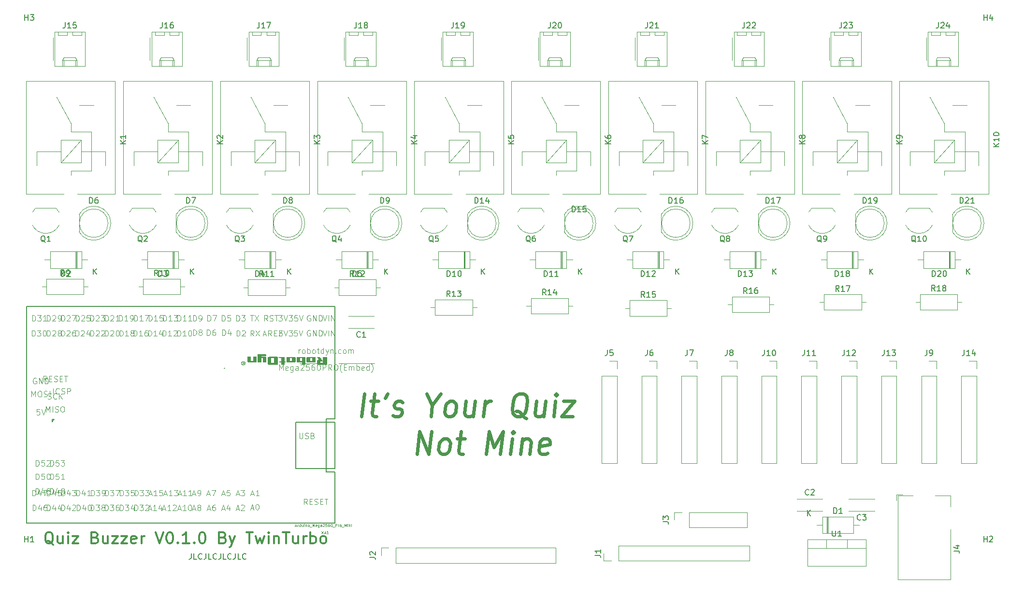
<source format=gbr>
%TF.GenerationSoftware,KiCad,Pcbnew,(5.1.7)-1*%
%TF.CreationDate,2023-02-24T20:45:29+00:00*%
%TF.ProjectId,quizbuzzer,7175697a-6275-47a7-9a65-722e6b696361,V0.1.0*%
%TF.SameCoordinates,Original*%
%TF.FileFunction,Legend,Top*%
%TF.FilePolarity,Positive*%
%FSLAX46Y46*%
G04 Gerber Fmt 4.6, Leading zero omitted, Abs format (unit mm)*
G04 Created by KiCad (PCBNEW (5.1.7)-1) date 2023-02-24 20:45:29*
%MOMM*%
%LPD*%
G01*
G04 APERTURE LIST*
%ADD10C,0.150000*%
%ADD11C,0.300000*%
%ADD12C,0.600000*%
%ADD13C,0.120000*%
%ADD14C,0.127000*%
%ADD15C,0.100000*%
%ADD16C,0.050000*%
G04 APERTURE END LIST*
D10*
X64350952Y-106632380D02*
X64350952Y-107346666D01*
X64303333Y-107489523D01*
X64208095Y-107584761D01*
X64065238Y-107632380D01*
X63970000Y-107632380D01*
X65303333Y-107632380D02*
X64827142Y-107632380D01*
X64827142Y-106632380D01*
X66208095Y-107537142D02*
X66160476Y-107584761D01*
X66017619Y-107632380D01*
X65922380Y-107632380D01*
X65779523Y-107584761D01*
X65684285Y-107489523D01*
X65636666Y-107394285D01*
X65589047Y-107203809D01*
X65589047Y-107060952D01*
X65636666Y-106870476D01*
X65684285Y-106775238D01*
X65779523Y-106680000D01*
X65922380Y-106632380D01*
X66017619Y-106632380D01*
X66160476Y-106680000D01*
X66208095Y-106727619D01*
X66922380Y-106632380D02*
X66922380Y-107346666D01*
X66874761Y-107489523D01*
X66779523Y-107584761D01*
X66636666Y-107632380D01*
X66541428Y-107632380D01*
X67874761Y-107632380D02*
X67398571Y-107632380D01*
X67398571Y-106632380D01*
X68779523Y-107537142D02*
X68731904Y-107584761D01*
X68589047Y-107632380D01*
X68493809Y-107632380D01*
X68350952Y-107584761D01*
X68255714Y-107489523D01*
X68208095Y-107394285D01*
X68160476Y-107203809D01*
X68160476Y-107060952D01*
X68208095Y-106870476D01*
X68255714Y-106775238D01*
X68350952Y-106680000D01*
X68493809Y-106632380D01*
X68589047Y-106632380D01*
X68731904Y-106680000D01*
X68779523Y-106727619D01*
X69493809Y-106632380D02*
X69493809Y-107346666D01*
X69446190Y-107489523D01*
X69350952Y-107584761D01*
X69208095Y-107632380D01*
X69112857Y-107632380D01*
X70446190Y-107632380D02*
X69970000Y-107632380D01*
X69970000Y-106632380D01*
X71350952Y-107537142D02*
X71303333Y-107584761D01*
X71160476Y-107632380D01*
X71065238Y-107632380D01*
X70922380Y-107584761D01*
X70827142Y-107489523D01*
X70779523Y-107394285D01*
X70731904Y-107203809D01*
X70731904Y-107060952D01*
X70779523Y-106870476D01*
X70827142Y-106775238D01*
X70922380Y-106680000D01*
X71065238Y-106632380D01*
X71160476Y-106632380D01*
X71303333Y-106680000D01*
X71350952Y-106727619D01*
X72065238Y-106632380D02*
X72065238Y-107346666D01*
X72017619Y-107489523D01*
X71922380Y-107584761D01*
X71779523Y-107632380D01*
X71684285Y-107632380D01*
X73017619Y-107632380D02*
X72541428Y-107632380D01*
X72541428Y-106632380D01*
X73922380Y-107537142D02*
X73874761Y-107584761D01*
X73731904Y-107632380D01*
X73636666Y-107632380D01*
X73493809Y-107584761D01*
X73398571Y-107489523D01*
X73350952Y-107394285D01*
X73303333Y-107203809D01*
X73303333Y-107060952D01*
X73350952Y-106870476D01*
X73398571Y-106775238D01*
X73493809Y-106680000D01*
X73636666Y-106632380D01*
X73731904Y-106632380D01*
X73874761Y-106680000D01*
X73922380Y-106727619D01*
D11*
X40189523Y-105055238D02*
X39999047Y-104960000D01*
X39808571Y-104769523D01*
X39522857Y-104483809D01*
X39332380Y-104388571D01*
X39141904Y-104388571D01*
X39237142Y-104864761D02*
X39046666Y-104769523D01*
X38856190Y-104579047D01*
X38760952Y-104198095D01*
X38760952Y-103531428D01*
X38856190Y-103150476D01*
X39046666Y-102960000D01*
X39237142Y-102864761D01*
X39618095Y-102864761D01*
X39808571Y-102960000D01*
X39999047Y-103150476D01*
X40094285Y-103531428D01*
X40094285Y-104198095D01*
X39999047Y-104579047D01*
X39808571Y-104769523D01*
X39618095Y-104864761D01*
X39237142Y-104864761D01*
X41808571Y-103531428D02*
X41808571Y-104864761D01*
X40951428Y-103531428D02*
X40951428Y-104579047D01*
X41046666Y-104769523D01*
X41237142Y-104864761D01*
X41522857Y-104864761D01*
X41713333Y-104769523D01*
X41808571Y-104674285D01*
X42760952Y-104864761D02*
X42760952Y-103531428D01*
X42760952Y-102864761D02*
X42665714Y-102960000D01*
X42760952Y-103055238D01*
X42856190Y-102960000D01*
X42760952Y-102864761D01*
X42760952Y-103055238D01*
X43522857Y-103531428D02*
X44570476Y-103531428D01*
X43522857Y-104864761D01*
X44570476Y-104864761D01*
X47522857Y-103817142D02*
X47808571Y-103912380D01*
X47903809Y-104007619D01*
X47999047Y-104198095D01*
X47999047Y-104483809D01*
X47903809Y-104674285D01*
X47808571Y-104769523D01*
X47618095Y-104864761D01*
X46856190Y-104864761D01*
X46856190Y-102864761D01*
X47522857Y-102864761D01*
X47713333Y-102960000D01*
X47808571Y-103055238D01*
X47903809Y-103245714D01*
X47903809Y-103436190D01*
X47808571Y-103626666D01*
X47713333Y-103721904D01*
X47522857Y-103817142D01*
X46856190Y-103817142D01*
X49713333Y-103531428D02*
X49713333Y-104864761D01*
X48856190Y-103531428D02*
X48856190Y-104579047D01*
X48951428Y-104769523D01*
X49141904Y-104864761D01*
X49427619Y-104864761D01*
X49618095Y-104769523D01*
X49713333Y-104674285D01*
X50475238Y-103531428D02*
X51522857Y-103531428D01*
X50475238Y-104864761D01*
X51522857Y-104864761D01*
X52094285Y-103531428D02*
X53141904Y-103531428D01*
X52094285Y-104864761D01*
X53141904Y-104864761D01*
X54665714Y-104769523D02*
X54475238Y-104864761D01*
X54094285Y-104864761D01*
X53903809Y-104769523D01*
X53808571Y-104579047D01*
X53808571Y-103817142D01*
X53903809Y-103626666D01*
X54094285Y-103531428D01*
X54475238Y-103531428D01*
X54665714Y-103626666D01*
X54760952Y-103817142D01*
X54760952Y-104007619D01*
X53808571Y-104198095D01*
X55618095Y-104864761D02*
X55618095Y-103531428D01*
X55618095Y-103912380D02*
X55713333Y-103721904D01*
X55808571Y-103626666D01*
X55999047Y-103531428D01*
X56189523Y-103531428D01*
X58094285Y-102864761D02*
X58760952Y-104864761D01*
X59427619Y-102864761D01*
X60475238Y-102864761D02*
X60665714Y-102864761D01*
X60856190Y-102960000D01*
X60951428Y-103055238D01*
X61046666Y-103245714D01*
X61141904Y-103626666D01*
X61141904Y-104102857D01*
X61046666Y-104483809D01*
X60951428Y-104674285D01*
X60856190Y-104769523D01*
X60665714Y-104864761D01*
X60475238Y-104864761D01*
X60284761Y-104769523D01*
X60189523Y-104674285D01*
X60094285Y-104483809D01*
X59999047Y-104102857D01*
X59999047Y-103626666D01*
X60094285Y-103245714D01*
X60189523Y-103055238D01*
X60284761Y-102960000D01*
X60475238Y-102864761D01*
X61999047Y-104674285D02*
X62094285Y-104769523D01*
X61999047Y-104864761D01*
X61903809Y-104769523D01*
X61999047Y-104674285D01*
X61999047Y-104864761D01*
X63999047Y-104864761D02*
X62856190Y-104864761D01*
X63427619Y-104864761D02*
X63427619Y-102864761D01*
X63237142Y-103150476D01*
X63046666Y-103340952D01*
X62856190Y-103436190D01*
X64856190Y-104674285D02*
X64951428Y-104769523D01*
X64856190Y-104864761D01*
X64760952Y-104769523D01*
X64856190Y-104674285D01*
X64856190Y-104864761D01*
X66189523Y-102864761D02*
X66379999Y-102864761D01*
X66570476Y-102960000D01*
X66665714Y-103055238D01*
X66760952Y-103245714D01*
X66856190Y-103626666D01*
X66856190Y-104102857D01*
X66760952Y-104483809D01*
X66665714Y-104674285D01*
X66570476Y-104769523D01*
X66379999Y-104864761D01*
X66189523Y-104864761D01*
X65999047Y-104769523D01*
X65903809Y-104674285D01*
X65808571Y-104483809D01*
X65713333Y-104102857D01*
X65713333Y-103626666D01*
X65808571Y-103245714D01*
X65903809Y-103055238D01*
X65999047Y-102960000D01*
X66189523Y-102864761D01*
X69903809Y-103817142D02*
X70189523Y-103912380D01*
X70284761Y-104007619D01*
X70379999Y-104198095D01*
X70379999Y-104483809D01*
X70284761Y-104674285D01*
X70189523Y-104769523D01*
X69999047Y-104864761D01*
X69237142Y-104864761D01*
X69237142Y-102864761D01*
X69903809Y-102864761D01*
X70094285Y-102960000D01*
X70189523Y-103055238D01*
X70284761Y-103245714D01*
X70284761Y-103436190D01*
X70189523Y-103626666D01*
X70094285Y-103721904D01*
X69903809Y-103817142D01*
X69237142Y-103817142D01*
X71046666Y-103531428D02*
X71522857Y-104864761D01*
X71999047Y-103531428D02*
X71522857Y-104864761D01*
X71332380Y-105340952D01*
X71237142Y-105436190D01*
X71046666Y-105531428D01*
X73999047Y-102864761D02*
X75141904Y-102864761D01*
X74570476Y-104864761D02*
X74570476Y-102864761D01*
X75618095Y-103531428D02*
X75999047Y-104864761D01*
X76379999Y-103912380D01*
X76760952Y-104864761D01*
X77141904Y-103531428D01*
X77903809Y-104864761D02*
X77903809Y-103531428D01*
X77903809Y-102864761D02*
X77808571Y-102960000D01*
X77903809Y-103055238D01*
X77999047Y-102960000D01*
X77903809Y-102864761D01*
X77903809Y-103055238D01*
X78856190Y-103531428D02*
X78856190Y-104864761D01*
X78856190Y-103721904D02*
X78951428Y-103626666D01*
X79141904Y-103531428D01*
X79427619Y-103531428D01*
X79618095Y-103626666D01*
X79713333Y-103817142D01*
X79713333Y-104864761D01*
X80379999Y-102864761D02*
X81522857Y-102864761D01*
X80951428Y-104864761D02*
X80951428Y-102864761D01*
X83046666Y-103531428D02*
X83046666Y-104864761D01*
X82189523Y-103531428D02*
X82189523Y-104579047D01*
X82284761Y-104769523D01*
X82475238Y-104864761D01*
X82760952Y-104864761D01*
X82951428Y-104769523D01*
X83046666Y-104674285D01*
X83999047Y-104864761D02*
X83999047Y-103531428D01*
X83999047Y-103912380D02*
X84094285Y-103721904D01*
X84189523Y-103626666D01*
X84379999Y-103531428D01*
X84570476Y-103531428D01*
X85237142Y-104864761D02*
X85237142Y-102864761D01*
X85237142Y-103626666D02*
X85427619Y-103531428D01*
X85808571Y-103531428D01*
X85999047Y-103626666D01*
X86094285Y-103721904D01*
X86189523Y-103912380D01*
X86189523Y-104483809D01*
X86094285Y-104674285D01*
X85999047Y-104769523D01*
X85808571Y-104864761D01*
X85427619Y-104864761D01*
X85237142Y-104769523D01*
X87332380Y-104864761D02*
X87141904Y-104769523D01*
X87046666Y-104674285D01*
X86951428Y-104483809D01*
X86951428Y-103912380D01*
X87046666Y-103721904D01*
X87141904Y-103626666D01*
X87332380Y-103531428D01*
X87618095Y-103531428D01*
X87808571Y-103626666D01*
X87903809Y-103721904D01*
X87999047Y-103912380D01*
X87999047Y-104483809D01*
X87903809Y-104674285D01*
X87808571Y-104769523D01*
X87618095Y-104864761D01*
X87332380Y-104864761D01*
D12*
X94176726Y-82569523D02*
X94676726Y-78569523D01*
X95743392Y-79902857D02*
X97152916Y-79902857D01*
X96438630Y-78569523D02*
X96010059Y-81998095D01*
X96138630Y-82379047D01*
X96467202Y-82569523D01*
X96819583Y-82569523D01*
X98729107Y-78569523D02*
X98281488Y-79331428D01*
X99662440Y-82379047D02*
X99991011Y-82569523D01*
X100695773Y-82569523D01*
X101071964Y-82379047D01*
X101295773Y-81998095D01*
X101319583Y-81807619D01*
X101191011Y-81426666D01*
X100862440Y-81236190D01*
X100333869Y-81236190D01*
X100005297Y-81045714D01*
X99876726Y-80664761D01*
X99900535Y-80474285D01*
X100124345Y-80093333D01*
X100500535Y-79902857D01*
X101029107Y-79902857D01*
X101357678Y-80093333D01*
X106571964Y-80664761D02*
X106333869Y-82569523D01*
X105600535Y-78569523D02*
X106571964Y-80664761D01*
X108067202Y-78569523D01*
X109329107Y-82569523D02*
X109000535Y-82379047D01*
X108848154Y-82188571D01*
X108719583Y-81807619D01*
X108862440Y-80664761D01*
X109086250Y-80283809D01*
X109286250Y-80093333D01*
X109662440Y-79902857D01*
X110191011Y-79902857D01*
X110519583Y-80093333D01*
X110671964Y-80283809D01*
X110800535Y-80664761D01*
X110657678Y-81807619D01*
X110433869Y-82188571D01*
X110233869Y-82379047D01*
X109857678Y-82569523D01*
X109329107Y-82569523D01*
X114067202Y-79902857D02*
X113733869Y-82569523D01*
X112481488Y-79902857D02*
X112219583Y-81998095D01*
X112348154Y-82379047D01*
X112676726Y-82569523D01*
X113205297Y-82569523D01*
X113581488Y-82379047D01*
X113781488Y-82188571D01*
X115495773Y-82569523D02*
X115829107Y-79902857D01*
X115733869Y-80664761D02*
X115957678Y-80283809D01*
X116157678Y-80093333D01*
X116533869Y-79902857D01*
X116886250Y-79902857D01*
X123024345Y-82950476D02*
X122695773Y-82760000D01*
X122391011Y-82379047D01*
X121933869Y-81807619D01*
X121605297Y-81617142D01*
X121252916Y-81617142D01*
X121310059Y-82569523D02*
X120981488Y-82379047D01*
X120676726Y-81998095D01*
X120595773Y-81236190D01*
X120762440Y-79902857D01*
X121033869Y-79140952D01*
X121433869Y-78760000D01*
X121810059Y-78569523D01*
X122514821Y-78569523D01*
X122843392Y-78760000D01*
X123148154Y-79140952D01*
X123229107Y-79902857D01*
X123062440Y-81236190D01*
X122791011Y-81998095D01*
X122391011Y-82379047D01*
X122014821Y-82569523D01*
X121310059Y-82569523D01*
X126400535Y-79902857D02*
X126067202Y-82569523D01*
X124814821Y-79902857D02*
X124552916Y-81998095D01*
X124681488Y-82379047D01*
X125010059Y-82569523D01*
X125538630Y-82569523D01*
X125914821Y-82379047D01*
X126114821Y-82188571D01*
X127829107Y-82569523D02*
X128162440Y-79902857D01*
X128329107Y-78569523D02*
X128129107Y-78760000D01*
X128281488Y-78950476D01*
X128481488Y-78760000D01*
X128329107Y-78569523D01*
X128281488Y-78950476D01*
X129571964Y-79902857D02*
X131510059Y-79902857D01*
X129238630Y-82569523D01*
X131176726Y-82569523D01*
X103867202Y-89169523D02*
X104367202Y-85169523D01*
X105981488Y-89169523D01*
X106481488Y-85169523D01*
X108271964Y-89169523D02*
X107943392Y-88979047D01*
X107791011Y-88788571D01*
X107662440Y-88407619D01*
X107805297Y-87264761D01*
X108029107Y-86883809D01*
X108229107Y-86693333D01*
X108605297Y-86502857D01*
X109133869Y-86502857D01*
X109462440Y-86693333D01*
X109614821Y-86883809D01*
X109743392Y-87264761D01*
X109600535Y-88407619D01*
X109376726Y-88788571D01*
X109176726Y-88979047D01*
X108800535Y-89169523D01*
X108271964Y-89169523D01*
X110895773Y-86502857D02*
X112305297Y-86502857D01*
X111591011Y-85169523D02*
X111162440Y-88598095D01*
X111291011Y-88979047D01*
X111619583Y-89169523D01*
X111971964Y-89169523D01*
X116024345Y-89169523D02*
X116524345Y-85169523D01*
X117400535Y-88026666D01*
X118991011Y-85169523D01*
X118491011Y-89169523D01*
X120252916Y-89169523D02*
X120586250Y-86502857D01*
X120752916Y-85169523D02*
X120552916Y-85360000D01*
X120705297Y-85550476D01*
X120905297Y-85360000D01*
X120752916Y-85169523D01*
X120705297Y-85550476D01*
X122348154Y-86502857D02*
X122014821Y-89169523D01*
X122300535Y-86883809D02*
X122500535Y-86693333D01*
X122876726Y-86502857D01*
X123405297Y-86502857D01*
X123733869Y-86693333D01*
X123862440Y-87074285D01*
X123600535Y-89169523D01*
X126795773Y-88979047D02*
X126419583Y-89169523D01*
X125714821Y-89169523D01*
X125386250Y-88979047D01*
X125257678Y-88598095D01*
X125448154Y-87074285D01*
X125671964Y-86693333D01*
X126048154Y-86502857D01*
X126752916Y-86502857D01*
X127081488Y-86693333D01*
X127210059Y-87074285D01*
X127162440Y-87455238D01*
X125352916Y-87836190D01*
D13*
%TO.C,J2*%
X100220000Y-108280000D02*
X100220000Y-105620000D01*
X100220000Y-108280000D02*
X128220000Y-108280000D01*
X128220000Y-108280000D02*
X128220000Y-105620000D01*
X100220000Y-105620000D02*
X128220000Y-105620000D01*
X97620000Y-105620000D02*
X98950000Y-105620000D01*
X97620000Y-106950000D02*
X97620000Y-105620000D01*
%TO.C,Q10*%
X189535816Y-46747205D02*
G75*
G02*
X190060000Y-46020000I2324184J-1122795D01*
G01*
X189503600Y-48968807D02*
G75*
G03*
X191860000Y-50470000I2356400J1098807D01*
G01*
X194216400Y-48968807D02*
G75*
G02*
X191860000Y-50470000I-2356400J1098807D01*
G01*
X194184184Y-46747205D02*
G75*
G03*
X193660000Y-46020000I-2324184J-1122795D01*
G01*
X193660000Y-46020000D02*
X190060000Y-46020000D01*
%TO.C,Q9*%
X172535816Y-46747205D02*
G75*
G02*
X173060000Y-46020000I2324184J-1122795D01*
G01*
X172503600Y-48968807D02*
G75*
G03*
X174860000Y-50470000I2356400J1098807D01*
G01*
X177216400Y-48968807D02*
G75*
G02*
X174860000Y-50470000I-2356400J1098807D01*
G01*
X177184184Y-46747205D02*
G75*
G03*
X176660000Y-46020000I-2324184J-1122795D01*
G01*
X176660000Y-46020000D02*
X173060000Y-46020000D01*
%TO.C,Q8*%
X155535816Y-46747205D02*
G75*
G02*
X156060000Y-46020000I2324184J-1122795D01*
G01*
X155503600Y-48968807D02*
G75*
G03*
X157860000Y-50470000I2356400J1098807D01*
G01*
X160216400Y-48968807D02*
G75*
G02*
X157860000Y-50470000I-2356400J1098807D01*
G01*
X160184184Y-46747205D02*
G75*
G03*
X159660000Y-46020000I-2324184J-1122795D01*
G01*
X159660000Y-46020000D02*
X156060000Y-46020000D01*
%TO.C,Q7*%
X138535816Y-46747205D02*
G75*
G02*
X139060000Y-46020000I2324184J-1122795D01*
G01*
X138503600Y-48968807D02*
G75*
G03*
X140860000Y-50470000I2356400J1098807D01*
G01*
X143216400Y-48968807D02*
G75*
G02*
X140860000Y-50470000I-2356400J1098807D01*
G01*
X143184184Y-46747205D02*
G75*
G03*
X142660000Y-46020000I-2324184J-1122795D01*
G01*
X142660000Y-46020000D02*
X139060000Y-46020000D01*
%TO.C,Q6*%
X121535816Y-46747205D02*
G75*
G02*
X122060000Y-46020000I2324184J-1122795D01*
G01*
X121503600Y-48968807D02*
G75*
G03*
X123860000Y-50470000I2356400J1098807D01*
G01*
X126216400Y-48968807D02*
G75*
G02*
X123860000Y-50470000I-2356400J1098807D01*
G01*
X126184184Y-46747205D02*
G75*
G03*
X125660000Y-46020000I-2324184J-1122795D01*
G01*
X125660000Y-46020000D02*
X122060000Y-46020000D01*
%TO.C,Q5*%
X104535816Y-46747205D02*
G75*
G02*
X105060000Y-46020000I2324184J-1122795D01*
G01*
X104503600Y-48968807D02*
G75*
G03*
X106860000Y-50470000I2356400J1098807D01*
G01*
X109216400Y-48968807D02*
G75*
G02*
X106860000Y-50470000I-2356400J1098807D01*
G01*
X109184184Y-46747205D02*
G75*
G03*
X108660000Y-46020000I-2324184J-1122795D01*
G01*
X108660000Y-46020000D02*
X105060000Y-46020000D01*
%TO.C,Q4*%
X87535816Y-46747205D02*
G75*
G02*
X88060000Y-46020000I2324184J-1122795D01*
G01*
X87503600Y-48968807D02*
G75*
G03*
X89860000Y-50470000I2356400J1098807D01*
G01*
X92216400Y-48968807D02*
G75*
G02*
X89860000Y-50470000I-2356400J1098807D01*
G01*
X92184184Y-46747205D02*
G75*
G03*
X91660000Y-46020000I-2324184J-1122795D01*
G01*
X91660000Y-46020000D02*
X88060000Y-46020000D01*
%TO.C,Q3*%
X70535816Y-46747205D02*
G75*
G02*
X71060000Y-46020000I2324184J-1122795D01*
G01*
X70503600Y-48968807D02*
G75*
G03*
X72860000Y-50470000I2356400J1098807D01*
G01*
X75216400Y-48968807D02*
G75*
G02*
X72860000Y-50470000I-2356400J1098807D01*
G01*
X75184184Y-46747205D02*
G75*
G03*
X74660000Y-46020000I-2324184J-1122795D01*
G01*
X74660000Y-46020000D02*
X71060000Y-46020000D01*
%TO.C,Q2*%
X53535816Y-46747205D02*
G75*
G02*
X54060000Y-46020000I2324184J-1122795D01*
G01*
X53503600Y-48968807D02*
G75*
G03*
X55860000Y-50470000I2356400J1098807D01*
G01*
X58216400Y-48968807D02*
G75*
G02*
X55860000Y-50470000I-2356400J1098807D01*
G01*
X58184184Y-46747205D02*
G75*
G03*
X57660000Y-46020000I-2324184J-1122795D01*
G01*
X57660000Y-46020000D02*
X54060000Y-46020000D01*
%TO.C,Q1*%
X36535816Y-46747205D02*
G75*
G02*
X37060000Y-46020000I2324184J-1122795D01*
G01*
X36503600Y-48968807D02*
G75*
G03*
X38860000Y-50470000I2356400J1098807D01*
G01*
X41216400Y-48968807D02*
G75*
G02*
X38860000Y-50470000I-2356400J1098807D01*
G01*
X41184184Y-46747205D02*
G75*
G03*
X40660000Y-46020000I-2324184J-1122795D01*
G01*
X40660000Y-46020000D02*
X37060000Y-46020000D01*
D14*
%TO.C,XA1*%
X35507600Y-63280000D02*
X35507600Y-101278400D01*
X89508000Y-101278400D02*
X35507600Y-101278400D01*
X89508000Y-92286800D02*
X89508000Y-101278400D01*
X89508000Y-92286800D02*
X88009400Y-92286800D01*
X88009400Y-83015800D02*
X88009400Y-92286800D01*
X89508000Y-83015800D02*
X88009400Y-83015800D01*
X89508000Y-63280000D02*
X89508000Y-83015800D01*
X89508000Y-63280000D02*
X35507600Y-63280000D01*
X40105000Y-83092000D02*
X40232000Y-83092000D01*
X40232000Y-83092000D02*
X40359000Y-83092000D01*
X40359000Y-83092000D02*
X39978000Y-83473000D01*
X39978000Y-83473000D02*
X39978000Y-83092000D01*
X39978000Y-83092000D02*
X40232000Y-83092000D01*
X70229400Y-74151200D02*
X70102400Y-74151200D01*
X89508000Y-91728000D02*
X89508000Y-83600000D01*
X89508000Y-83600000D02*
X82650000Y-83600000D01*
X82650000Y-83600000D02*
X82650000Y-91728000D01*
X82650000Y-91728000D02*
X89508000Y-91728000D01*
D15*
G36*
X77379500Y-71750900D02*
G01*
X76007900Y-71750900D01*
X76007900Y-71674700D01*
X77379500Y-71674700D01*
X77379500Y-71750900D01*
G37*
G36*
X77455700Y-71827100D02*
G01*
X75931700Y-71827100D01*
X75931700Y-71750900D01*
X77455700Y-71750900D01*
X77455700Y-71827100D01*
G37*
G36*
X77531900Y-71903300D02*
G01*
X75931700Y-71903300D01*
X75931700Y-71827100D01*
X77531900Y-71827100D01*
X77531900Y-71903300D01*
G37*
G36*
X77531900Y-71979500D02*
G01*
X75931700Y-71979500D01*
X75931700Y-71903300D01*
X77531900Y-71903300D01*
X77531900Y-71979500D01*
G37*
G36*
X76617500Y-72055700D02*
G01*
X75931700Y-72055700D01*
X75931700Y-71979500D01*
X76617500Y-71979500D01*
X76617500Y-72055700D01*
G37*
G36*
X79436900Y-72131900D02*
G01*
X77989100Y-72131900D01*
X77989100Y-72055700D01*
X79436900Y-72055700D01*
X79436900Y-72131900D01*
G37*
G36*
X77379500Y-72131900D02*
G01*
X75931700Y-72131900D01*
X75931700Y-72055700D01*
X77379500Y-72055700D01*
X77379500Y-72131900D01*
G37*
G36*
X75779300Y-72131900D02*
G01*
X75169700Y-72131900D01*
X75169700Y-72055700D01*
X75779300Y-72055700D01*
X75779300Y-72131900D01*
G37*
G36*
X74788700Y-72131900D02*
G01*
X74179100Y-72131900D01*
X74179100Y-72055700D01*
X74788700Y-72055700D01*
X74788700Y-72131900D01*
G37*
G36*
X88123700Y-72208100D02*
G01*
X87437900Y-72208100D01*
X87437900Y-72131900D01*
X88123700Y-72131900D01*
X88123700Y-72208100D01*
G37*
G36*
X86904500Y-72208100D02*
G01*
X86371100Y-72208100D01*
X86371100Y-72131900D01*
X86904500Y-72131900D01*
X86904500Y-72208100D01*
G37*
G36*
X86142500Y-72208100D02*
G01*
X84618500Y-72208100D01*
X84618500Y-72131900D01*
X86142500Y-72131900D01*
X86142500Y-72208100D01*
G37*
G36*
X84389900Y-72208100D02*
G01*
X82789700Y-72208100D01*
X82789700Y-72131900D01*
X84389900Y-72131900D01*
X84389900Y-72208100D01*
G37*
G36*
X82561100Y-72208100D02*
G01*
X81037100Y-72208100D01*
X81037100Y-72131900D01*
X82561100Y-72131900D01*
X82561100Y-72208100D01*
G37*
G36*
X80732300Y-72208100D02*
G01*
X79589300Y-72208100D01*
X79589300Y-72131900D01*
X80732300Y-72131900D01*
X80732300Y-72208100D01*
G37*
G36*
X79513100Y-72208100D02*
G01*
X77760500Y-72208100D01*
X77760500Y-72131900D01*
X79513100Y-72131900D01*
X79513100Y-72208100D01*
G37*
G36*
X77531900Y-72208100D02*
G01*
X75931700Y-72208100D01*
X75931700Y-72131900D01*
X77531900Y-72131900D01*
X77531900Y-72208100D01*
G37*
G36*
X75779300Y-72208100D02*
G01*
X75169700Y-72208100D01*
X75169700Y-72131900D01*
X75779300Y-72131900D01*
X75779300Y-72208100D01*
G37*
G36*
X74788700Y-72208100D02*
G01*
X74179100Y-72208100D01*
X74179100Y-72131900D01*
X74788700Y-72131900D01*
X74788700Y-72208100D01*
G37*
G36*
X88123700Y-72284300D02*
G01*
X87437900Y-72284300D01*
X87437900Y-72208100D01*
X88123700Y-72208100D01*
X88123700Y-72284300D01*
G37*
G36*
X86980700Y-72284300D02*
G01*
X86371100Y-72284300D01*
X86371100Y-72208100D01*
X86980700Y-72208100D01*
X86980700Y-72284300D01*
G37*
G36*
X86142500Y-72284300D02*
G01*
X84542300Y-72284300D01*
X84542300Y-72208100D01*
X86142500Y-72208100D01*
X86142500Y-72284300D01*
G37*
G36*
X84389900Y-72284300D02*
G01*
X82789700Y-72284300D01*
X82789700Y-72208100D01*
X84389900Y-72208100D01*
X84389900Y-72284300D01*
G37*
G36*
X82637300Y-72284300D02*
G01*
X81037100Y-72284300D01*
X81037100Y-72208100D01*
X82637300Y-72208100D01*
X82637300Y-72284300D01*
G37*
G36*
X80732300Y-72284300D02*
G01*
X79665500Y-72284300D01*
X79665500Y-72208100D01*
X80732300Y-72208100D01*
X80732300Y-72284300D01*
G37*
G36*
X79513100Y-72284300D02*
G01*
X77760500Y-72284300D01*
X77760500Y-72208100D01*
X79513100Y-72208100D01*
X79513100Y-72284300D01*
G37*
G36*
X77531900Y-72284300D02*
G01*
X75931700Y-72284300D01*
X75931700Y-72208100D01*
X77531900Y-72208100D01*
X77531900Y-72284300D01*
G37*
G36*
X75779300Y-72284300D02*
G01*
X75169700Y-72284300D01*
X75169700Y-72208100D01*
X75779300Y-72208100D01*
X75779300Y-72284300D01*
G37*
G36*
X74788700Y-72284300D02*
G01*
X74179100Y-72284300D01*
X74179100Y-72208100D01*
X74788700Y-72208100D01*
X74788700Y-72284300D01*
G37*
G36*
X88123700Y-72360500D02*
G01*
X87437900Y-72360500D01*
X87437900Y-72284300D01*
X88123700Y-72284300D01*
X88123700Y-72360500D01*
G37*
G36*
X86980700Y-72360500D02*
G01*
X86447300Y-72360500D01*
X86447300Y-72284300D01*
X86980700Y-72284300D01*
X86980700Y-72360500D01*
G37*
G36*
X86142500Y-72360500D02*
G01*
X84542300Y-72360500D01*
X84542300Y-72284300D01*
X86142500Y-72284300D01*
X86142500Y-72360500D01*
G37*
G36*
X84389900Y-72360500D02*
G01*
X82789700Y-72360500D01*
X82789700Y-72284300D01*
X84389900Y-72284300D01*
X84389900Y-72360500D01*
G37*
G36*
X82637300Y-72360500D02*
G01*
X81037100Y-72360500D01*
X81037100Y-72284300D01*
X82637300Y-72284300D01*
X82637300Y-72360500D01*
G37*
G36*
X80732300Y-72360500D02*
G01*
X79741700Y-72360500D01*
X79741700Y-72284300D01*
X80732300Y-72284300D01*
X80732300Y-72360500D01*
G37*
G36*
X79513100Y-72360500D02*
G01*
X77760500Y-72360500D01*
X77760500Y-72284300D01*
X79513100Y-72284300D01*
X79513100Y-72360500D01*
G37*
G36*
X77531900Y-72360500D02*
G01*
X75931700Y-72360500D01*
X75931700Y-72284300D01*
X77531900Y-72284300D01*
X77531900Y-72360500D01*
G37*
G36*
X75779300Y-72360500D02*
G01*
X75169700Y-72360500D01*
X75169700Y-72284300D01*
X75779300Y-72284300D01*
X75779300Y-72360500D01*
G37*
G36*
X74788700Y-72360500D02*
G01*
X74179100Y-72360500D01*
X74179100Y-72284300D01*
X74788700Y-72284300D01*
X74788700Y-72360500D01*
G37*
G36*
X88123700Y-72436700D02*
G01*
X87437900Y-72436700D01*
X87437900Y-72360500D01*
X88123700Y-72360500D01*
X88123700Y-72436700D01*
G37*
G36*
X87056900Y-72436700D02*
G01*
X86523500Y-72436700D01*
X86523500Y-72360500D01*
X87056900Y-72360500D01*
X87056900Y-72436700D01*
G37*
G36*
X86142500Y-72436700D02*
G01*
X85532900Y-72436700D01*
X85532900Y-72360500D01*
X86142500Y-72360500D01*
X86142500Y-72436700D01*
G37*
G36*
X85228100Y-72436700D02*
G01*
X84542300Y-72436700D01*
X84542300Y-72360500D01*
X85228100Y-72360500D01*
X85228100Y-72436700D01*
G37*
G36*
X84389900Y-72436700D02*
G01*
X83780300Y-72436700D01*
X83780300Y-72360500D01*
X84389900Y-72360500D01*
X84389900Y-72436700D01*
G37*
G36*
X83399300Y-72436700D02*
G01*
X82789700Y-72436700D01*
X82789700Y-72360500D01*
X83399300Y-72360500D01*
X83399300Y-72436700D01*
G37*
G36*
X82637300Y-72436700D02*
G01*
X81951500Y-72436700D01*
X81951500Y-72360500D01*
X82637300Y-72360500D01*
X82637300Y-72436700D01*
G37*
G36*
X81646700Y-72436700D02*
G01*
X81037100Y-72436700D01*
X81037100Y-72360500D01*
X81646700Y-72360500D01*
X81646700Y-72436700D01*
G37*
G36*
X80732300Y-72436700D02*
G01*
X80122700Y-72436700D01*
X80122700Y-72360500D01*
X80732300Y-72360500D01*
X80732300Y-72436700D01*
G37*
G36*
X79513100Y-72436700D02*
G01*
X78827300Y-72436700D01*
X78827300Y-72360500D01*
X79513100Y-72360500D01*
X79513100Y-72436700D01*
G37*
G36*
X78370100Y-72436700D02*
G01*
X77760500Y-72436700D01*
X77760500Y-72360500D01*
X78370100Y-72360500D01*
X78370100Y-72436700D01*
G37*
G36*
X77531900Y-72436700D02*
G01*
X76922300Y-72436700D01*
X76922300Y-72360500D01*
X77531900Y-72360500D01*
X77531900Y-72436700D01*
G37*
G36*
X76617500Y-72436700D02*
G01*
X75931700Y-72436700D01*
X75931700Y-72360500D01*
X76617500Y-72360500D01*
X76617500Y-72436700D01*
G37*
G36*
X75779300Y-72436700D02*
G01*
X75169700Y-72436700D01*
X75169700Y-72360500D01*
X75779300Y-72360500D01*
X75779300Y-72436700D01*
G37*
G36*
X74788700Y-72436700D02*
G01*
X74179100Y-72436700D01*
X74179100Y-72360500D01*
X74788700Y-72360500D01*
X74788700Y-72436700D01*
G37*
G36*
X88123700Y-72512900D02*
G01*
X87437900Y-72512900D01*
X87437900Y-72436700D01*
X88123700Y-72436700D01*
X88123700Y-72512900D01*
G37*
G36*
X87133100Y-72512900D02*
G01*
X86523500Y-72512900D01*
X86523500Y-72436700D01*
X87133100Y-72436700D01*
X87133100Y-72512900D01*
G37*
G36*
X86142500Y-72512900D02*
G01*
X85532900Y-72512900D01*
X85532900Y-72436700D01*
X86142500Y-72436700D01*
X86142500Y-72512900D01*
G37*
G36*
X85228100Y-72512900D02*
G01*
X84542300Y-72512900D01*
X84542300Y-72436700D01*
X85228100Y-72436700D01*
X85228100Y-72512900D01*
G37*
G36*
X84389900Y-72512900D02*
G01*
X83780300Y-72512900D01*
X83780300Y-72436700D01*
X84389900Y-72436700D01*
X84389900Y-72512900D01*
G37*
G36*
X83399300Y-72512900D02*
G01*
X82789700Y-72512900D01*
X82789700Y-72436700D01*
X83399300Y-72436700D01*
X83399300Y-72512900D01*
G37*
G36*
X82637300Y-72512900D02*
G01*
X81951500Y-72512900D01*
X81951500Y-72436700D01*
X82637300Y-72436700D01*
X82637300Y-72512900D01*
G37*
G36*
X81646700Y-72512900D02*
G01*
X81037100Y-72512900D01*
X81037100Y-72436700D01*
X81646700Y-72436700D01*
X81646700Y-72512900D01*
G37*
G36*
X80732300Y-72512900D02*
G01*
X80122700Y-72512900D01*
X80122700Y-72436700D01*
X80732300Y-72436700D01*
X80732300Y-72512900D01*
G37*
G36*
X79513100Y-72512900D02*
G01*
X78827300Y-72512900D01*
X78827300Y-72436700D01*
X79513100Y-72436700D01*
X79513100Y-72512900D01*
G37*
G36*
X78370100Y-72512900D02*
G01*
X77760500Y-72512900D01*
X77760500Y-72436700D01*
X78370100Y-72436700D01*
X78370100Y-72512900D01*
G37*
G36*
X77531900Y-72512900D02*
G01*
X76922300Y-72512900D01*
X76922300Y-72436700D01*
X77531900Y-72436700D01*
X77531900Y-72512900D01*
G37*
G36*
X76617500Y-72512900D02*
G01*
X75931700Y-72512900D01*
X75931700Y-72436700D01*
X76617500Y-72436700D01*
X76617500Y-72512900D01*
G37*
G36*
X75779300Y-72512900D02*
G01*
X75169700Y-72512900D01*
X75169700Y-72436700D01*
X75779300Y-72436700D01*
X75779300Y-72512900D01*
G37*
G36*
X74788700Y-72512900D02*
G01*
X74179100Y-72512900D01*
X74179100Y-72436700D01*
X74788700Y-72436700D01*
X74788700Y-72512900D01*
G37*
G36*
X88123700Y-72589100D02*
G01*
X87437900Y-72589100D01*
X87437900Y-72512900D01*
X88123700Y-72512900D01*
X88123700Y-72589100D01*
G37*
G36*
X87133100Y-72589100D02*
G01*
X86599700Y-72589100D01*
X86599700Y-72512900D01*
X87133100Y-72512900D01*
X87133100Y-72589100D01*
G37*
G36*
X86142500Y-72589100D02*
G01*
X85532900Y-72589100D01*
X85532900Y-72512900D01*
X86142500Y-72512900D01*
X86142500Y-72589100D01*
G37*
G36*
X85228100Y-72589100D02*
G01*
X84542300Y-72589100D01*
X84542300Y-72512900D01*
X85228100Y-72512900D01*
X85228100Y-72589100D01*
G37*
G36*
X84389900Y-72589100D02*
G01*
X83780300Y-72589100D01*
X83780300Y-72512900D01*
X84389900Y-72512900D01*
X84389900Y-72589100D01*
G37*
G36*
X83399300Y-72589100D02*
G01*
X82789700Y-72589100D01*
X82789700Y-72512900D01*
X83399300Y-72512900D01*
X83399300Y-72589100D01*
G37*
G36*
X82637300Y-72589100D02*
G01*
X81951500Y-72589100D01*
X81951500Y-72512900D01*
X82637300Y-72512900D01*
X82637300Y-72589100D01*
G37*
G36*
X81646700Y-72589100D02*
G01*
X81037100Y-72589100D01*
X81037100Y-72512900D01*
X81646700Y-72512900D01*
X81646700Y-72589100D01*
G37*
G36*
X80732300Y-72589100D02*
G01*
X80122700Y-72589100D01*
X80122700Y-72512900D01*
X80732300Y-72512900D01*
X80732300Y-72589100D01*
G37*
G36*
X79513100Y-72589100D02*
G01*
X78827300Y-72589100D01*
X78827300Y-72512900D01*
X79513100Y-72512900D01*
X79513100Y-72589100D01*
G37*
G36*
X78370100Y-72589100D02*
G01*
X77760500Y-72589100D01*
X77760500Y-72512900D01*
X78370100Y-72512900D01*
X78370100Y-72589100D01*
G37*
G36*
X77531900Y-72589100D02*
G01*
X76922300Y-72589100D01*
X76922300Y-72512900D01*
X77531900Y-72512900D01*
X77531900Y-72589100D01*
G37*
G36*
X76617500Y-72589100D02*
G01*
X75931700Y-72589100D01*
X75931700Y-72512900D01*
X76617500Y-72512900D01*
X76617500Y-72589100D01*
G37*
G36*
X75779300Y-72589100D02*
G01*
X75169700Y-72589100D01*
X75169700Y-72512900D01*
X75779300Y-72512900D01*
X75779300Y-72589100D01*
G37*
G36*
X74788700Y-72589100D02*
G01*
X74179100Y-72589100D01*
X74179100Y-72512900D01*
X74788700Y-72512900D01*
X74788700Y-72589100D01*
G37*
G36*
X88123700Y-72665300D02*
G01*
X87437900Y-72665300D01*
X87437900Y-72589100D01*
X88123700Y-72589100D01*
X88123700Y-72665300D01*
G37*
G36*
X87209300Y-72665300D02*
G01*
X86675900Y-72665300D01*
X86675900Y-72589100D01*
X87209300Y-72589100D01*
X87209300Y-72665300D01*
G37*
G36*
X86142500Y-72665300D02*
G01*
X85532900Y-72665300D01*
X85532900Y-72589100D01*
X86142500Y-72589100D01*
X86142500Y-72665300D01*
G37*
G36*
X85228100Y-72665300D02*
G01*
X84542300Y-72665300D01*
X84542300Y-72589100D01*
X85228100Y-72589100D01*
X85228100Y-72665300D01*
G37*
G36*
X84389900Y-72665300D02*
G01*
X83780300Y-72665300D01*
X83780300Y-72589100D01*
X84389900Y-72589100D01*
X84389900Y-72665300D01*
G37*
G36*
X83399300Y-72665300D02*
G01*
X82789700Y-72665300D01*
X82789700Y-72589100D01*
X83399300Y-72589100D01*
X83399300Y-72665300D01*
G37*
G36*
X82637300Y-72665300D02*
G01*
X81951500Y-72665300D01*
X81951500Y-72589100D01*
X82637300Y-72589100D01*
X82637300Y-72665300D01*
G37*
G36*
X81646700Y-72665300D02*
G01*
X81037100Y-72665300D01*
X81037100Y-72589100D01*
X81646700Y-72589100D01*
X81646700Y-72665300D01*
G37*
G36*
X80732300Y-72665300D02*
G01*
X80122700Y-72665300D01*
X80122700Y-72589100D01*
X80732300Y-72589100D01*
X80732300Y-72665300D01*
G37*
G36*
X79513100Y-72665300D02*
G01*
X78827300Y-72665300D01*
X78827300Y-72589100D01*
X79513100Y-72589100D01*
X79513100Y-72665300D01*
G37*
G36*
X78370100Y-72665300D02*
G01*
X77760500Y-72665300D01*
X77760500Y-72589100D01*
X78370100Y-72589100D01*
X78370100Y-72665300D01*
G37*
G36*
X77531900Y-72665300D02*
G01*
X76922300Y-72665300D01*
X76922300Y-72589100D01*
X77531900Y-72589100D01*
X77531900Y-72665300D01*
G37*
G36*
X76617500Y-72665300D02*
G01*
X75931700Y-72665300D01*
X75931700Y-72589100D01*
X76617500Y-72589100D01*
X76617500Y-72665300D01*
G37*
G36*
X75779300Y-72665300D02*
G01*
X75169700Y-72665300D01*
X75169700Y-72589100D01*
X75779300Y-72589100D01*
X75779300Y-72665300D01*
G37*
G36*
X74788700Y-72665300D02*
G01*
X74179100Y-72665300D01*
X74179100Y-72589100D01*
X74788700Y-72589100D01*
X74788700Y-72665300D01*
G37*
G36*
X88123700Y-72741500D02*
G01*
X87437900Y-72741500D01*
X87437900Y-72665300D01*
X88123700Y-72665300D01*
X88123700Y-72741500D01*
G37*
G36*
X87285500Y-72741500D02*
G01*
X86447300Y-72741500D01*
X86447300Y-72665300D01*
X87285500Y-72665300D01*
X87285500Y-72741500D01*
G37*
G36*
X86142500Y-72741500D02*
G01*
X85532900Y-72741500D01*
X85532900Y-72665300D01*
X86142500Y-72665300D01*
X86142500Y-72741500D01*
G37*
G36*
X85228100Y-72741500D02*
G01*
X84542300Y-72741500D01*
X84542300Y-72665300D01*
X85228100Y-72665300D01*
X85228100Y-72741500D01*
G37*
G36*
X84389900Y-72741500D02*
G01*
X83780300Y-72741500D01*
X83780300Y-72665300D01*
X84389900Y-72665300D01*
X84389900Y-72741500D01*
G37*
G36*
X83399300Y-72741500D02*
G01*
X82789700Y-72741500D01*
X82789700Y-72665300D01*
X83399300Y-72665300D01*
X83399300Y-72741500D01*
G37*
G36*
X82637300Y-72741500D02*
G01*
X81951500Y-72741500D01*
X81951500Y-72665300D01*
X82637300Y-72665300D01*
X82637300Y-72741500D01*
G37*
G36*
X81646700Y-72741500D02*
G01*
X81037100Y-72741500D01*
X81037100Y-72665300D01*
X81646700Y-72665300D01*
X81646700Y-72741500D01*
G37*
G36*
X80732300Y-72741500D02*
G01*
X80122700Y-72741500D01*
X80122700Y-72665300D01*
X80732300Y-72665300D01*
X80732300Y-72741500D01*
G37*
G36*
X79513100Y-72741500D02*
G01*
X78827300Y-72741500D01*
X78827300Y-72665300D01*
X79513100Y-72665300D01*
X79513100Y-72741500D01*
G37*
G36*
X78370100Y-72741500D02*
G01*
X77760500Y-72741500D01*
X77760500Y-72665300D01*
X78370100Y-72665300D01*
X78370100Y-72741500D01*
G37*
G36*
X77531900Y-72741500D02*
G01*
X76922300Y-72741500D01*
X76922300Y-72665300D01*
X77531900Y-72665300D01*
X77531900Y-72741500D01*
G37*
G36*
X76617500Y-72741500D02*
G01*
X75931700Y-72741500D01*
X75931700Y-72665300D01*
X76617500Y-72665300D01*
X76617500Y-72741500D01*
G37*
G36*
X75779300Y-72741500D02*
G01*
X75169700Y-72741500D01*
X75169700Y-72665300D01*
X75779300Y-72665300D01*
X75779300Y-72741500D01*
G37*
G36*
X74788700Y-72741500D02*
G01*
X74179100Y-72741500D01*
X74179100Y-72665300D01*
X74788700Y-72665300D01*
X74788700Y-72741500D01*
G37*
G36*
X88123700Y-72817700D02*
G01*
X87437900Y-72817700D01*
X87437900Y-72741500D01*
X88123700Y-72741500D01*
X88123700Y-72817700D01*
G37*
G36*
X87285500Y-72817700D02*
G01*
X86371100Y-72817700D01*
X86371100Y-72741500D01*
X87285500Y-72741500D01*
X87285500Y-72817700D01*
G37*
G36*
X86142500Y-72817700D02*
G01*
X85532900Y-72817700D01*
X85532900Y-72741500D01*
X86142500Y-72741500D01*
X86142500Y-72817700D01*
G37*
G36*
X85228100Y-72817700D02*
G01*
X84542300Y-72817700D01*
X84542300Y-72741500D01*
X85228100Y-72741500D01*
X85228100Y-72817700D01*
G37*
G36*
X84389900Y-72817700D02*
G01*
X83780300Y-72817700D01*
X83780300Y-72741500D01*
X84389900Y-72741500D01*
X84389900Y-72817700D01*
G37*
G36*
X83399300Y-72817700D02*
G01*
X82789700Y-72817700D01*
X82789700Y-72741500D01*
X83399300Y-72741500D01*
X83399300Y-72817700D01*
G37*
G36*
X82637300Y-72817700D02*
G01*
X81951500Y-72817700D01*
X81951500Y-72741500D01*
X82637300Y-72741500D01*
X82637300Y-72817700D01*
G37*
G36*
X81646700Y-72817700D02*
G01*
X81037100Y-72817700D01*
X81037100Y-72741500D01*
X81646700Y-72741500D01*
X81646700Y-72817700D01*
G37*
G36*
X80732300Y-72817700D02*
G01*
X80122700Y-72817700D01*
X80122700Y-72741500D01*
X80732300Y-72741500D01*
X80732300Y-72817700D01*
G37*
G36*
X79513100Y-72817700D02*
G01*
X78827300Y-72817700D01*
X78827300Y-72741500D01*
X79513100Y-72741500D01*
X79513100Y-72817700D01*
G37*
G36*
X78370100Y-72817700D02*
G01*
X77760500Y-72817700D01*
X77760500Y-72741500D01*
X78370100Y-72741500D01*
X78370100Y-72817700D01*
G37*
G36*
X77531900Y-72817700D02*
G01*
X76922300Y-72817700D01*
X76922300Y-72741500D01*
X77531900Y-72741500D01*
X77531900Y-72817700D01*
G37*
G36*
X76617500Y-72817700D02*
G01*
X75931700Y-72817700D01*
X75931700Y-72741500D01*
X76617500Y-72741500D01*
X76617500Y-72817700D01*
G37*
G36*
X75779300Y-72817700D02*
G01*
X75169700Y-72817700D01*
X75169700Y-72741500D01*
X75779300Y-72741500D01*
X75779300Y-72817700D01*
G37*
G36*
X74788700Y-72817700D02*
G01*
X74179100Y-72817700D01*
X74179100Y-72741500D01*
X74788700Y-72741500D01*
X74788700Y-72817700D01*
G37*
G36*
X88123700Y-72893900D02*
G01*
X87437900Y-72893900D01*
X87437900Y-72817700D01*
X88123700Y-72817700D01*
X88123700Y-72893900D01*
G37*
G36*
X87361700Y-72893900D02*
G01*
X86371100Y-72893900D01*
X86371100Y-72817700D01*
X87361700Y-72817700D01*
X87361700Y-72893900D01*
G37*
G36*
X86142500Y-72893900D02*
G01*
X84542300Y-72893900D01*
X84542300Y-72817700D01*
X86142500Y-72817700D01*
X86142500Y-72893900D01*
G37*
G36*
X84389900Y-72893900D02*
G01*
X82789700Y-72893900D01*
X82789700Y-72817700D01*
X84389900Y-72817700D01*
X84389900Y-72893900D01*
G37*
G36*
X82637300Y-72893900D02*
G01*
X81037100Y-72893900D01*
X81037100Y-72817700D01*
X82637300Y-72817700D01*
X82637300Y-72893900D01*
G37*
G36*
X80732300Y-72893900D02*
G01*
X80122700Y-72893900D01*
X80122700Y-72817700D01*
X80732300Y-72817700D01*
X80732300Y-72893900D01*
G37*
G36*
X79513100Y-72893900D02*
G01*
X78827300Y-72893900D01*
X78827300Y-72817700D01*
X79513100Y-72817700D01*
X79513100Y-72893900D01*
G37*
G36*
X78370100Y-72893900D02*
G01*
X77760500Y-72893900D01*
X77760500Y-72817700D01*
X78370100Y-72817700D01*
X78370100Y-72893900D01*
G37*
G36*
X77531900Y-72893900D02*
G01*
X76922300Y-72893900D01*
X76922300Y-72817700D01*
X77531900Y-72817700D01*
X77531900Y-72893900D01*
G37*
G36*
X76617500Y-72893900D02*
G01*
X75931700Y-72893900D01*
X75931700Y-72817700D01*
X76617500Y-72817700D01*
X76617500Y-72893900D01*
G37*
G36*
X75779300Y-72893900D02*
G01*
X74179100Y-72893900D01*
X74179100Y-72817700D01*
X75779300Y-72817700D01*
X75779300Y-72893900D01*
G37*
G36*
X88123700Y-72970100D02*
G01*
X87437900Y-72970100D01*
X87437900Y-72893900D01*
X88123700Y-72893900D01*
X88123700Y-72970100D01*
G37*
G36*
X86980700Y-72970100D02*
G01*
X86371100Y-72970100D01*
X86371100Y-72893900D01*
X86980700Y-72893900D01*
X86980700Y-72970100D01*
G37*
G36*
X86142500Y-72970100D02*
G01*
X84542300Y-72970100D01*
X84542300Y-72893900D01*
X86142500Y-72893900D01*
X86142500Y-72970100D01*
G37*
G36*
X84389900Y-72970100D02*
G01*
X82789700Y-72970100D01*
X82789700Y-72893900D01*
X84389900Y-72893900D01*
X84389900Y-72970100D01*
G37*
G36*
X82637300Y-72970100D02*
G01*
X81037100Y-72970100D01*
X81037100Y-72893900D01*
X82637300Y-72893900D01*
X82637300Y-72970100D01*
G37*
G36*
X80884700Y-72970100D02*
G01*
X79741700Y-72970100D01*
X79741700Y-72893900D01*
X80884700Y-72893900D01*
X80884700Y-72970100D01*
G37*
G36*
X79513100Y-72970100D02*
G01*
X78827300Y-72970100D01*
X78827300Y-72893900D01*
X79513100Y-72893900D01*
X79513100Y-72970100D01*
G37*
G36*
X78370100Y-72970100D02*
G01*
X77760500Y-72970100D01*
X77760500Y-72893900D01*
X78370100Y-72893900D01*
X78370100Y-72970100D01*
G37*
G36*
X77531900Y-72970100D02*
G01*
X76922300Y-72970100D01*
X76922300Y-72893900D01*
X77531900Y-72893900D01*
X77531900Y-72970100D01*
G37*
G36*
X76617500Y-72970100D02*
G01*
X75931700Y-72970100D01*
X75931700Y-72893900D01*
X76617500Y-72893900D01*
X76617500Y-72970100D01*
G37*
G36*
X75779300Y-72970100D02*
G01*
X74179100Y-72970100D01*
X74179100Y-72893900D01*
X75779300Y-72893900D01*
X75779300Y-72970100D01*
G37*
G36*
X73721900Y-72970100D02*
G01*
X73264700Y-72970100D01*
X73264700Y-72893900D01*
X73721900Y-72893900D01*
X73721900Y-72970100D01*
G37*
G36*
X88123700Y-73046300D02*
G01*
X87437900Y-73046300D01*
X87437900Y-72970100D01*
X88123700Y-72970100D01*
X88123700Y-73046300D01*
G37*
G36*
X86980700Y-73046300D02*
G01*
X86371100Y-73046300D01*
X86371100Y-72970100D01*
X86980700Y-72970100D01*
X86980700Y-73046300D01*
G37*
G36*
X86142500Y-73046300D02*
G01*
X84542300Y-73046300D01*
X84542300Y-72970100D01*
X86142500Y-72970100D01*
X86142500Y-73046300D01*
G37*
G36*
X84389900Y-73046300D02*
G01*
X82789700Y-73046300D01*
X82789700Y-72970100D01*
X84389900Y-72970100D01*
X84389900Y-73046300D01*
G37*
G36*
X82637300Y-73046300D02*
G01*
X81037100Y-73046300D01*
X81037100Y-72970100D01*
X82637300Y-72970100D01*
X82637300Y-73046300D01*
G37*
G36*
X80884700Y-73046300D02*
G01*
X79741700Y-73046300D01*
X79741700Y-72970100D01*
X80884700Y-72970100D01*
X80884700Y-73046300D01*
G37*
G36*
X79513100Y-73046300D02*
G01*
X78827300Y-73046300D01*
X78827300Y-72970100D01*
X79513100Y-72970100D01*
X79513100Y-73046300D01*
G37*
G36*
X78370100Y-73046300D02*
G01*
X77760500Y-73046300D01*
X77760500Y-72970100D01*
X78370100Y-72970100D01*
X78370100Y-73046300D01*
G37*
G36*
X77531900Y-73046300D02*
G01*
X76922300Y-73046300D01*
X76922300Y-72970100D01*
X77531900Y-72970100D01*
X77531900Y-73046300D01*
G37*
G36*
X76617500Y-73046300D02*
G01*
X75931700Y-73046300D01*
X75931700Y-72970100D01*
X76617500Y-72970100D01*
X76617500Y-73046300D01*
G37*
G36*
X75779300Y-73046300D02*
G01*
X74179100Y-73046300D01*
X74179100Y-72970100D01*
X75779300Y-72970100D01*
X75779300Y-73046300D01*
G37*
G36*
X73798100Y-73046300D02*
G01*
X73645700Y-73046300D01*
X73645700Y-72970100D01*
X73798100Y-72970100D01*
X73798100Y-73046300D01*
G37*
G36*
X73340900Y-73046300D02*
G01*
X73188500Y-73046300D01*
X73188500Y-72970100D01*
X73340900Y-72970100D01*
X73340900Y-73046300D01*
G37*
G36*
X88123700Y-73122500D02*
G01*
X87437900Y-73122500D01*
X87437900Y-73046300D01*
X88123700Y-73046300D01*
X88123700Y-73122500D01*
G37*
G36*
X86980700Y-73122500D02*
G01*
X86371100Y-73122500D01*
X86371100Y-73046300D01*
X86980700Y-73046300D01*
X86980700Y-73122500D01*
G37*
G36*
X86142500Y-73122500D02*
G01*
X84618500Y-73122500D01*
X84618500Y-73046300D01*
X86142500Y-73046300D01*
X86142500Y-73122500D01*
G37*
G36*
X84389900Y-73122500D02*
G01*
X82865900Y-73122500D01*
X82865900Y-73046300D01*
X84389900Y-73046300D01*
X84389900Y-73122500D01*
G37*
G36*
X82561100Y-73122500D02*
G01*
X81037100Y-73122500D01*
X81037100Y-73046300D01*
X82561100Y-73046300D01*
X82561100Y-73122500D01*
G37*
G36*
X80884700Y-73122500D02*
G01*
X79741700Y-73122500D01*
X79741700Y-73046300D01*
X80884700Y-73046300D01*
X80884700Y-73122500D01*
G37*
G36*
X79513100Y-73122500D02*
G01*
X78827300Y-73122500D01*
X78827300Y-73046300D01*
X79513100Y-73046300D01*
X79513100Y-73122500D01*
G37*
G36*
X78370100Y-73122500D02*
G01*
X77760500Y-73122500D01*
X77760500Y-73046300D01*
X78370100Y-73046300D01*
X78370100Y-73122500D01*
G37*
G36*
X77531900Y-73122500D02*
G01*
X76922300Y-73122500D01*
X76922300Y-73046300D01*
X77531900Y-73046300D01*
X77531900Y-73122500D01*
G37*
G36*
X76617500Y-73122500D02*
G01*
X75931700Y-73122500D01*
X75931700Y-73046300D01*
X76617500Y-73046300D01*
X76617500Y-73122500D01*
G37*
G36*
X75779300Y-73122500D02*
G01*
X74255300Y-73122500D01*
X74255300Y-73046300D01*
X75779300Y-73046300D01*
X75779300Y-73122500D01*
G37*
G36*
X73874300Y-73122500D02*
G01*
X73721900Y-73122500D01*
X73721900Y-73046300D01*
X73874300Y-73046300D01*
X73874300Y-73122500D01*
G37*
G36*
X73645700Y-73122500D02*
G01*
X73569500Y-73122500D01*
X73569500Y-73046300D01*
X73645700Y-73046300D01*
X73645700Y-73122500D01*
G37*
G36*
X73417100Y-73122500D02*
G01*
X73340900Y-73122500D01*
X73340900Y-73046300D01*
X73417100Y-73046300D01*
X73417100Y-73122500D01*
G37*
G36*
X73264700Y-73122500D02*
G01*
X73112300Y-73122500D01*
X73112300Y-73046300D01*
X73264700Y-73046300D01*
X73264700Y-73122500D01*
G37*
G36*
X88123700Y-73198700D02*
G01*
X87437900Y-73198700D01*
X87437900Y-73122500D01*
X88123700Y-73122500D01*
X88123700Y-73198700D01*
G37*
G36*
X86980700Y-73198700D02*
G01*
X86371100Y-73198700D01*
X86371100Y-73122500D01*
X86980700Y-73122500D01*
X86980700Y-73198700D01*
G37*
G36*
X84389900Y-73198700D02*
G01*
X83780300Y-73198700D01*
X83780300Y-73122500D01*
X84389900Y-73122500D01*
X84389900Y-73198700D01*
G37*
G36*
X80732300Y-73198700D02*
G01*
X80122700Y-73198700D01*
X80122700Y-73122500D01*
X80732300Y-73122500D01*
X80732300Y-73198700D01*
G37*
G36*
X79513100Y-73198700D02*
G01*
X78827300Y-73198700D01*
X78827300Y-73122500D01*
X79513100Y-73122500D01*
X79513100Y-73198700D01*
G37*
G36*
X78370100Y-73198700D02*
G01*
X77760500Y-73198700D01*
X77760500Y-73122500D01*
X78370100Y-73122500D01*
X78370100Y-73198700D01*
G37*
G36*
X73874300Y-73198700D02*
G01*
X73798100Y-73198700D01*
X73798100Y-73122500D01*
X73874300Y-73122500D01*
X73874300Y-73198700D01*
G37*
G36*
X73645700Y-73198700D02*
G01*
X73569500Y-73198700D01*
X73569500Y-73122500D01*
X73645700Y-73122500D01*
X73645700Y-73198700D01*
G37*
G36*
X73493300Y-73198700D02*
G01*
X73340900Y-73198700D01*
X73340900Y-73122500D01*
X73493300Y-73122500D01*
X73493300Y-73198700D01*
G37*
G36*
X73264700Y-73198700D02*
G01*
X73112300Y-73198700D01*
X73112300Y-73122500D01*
X73264700Y-73122500D01*
X73264700Y-73198700D01*
G37*
G36*
X88123700Y-73274900D02*
G01*
X86371100Y-73274900D01*
X86371100Y-73198700D01*
X88123700Y-73198700D01*
X88123700Y-73274900D01*
G37*
G36*
X84389900Y-73274900D02*
G01*
X83780300Y-73274900D01*
X83780300Y-73198700D01*
X84389900Y-73198700D01*
X84389900Y-73274900D01*
G37*
G36*
X80732300Y-73274900D02*
G01*
X80122700Y-73274900D01*
X80122700Y-73198700D01*
X80732300Y-73198700D01*
X80732300Y-73274900D01*
G37*
G36*
X79513100Y-73274900D02*
G01*
X77760500Y-73274900D01*
X77760500Y-73198700D01*
X79513100Y-73198700D01*
X79513100Y-73274900D01*
G37*
G36*
X73874300Y-73274900D02*
G01*
X73798100Y-73274900D01*
X73798100Y-73198700D01*
X73874300Y-73198700D01*
X73874300Y-73274900D01*
G37*
G36*
X73645700Y-73274900D02*
G01*
X73417100Y-73274900D01*
X73417100Y-73198700D01*
X73645700Y-73198700D01*
X73645700Y-73274900D01*
G37*
G36*
X73188500Y-73274900D02*
G01*
X73112300Y-73274900D01*
X73112300Y-73198700D01*
X73188500Y-73198700D01*
X73188500Y-73274900D01*
G37*
G36*
X88123700Y-73351100D02*
G01*
X86371100Y-73351100D01*
X86371100Y-73274900D01*
X88123700Y-73274900D01*
X88123700Y-73351100D01*
G37*
G36*
X84389900Y-73351100D02*
G01*
X83780300Y-73351100D01*
X83780300Y-73274900D01*
X84389900Y-73274900D01*
X84389900Y-73351100D01*
G37*
G36*
X80732300Y-73351100D02*
G01*
X80122700Y-73351100D01*
X80122700Y-73274900D01*
X80732300Y-73274900D01*
X80732300Y-73351100D01*
G37*
G36*
X79513100Y-73351100D02*
G01*
X77760500Y-73351100D01*
X77760500Y-73274900D01*
X79513100Y-73274900D01*
X79513100Y-73351100D01*
G37*
G36*
X73874300Y-73351100D02*
G01*
X73798100Y-73351100D01*
X73798100Y-73274900D01*
X73874300Y-73274900D01*
X73874300Y-73351100D01*
G37*
G36*
X73645700Y-73351100D02*
G01*
X73569500Y-73351100D01*
X73569500Y-73274900D01*
X73645700Y-73274900D01*
X73645700Y-73351100D01*
G37*
G36*
X73417100Y-73351100D02*
G01*
X73340900Y-73351100D01*
X73340900Y-73274900D01*
X73417100Y-73274900D01*
X73417100Y-73351100D01*
G37*
G36*
X73188500Y-73351100D02*
G01*
X73112300Y-73351100D01*
X73112300Y-73274900D01*
X73188500Y-73274900D01*
X73188500Y-73351100D01*
G37*
G36*
X88123700Y-73427300D02*
G01*
X86371100Y-73427300D01*
X86371100Y-73351100D01*
X88123700Y-73351100D01*
X88123700Y-73427300D01*
G37*
G36*
X84389900Y-73427300D02*
G01*
X83780300Y-73427300D01*
X83780300Y-73351100D01*
X84389900Y-73351100D01*
X84389900Y-73427300D01*
G37*
G36*
X80732300Y-73427300D02*
G01*
X80122700Y-73427300D01*
X80122700Y-73351100D01*
X80732300Y-73351100D01*
X80732300Y-73427300D01*
G37*
G36*
X79513100Y-73427300D02*
G01*
X77760500Y-73427300D01*
X77760500Y-73351100D01*
X79513100Y-73351100D01*
X79513100Y-73427300D01*
G37*
G36*
X73874300Y-73427300D02*
G01*
X73721900Y-73427300D01*
X73721900Y-73351100D01*
X73874300Y-73351100D01*
X73874300Y-73427300D01*
G37*
G36*
X73645700Y-73427300D02*
G01*
X73340900Y-73427300D01*
X73340900Y-73351100D01*
X73645700Y-73351100D01*
X73645700Y-73427300D01*
G37*
G36*
X73264700Y-73427300D02*
G01*
X73112300Y-73427300D01*
X73112300Y-73351100D01*
X73264700Y-73351100D01*
X73264700Y-73427300D01*
G37*
G36*
X88123700Y-73503500D02*
G01*
X86447300Y-73503500D01*
X86447300Y-73427300D01*
X88123700Y-73427300D01*
X88123700Y-73503500D01*
G37*
G36*
X84389900Y-73503500D02*
G01*
X83780300Y-73503500D01*
X83780300Y-73427300D01*
X84389900Y-73427300D01*
X84389900Y-73503500D01*
G37*
G36*
X80732300Y-73503500D02*
G01*
X80122700Y-73503500D01*
X80122700Y-73427300D01*
X80732300Y-73427300D01*
X80732300Y-73503500D01*
G37*
G36*
X79513100Y-73503500D02*
G01*
X77836700Y-73503500D01*
X77836700Y-73427300D01*
X79513100Y-73427300D01*
X79513100Y-73503500D01*
G37*
G36*
X73798100Y-73503500D02*
G01*
X73645700Y-73503500D01*
X73645700Y-73427300D01*
X73798100Y-73427300D01*
X73798100Y-73503500D01*
G37*
G36*
X73340900Y-73503500D02*
G01*
X73188500Y-73503500D01*
X73188500Y-73427300D01*
X73340900Y-73427300D01*
X73340900Y-73503500D01*
G37*
G36*
X73721900Y-73579700D02*
G01*
X73264700Y-73579700D01*
X73264700Y-73503500D01*
X73721900Y-73503500D01*
X73721900Y-73579700D01*
G37*
D13*
%TO.C,U1*%
X172320000Y-104150000D02*
X182560000Y-104150000D01*
X172320000Y-108791000D02*
X182560000Y-108791000D01*
X172320000Y-104150000D02*
X172320000Y-108791000D01*
X182560000Y-104150000D02*
X182560000Y-108791000D01*
X172320000Y-105660000D02*
X182560000Y-105660000D01*
X175590000Y-104150000D02*
X175590000Y-105660000D01*
X179291000Y-104150000D02*
X179291000Y-105660000D01*
%TO.C,R18*%
X192030000Y-61120000D02*
X192030000Y-63860000D01*
X192030000Y-63860000D02*
X198570000Y-63860000D01*
X198570000Y-63860000D02*
X198570000Y-61120000D01*
X198570000Y-61120000D02*
X192030000Y-61120000D01*
X191260000Y-62490000D02*
X192030000Y-62490000D01*
X199340000Y-62490000D02*
X198570000Y-62490000D01*
%TO.C,R17*%
X175220000Y-61160000D02*
X175220000Y-63900000D01*
X175220000Y-63900000D02*
X181760000Y-63900000D01*
X181760000Y-63900000D02*
X181760000Y-61160000D01*
X181760000Y-61160000D02*
X175220000Y-61160000D01*
X174450000Y-62530000D02*
X175220000Y-62530000D01*
X182530000Y-62530000D02*
X181760000Y-62530000D01*
%TO.C,R16*%
X159080000Y-61550000D02*
X159080000Y-64290000D01*
X159080000Y-64290000D02*
X165620000Y-64290000D01*
X165620000Y-64290000D02*
X165620000Y-61550000D01*
X165620000Y-61550000D02*
X159080000Y-61550000D01*
X158310000Y-62920000D02*
X159080000Y-62920000D01*
X166390000Y-62920000D02*
X165620000Y-62920000D01*
%TO.C,R15*%
X141150000Y-62200000D02*
X141150000Y-64940000D01*
X141150000Y-64940000D02*
X147690000Y-64940000D01*
X147690000Y-64940000D02*
X147690000Y-62200000D01*
X147690000Y-62200000D02*
X141150000Y-62200000D01*
X140380000Y-63570000D02*
X141150000Y-63570000D01*
X148460000Y-63570000D02*
X147690000Y-63570000D01*
%TO.C,R14*%
X123850000Y-61810000D02*
X123850000Y-64550000D01*
X123850000Y-64550000D02*
X130390000Y-64550000D01*
X130390000Y-64550000D02*
X130390000Y-61810000D01*
X130390000Y-61810000D02*
X123850000Y-61810000D01*
X123080000Y-63180000D02*
X123850000Y-63180000D01*
X131160000Y-63180000D02*
X130390000Y-63180000D01*
%TO.C,R13*%
X107070000Y-62070000D02*
X107070000Y-64810000D01*
X107070000Y-64810000D02*
X113610000Y-64810000D01*
X113610000Y-64810000D02*
X113610000Y-62070000D01*
X113610000Y-62070000D02*
X107070000Y-62070000D01*
X106300000Y-63440000D02*
X107070000Y-63440000D01*
X114380000Y-63440000D02*
X113610000Y-63440000D01*
%TO.C,R12*%
X90170000Y-58560000D02*
X90170000Y-61300000D01*
X90170000Y-61300000D02*
X96710000Y-61300000D01*
X96710000Y-61300000D02*
X96710000Y-58560000D01*
X96710000Y-58560000D02*
X90170000Y-58560000D01*
X89400000Y-59930000D02*
X90170000Y-59930000D01*
X97480000Y-59930000D02*
X96710000Y-59930000D01*
%TO.C,R11*%
X74300000Y-58560000D02*
X74300000Y-61300000D01*
X74300000Y-61300000D02*
X80840000Y-61300000D01*
X80840000Y-61300000D02*
X80840000Y-58560000D01*
X80840000Y-58560000D02*
X74300000Y-58560000D01*
X73530000Y-59930000D02*
X74300000Y-59930000D01*
X81610000Y-59930000D02*
X80840000Y-59930000D01*
%TO.C,R10*%
X55900000Y-58430000D02*
X55900000Y-61170000D01*
X55900000Y-61170000D02*
X62440000Y-61170000D01*
X62440000Y-61170000D02*
X62440000Y-58430000D01*
X62440000Y-58430000D02*
X55900000Y-58430000D01*
X55130000Y-59800000D02*
X55900000Y-59800000D01*
X63210000Y-59800000D02*
X62440000Y-59800000D01*
%TO.C,R9*%
X38980000Y-58420000D02*
X38980000Y-61160000D01*
X38980000Y-61160000D02*
X45520000Y-61160000D01*
X45520000Y-61160000D02*
X45520000Y-58420000D01*
X45520000Y-58420000D02*
X38980000Y-58420000D01*
X38210000Y-59790000D02*
X38980000Y-59790000D01*
X46290000Y-59790000D02*
X45520000Y-59790000D01*
%TO.C,K10*%
X197430000Y-43510000D02*
X204030000Y-43510000D01*
X188430000Y-43510000D02*
X195030000Y-43510000D01*
X188430000Y-43510000D02*
X188430000Y-23710000D01*
X188430000Y-23710000D02*
X204030000Y-23710000D01*
X204030000Y-23710000D02*
X204030000Y-43510000D01*
X197730000Y-27960000D02*
X200230000Y-27960000D01*
X202280000Y-38560000D02*
X202280000Y-36060000D01*
X196280000Y-39460000D02*
X196280000Y-40260000D01*
X190280000Y-36060000D02*
X190280000Y-38560000D01*
X196280000Y-32660000D02*
X196280000Y-31160000D01*
X196280000Y-31160000D02*
X193780000Y-26560000D01*
X199880000Y-32660000D02*
X199880000Y-39460000D01*
X196280000Y-32660000D02*
X199880000Y-32660000D01*
X196280000Y-39460000D02*
X199880000Y-39460000D01*
X190280000Y-36060000D02*
X194480000Y-36060000D01*
X198080000Y-36060000D02*
X202280000Y-36060000D01*
X198080000Y-34060000D02*
X194480000Y-38060000D01*
X198080000Y-38060000D02*
X194480000Y-38060000D01*
X194480000Y-38060000D02*
X194480000Y-34060000D01*
X194480000Y-34060000D02*
X198080000Y-34060000D01*
X198080000Y-34060000D02*
X198080000Y-38060000D01*
%TO.C,K9*%
X180430000Y-43510000D02*
X187030000Y-43510000D01*
X171430000Y-43510000D02*
X178030000Y-43510000D01*
X171430000Y-43510000D02*
X171430000Y-23710000D01*
X171430000Y-23710000D02*
X187030000Y-23710000D01*
X187030000Y-23710000D02*
X187030000Y-43510000D01*
X180730000Y-27960000D02*
X183230000Y-27960000D01*
X185280000Y-38560000D02*
X185280000Y-36060000D01*
X179280000Y-39460000D02*
X179280000Y-40260000D01*
X173280000Y-36060000D02*
X173280000Y-38560000D01*
X179280000Y-32660000D02*
X179280000Y-31160000D01*
X179280000Y-31160000D02*
X176780000Y-26560000D01*
X182880000Y-32660000D02*
X182880000Y-39460000D01*
X179280000Y-32660000D02*
X182880000Y-32660000D01*
X179280000Y-39460000D02*
X182880000Y-39460000D01*
X173280000Y-36060000D02*
X177480000Y-36060000D01*
X181080000Y-36060000D02*
X185280000Y-36060000D01*
X181080000Y-34060000D02*
X177480000Y-38060000D01*
X181080000Y-38060000D02*
X177480000Y-38060000D01*
X177480000Y-38060000D02*
X177480000Y-34060000D01*
X177480000Y-34060000D02*
X181080000Y-34060000D01*
X181080000Y-34060000D02*
X181080000Y-38060000D01*
%TO.C,K8*%
X163430000Y-43510000D02*
X170030000Y-43510000D01*
X154430000Y-43510000D02*
X161030000Y-43510000D01*
X154430000Y-43510000D02*
X154430000Y-23710000D01*
X154430000Y-23710000D02*
X170030000Y-23710000D01*
X170030000Y-23710000D02*
X170030000Y-43510000D01*
X163730000Y-27960000D02*
X166230000Y-27960000D01*
X168280000Y-38560000D02*
X168280000Y-36060000D01*
X162280000Y-39460000D02*
X162280000Y-40260000D01*
X156280000Y-36060000D02*
X156280000Y-38560000D01*
X162280000Y-32660000D02*
X162280000Y-31160000D01*
X162280000Y-31160000D02*
X159780000Y-26560000D01*
X165880000Y-32660000D02*
X165880000Y-39460000D01*
X162280000Y-32660000D02*
X165880000Y-32660000D01*
X162280000Y-39460000D02*
X165880000Y-39460000D01*
X156280000Y-36060000D02*
X160480000Y-36060000D01*
X164080000Y-36060000D02*
X168280000Y-36060000D01*
X164080000Y-34060000D02*
X160480000Y-38060000D01*
X164080000Y-38060000D02*
X160480000Y-38060000D01*
X160480000Y-38060000D02*
X160480000Y-34060000D01*
X160480000Y-34060000D02*
X164080000Y-34060000D01*
X164080000Y-34060000D02*
X164080000Y-38060000D01*
%TO.C,K7*%
X146430000Y-43510000D02*
X153030000Y-43510000D01*
X137430000Y-43510000D02*
X144030000Y-43510000D01*
X137430000Y-43510000D02*
X137430000Y-23710000D01*
X137430000Y-23710000D02*
X153030000Y-23710000D01*
X153030000Y-23710000D02*
X153030000Y-43510000D01*
X146730000Y-27960000D02*
X149230000Y-27960000D01*
X151280000Y-38560000D02*
X151280000Y-36060000D01*
X145280000Y-39460000D02*
X145280000Y-40260000D01*
X139280000Y-36060000D02*
X139280000Y-38560000D01*
X145280000Y-32660000D02*
X145280000Y-31160000D01*
X145280000Y-31160000D02*
X142780000Y-26560000D01*
X148880000Y-32660000D02*
X148880000Y-39460000D01*
X145280000Y-32660000D02*
X148880000Y-32660000D01*
X145280000Y-39460000D02*
X148880000Y-39460000D01*
X139280000Y-36060000D02*
X143480000Y-36060000D01*
X147080000Y-36060000D02*
X151280000Y-36060000D01*
X147080000Y-34060000D02*
X143480000Y-38060000D01*
X147080000Y-38060000D02*
X143480000Y-38060000D01*
X143480000Y-38060000D02*
X143480000Y-34060000D01*
X143480000Y-34060000D02*
X147080000Y-34060000D01*
X147080000Y-34060000D02*
X147080000Y-38060000D01*
%TO.C,K6*%
X129430000Y-43510000D02*
X136030000Y-43510000D01*
X120430000Y-43510000D02*
X127030000Y-43510000D01*
X120430000Y-43510000D02*
X120430000Y-23710000D01*
X120430000Y-23710000D02*
X136030000Y-23710000D01*
X136030000Y-23710000D02*
X136030000Y-43510000D01*
X129730000Y-27960000D02*
X132230000Y-27960000D01*
X134280000Y-38560000D02*
X134280000Y-36060000D01*
X128280000Y-39460000D02*
X128280000Y-40260000D01*
X122280000Y-36060000D02*
X122280000Y-38560000D01*
X128280000Y-32660000D02*
X128280000Y-31160000D01*
X128280000Y-31160000D02*
X125780000Y-26560000D01*
X131880000Y-32660000D02*
X131880000Y-39460000D01*
X128280000Y-32660000D02*
X131880000Y-32660000D01*
X128280000Y-39460000D02*
X131880000Y-39460000D01*
X122280000Y-36060000D02*
X126480000Y-36060000D01*
X130080000Y-36060000D02*
X134280000Y-36060000D01*
X130080000Y-34060000D02*
X126480000Y-38060000D01*
X130080000Y-38060000D02*
X126480000Y-38060000D01*
X126480000Y-38060000D02*
X126480000Y-34060000D01*
X126480000Y-34060000D02*
X130080000Y-34060000D01*
X130080000Y-34060000D02*
X130080000Y-38060000D01*
%TO.C,K5*%
X112430000Y-43510000D02*
X119030000Y-43510000D01*
X103430000Y-43510000D02*
X110030000Y-43510000D01*
X103430000Y-43510000D02*
X103430000Y-23710000D01*
X103430000Y-23710000D02*
X119030000Y-23710000D01*
X119030000Y-23710000D02*
X119030000Y-43510000D01*
X112730000Y-27960000D02*
X115230000Y-27960000D01*
X117280000Y-38560000D02*
X117280000Y-36060000D01*
X111280000Y-39460000D02*
X111280000Y-40260000D01*
X105280000Y-36060000D02*
X105280000Y-38560000D01*
X111280000Y-32660000D02*
X111280000Y-31160000D01*
X111280000Y-31160000D02*
X108780000Y-26560000D01*
X114880000Y-32660000D02*
X114880000Y-39460000D01*
X111280000Y-32660000D02*
X114880000Y-32660000D01*
X111280000Y-39460000D02*
X114880000Y-39460000D01*
X105280000Y-36060000D02*
X109480000Y-36060000D01*
X113080000Y-36060000D02*
X117280000Y-36060000D01*
X113080000Y-34060000D02*
X109480000Y-38060000D01*
X113080000Y-38060000D02*
X109480000Y-38060000D01*
X109480000Y-38060000D02*
X109480000Y-34060000D01*
X109480000Y-34060000D02*
X113080000Y-34060000D01*
X113080000Y-34060000D02*
X113080000Y-38060000D01*
%TO.C,K4*%
X95430000Y-43510000D02*
X102030000Y-43510000D01*
X86430000Y-43510000D02*
X93030000Y-43510000D01*
X86430000Y-43510000D02*
X86430000Y-23710000D01*
X86430000Y-23710000D02*
X102030000Y-23710000D01*
X102030000Y-23710000D02*
X102030000Y-43510000D01*
X95730000Y-27960000D02*
X98230000Y-27960000D01*
X100280000Y-38560000D02*
X100280000Y-36060000D01*
X94280000Y-39460000D02*
X94280000Y-40260000D01*
X88280000Y-36060000D02*
X88280000Y-38560000D01*
X94280000Y-32660000D02*
X94280000Y-31160000D01*
X94280000Y-31160000D02*
X91780000Y-26560000D01*
X97880000Y-32660000D02*
X97880000Y-39460000D01*
X94280000Y-32660000D02*
X97880000Y-32660000D01*
X94280000Y-39460000D02*
X97880000Y-39460000D01*
X88280000Y-36060000D02*
X92480000Y-36060000D01*
X96080000Y-36060000D02*
X100280000Y-36060000D01*
X96080000Y-34060000D02*
X92480000Y-38060000D01*
X96080000Y-38060000D02*
X92480000Y-38060000D01*
X92480000Y-38060000D02*
X92480000Y-34060000D01*
X92480000Y-34060000D02*
X96080000Y-34060000D01*
X96080000Y-34060000D02*
X96080000Y-38060000D01*
%TO.C,K3*%
X78430000Y-43510000D02*
X85030000Y-43510000D01*
X69430000Y-43510000D02*
X76030000Y-43510000D01*
X69430000Y-43510000D02*
X69430000Y-23710000D01*
X69430000Y-23710000D02*
X85030000Y-23710000D01*
X85030000Y-23710000D02*
X85030000Y-43510000D01*
X78730000Y-27960000D02*
X81230000Y-27960000D01*
X83280000Y-38560000D02*
X83280000Y-36060000D01*
X77280000Y-39460000D02*
X77280000Y-40260000D01*
X71280000Y-36060000D02*
X71280000Y-38560000D01*
X77280000Y-32660000D02*
X77280000Y-31160000D01*
X77280000Y-31160000D02*
X74780000Y-26560000D01*
X80880000Y-32660000D02*
X80880000Y-39460000D01*
X77280000Y-32660000D02*
X80880000Y-32660000D01*
X77280000Y-39460000D02*
X80880000Y-39460000D01*
X71280000Y-36060000D02*
X75480000Y-36060000D01*
X79080000Y-36060000D02*
X83280000Y-36060000D01*
X79080000Y-34060000D02*
X75480000Y-38060000D01*
X79080000Y-38060000D02*
X75480000Y-38060000D01*
X75480000Y-38060000D02*
X75480000Y-34060000D01*
X75480000Y-34060000D02*
X79080000Y-34060000D01*
X79080000Y-34060000D02*
X79080000Y-38060000D01*
%TO.C,K2*%
X61430000Y-43510000D02*
X68030000Y-43510000D01*
X52430000Y-43510000D02*
X59030000Y-43510000D01*
X52430000Y-43510000D02*
X52430000Y-23710000D01*
X52430000Y-23710000D02*
X68030000Y-23710000D01*
X68030000Y-23710000D02*
X68030000Y-43510000D01*
X61730000Y-27960000D02*
X64230000Y-27960000D01*
X66280000Y-38560000D02*
X66280000Y-36060000D01*
X60280000Y-39460000D02*
X60280000Y-40260000D01*
X54280000Y-36060000D02*
X54280000Y-38560000D01*
X60280000Y-32660000D02*
X60280000Y-31160000D01*
X60280000Y-31160000D02*
X57780000Y-26560000D01*
X63880000Y-32660000D02*
X63880000Y-39460000D01*
X60280000Y-32660000D02*
X63880000Y-32660000D01*
X60280000Y-39460000D02*
X63880000Y-39460000D01*
X54280000Y-36060000D02*
X58480000Y-36060000D01*
X62080000Y-36060000D02*
X66280000Y-36060000D01*
X62080000Y-34060000D02*
X58480000Y-38060000D01*
X62080000Y-38060000D02*
X58480000Y-38060000D01*
X58480000Y-38060000D02*
X58480000Y-34060000D01*
X58480000Y-34060000D02*
X62080000Y-34060000D01*
X62080000Y-34060000D02*
X62080000Y-38060000D01*
%TO.C,K1*%
X44430000Y-43510000D02*
X51030000Y-43510000D01*
X35430000Y-43510000D02*
X42030000Y-43510000D01*
X35430000Y-43510000D02*
X35430000Y-23710000D01*
X35430000Y-23710000D02*
X51030000Y-23710000D01*
X51030000Y-23710000D02*
X51030000Y-43510000D01*
X44730000Y-27960000D02*
X47230000Y-27960000D01*
X49280000Y-38560000D02*
X49280000Y-36060000D01*
X43280000Y-39460000D02*
X43280000Y-40260000D01*
X37280000Y-36060000D02*
X37280000Y-38560000D01*
X43280000Y-32660000D02*
X43280000Y-31160000D01*
X43280000Y-31160000D02*
X40780000Y-26560000D01*
X46880000Y-32660000D02*
X46880000Y-39460000D01*
X43280000Y-32660000D02*
X46880000Y-32660000D01*
X43280000Y-39460000D02*
X46880000Y-39460000D01*
X37280000Y-36060000D02*
X41480000Y-36060000D01*
X45080000Y-36060000D02*
X49280000Y-36060000D01*
X45080000Y-34060000D02*
X41480000Y-38060000D01*
X45080000Y-38060000D02*
X41480000Y-38060000D01*
X41480000Y-38060000D02*
X41480000Y-34060000D01*
X41480000Y-34060000D02*
X45080000Y-34060000D01*
X45080000Y-34060000D02*
X45080000Y-38060000D01*
%TO.C,J24*%
X193420000Y-15080000D02*
X193420000Y-21100000D01*
X193420000Y-21100000D02*
X198720000Y-21100000D01*
X198720000Y-21100000D02*
X198720000Y-15080000D01*
X198720000Y-15080000D02*
X193420000Y-15080000D01*
X193130000Y-16110000D02*
X193130000Y-20110000D01*
X194800000Y-21100000D02*
X194800000Y-20100000D01*
X194800000Y-20100000D02*
X197340000Y-20100000D01*
X197340000Y-20100000D02*
X197340000Y-21100000D01*
X194800000Y-20100000D02*
X195050000Y-19570000D01*
X195050000Y-19570000D02*
X197090000Y-19570000D01*
X197090000Y-19570000D02*
X197340000Y-20100000D01*
X195050000Y-21100000D02*
X195050000Y-20100000D01*
X197090000Y-21100000D02*
X197090000Y-20100000D01*
X194000000Y-15080000D02*
X194000000Y-15680000D01*
X194000000Y-15680000D02*
X195600000Y-15680000D01*
X195600000Y-15680000D02*
X195600000Y-15080000D01*
X196540000Y-15080000D02*
X196540000Y-15680000D01*
X196540000Y-15680000D02*
X198140000Y-15680000D01*
X198140000Y-15680000D02*
X198140000Y-15080000D01*
%TO.C,J23*%
X176420000Y-15080000D02*
X176420000Y-21100000D01*
X176420000Y-21100000D02*
X181720000Y-21100000D01*
X181720000Y-21100000D02*
X181720000Y-15080000D01*
X181720000Y-15080000D02*
X176420000Y-15080000D01*
X176130000Y-16110000D02*
X176130000Y-20110000D01*
X177800000Y-21100000D02*
X177800000Y-20100000D01*
X177800000Y-20100000D02*
X180340000Y-20100000D01*
X180340000Y-20100000D02*
X180340000Y-21100000D01*
X177800000Y-20100000D02*
X178050000Y-19570000D01*
X178050000Y-19570000D02*
X180090000Y-19570000D01*
X180090000Y-19570000D02*
X180340000Y-20100000D01*
X178050000Y-21100000D02*
X178050000Y-20100000D01*
X180090000Y-21100000D02*
X180090000Y-20100000D01*
X177000000Y-15080000D02*
X177000000Y-15680000D01*
X177000000Y-15680000D02*
X178600000Y-15680000D01*
X178600000Y-15680000D02*
X178600000Y-15080000D01*
X179540000Y-15080000D02*
X179540000Y-15680000D01*
X179540000Y-15680000D02*
X181140000Y-15680000D01*
X181140000Y-15680000D02*
X181140000Y-15080000D01*
%TO.C,J22*%
X159420000Y-15080000D02*
X159420000Y-21100000D01*
X159420000Y-21100000D02*
X164720000Y-21100000D01*
X164720000Y-21100000D02*
X164720000Y-15080000D01*
X164720000Y-15080000D02*
X159420000Y-15080000D01*
X159130000Y-16110000D02*
X159130000Y-20110000D01*
X160800000Y-21100000D02*
X160800000Y-20100000D01*
X160800000Y-20100000D02*
X163340000Y-20100000D01*
X163340000Y-20100000D02*
X163340000Y-21100000D01*
X160800000Y-20100000D02*
X161050000Y-19570000D01*
X161050000Y-19570000D02*
X163090000Y-19570000D01*
X163090000Y-19570000D02*
X163340000Y-20100000D01*
X161050000Y-21100000D02*
X161050000Y-20100000D01*
X163090000Y-21100000D02*
X163090000Y-20100000D01*
X160000000Y-15080000D02*
X160000000Y-15680000D01*
X160000000Y-15680000D02*
X161600000Y-15680000D01*
X161600000Y-15680000D02*
X161600000Y-15080000D01*
X162540000Y-15080000D02*
X162540000Y-15680000D01*
X162540000Y-15680000D02*
X164140000Y-15680000D01*
X164140000Y-15680000D02*
X164140000Y-15080000D01*
%TO.C,J21*%
X142420000Y-15080000D02*
X142420000Y-21100000D01*
X142420000Y-21100000D02*
X147720000Y-21100000D01*
X147720000Y-21100000D02*
X147720000Y-15080000D01*
X147720000Y-15080000D02*
X142420000Y-15080000D01*
X142130000Y-16110000D02*
X142130000Y-20110000D01*
X143800000Y-21100000D02*
X143800000Y-20100000D01*
X143800000Y-20100000D02*
X146340000Y-20100000D01*
X146340000Y-20100000D02*
X146340000Y-21100000D01*
X143800000Y-20100000D02*
X144050000Y-19570000D01*
X144050000Y-19570000D02*
X146090000Y-19570000D01*
X146090000Y-19570000D02*
X146340000Y-20100000D01*
X144050000Y-21100000D02*
X144050000Y-20100000D01*
X146090000Y-21100000D02*
X146090000Y-20100000D01*
X143000000Y-15080000D02*
X143000000Y-15680000D01*
X143000000Y-15680000D02*
X144600000Y-15680000D01*
X144600000Y-15680000D02*
X144600000Y-15080000D01*
X145540000Y-15080000D02*
X145540000Y-15680000D01*
X145540000Y-15680000D02*
X147140000Y-15680000D01*
X147140000Y-15680000D02*
X147140000Y-15080000D01*
%TO.C,J20*%
X125420000Y-15080000D02*
X125420000Y-21100000D01*
X125420000Y-21100000D02*
X130720000Y-21100000D01*
X130720000Y-21100000D02*
X130720000Y-15080000D01*
X130720000Y-15080000D02*
X125420000Y-15080000D01*
X125130000Y-16110000D02*
X125130000Y-20110000D01*
X126800000Y-21100000D02*
X126800000Y-20100000D01*
X126800000Y-20100000D02*
X129340000Y-20100000D01*
X129340000Y-20100000D02*
X129340000Y-21100000D01*
X126800000Y-20100000D02*
X127050000Y-19570000D01*
X127050000Y-19570000D02*
X129090000Y-19570000D01*
X129090000Y-19570000D02*
X129340000Y-20100000D01*
X127050000Y-21100000D02*
X127050000Y-20100000D01*
X129090000Y-21100000D02*
X129090000Y-20100000D01*
X126000000Y-15080000D02*
X126000000Y-15680000D01*
X126000000Y-15680000D02*
X127600000Y-15680000D01*
X127600000Y-15680000D02*
X127600000Y-15080000D01*
X128540000Y-15080000D02*
X128540000Y-15680000D01*
X128540000Y-15680000D02*
X130140000Y-15680000D01*
X130140000Y-15680000D02*
X130140000Y-15080000D01*
%TO.C,J19*%
X108420000Y-15080000D02*
X108420000Y-21100000D01*
X108420000Y-21100000D02*
X113720000Y-21100000D01*
X113720000Y-21100000D02*
X113720000Y-15080000D01*
X113720000Y-15080000D02*
X108420000Y-15080000D01*
X108130000Y-16110000D02*
X108130000Y-20110000D01*
X109800000Y-21100000D02*
X109800000Y-20100000D01*
X109800000Y-20100000D02*
X112340000Y-20100000D01*
X112340000Y-20100000D02*
X112340000Y-21100000D01*
X109800000Y-20100000D02*
X110050000Y-19570000D01*
X110050000Y-19570000D02*
X112090000Y-19570000D01*
X112090000Y-19570000D02*
X112340000Y-20100000D01*
X110050000Y-21100000D02*
X110050000Y-20100000D01*
X112090000Y-21100000D02*
X112090000Y-20100000D01*
X109000000Y-15080000D02*
X109000000Y-15680000D01*
X109000000Y-15680000D02*
X110600000Y-15680000D01*
X110600000Y-15680000D02*
X110600000Y-15080000D01*
X111540000Y-15080000D02*
X111540000Y-15680000D01*
X111540000Y-15680000D02*
X113140000Y-15680000D01*
X113140000Y-15680000D02*
X113140000Y-15080000D01*
%TO.C,J18*%
X91420000Y-15080000D02*
X91420000Y-21100000D01*
X91420000Y-21100000D02*
X96720000Y-21100000D01*
X96720000Y-21100000D02*
X96720000Y-15080000D01*
X96720000Y-15080000D02*
X91420000Y-15080000D01*
X91130000Y-16110000D02*
X91130000Y-20110000D01*
X92800000Y-21100000D02*
X92800000Y-20100000D01*
X92800000Y-20100000D02*
X95340000Y-20100000D01*
X95340000Y-20100000D02*
X95340000Y-21100000D01*
X92800000Y-20100000D02*
X93050000Y-19570000D01*
X93050000Y-19570000D02*
X95090000Y-19570000D01*
X95090000Y-19570000D02*
X95340000Y-20100000D01*
X93050000Y-21100000D02*
X93050000Y-20100000D01*
X95090000Y-21100000D02*
X95090000Y-20100000D01*
X92000000Y-15080000D02*
X92000000Y-15680000D01*
X92000000Y-15680000D02*
X93600000Y-15680000D01*
X93600000Y-15680000D02*
X93600000Y-15080000D01*
X94540000Y-15080000D02*
X94540000Y-15680000D01*
X94540000Y-15680000D02*
X96140000Y-15680000D01*
X96140000Y-15680000D02*
X96140000Y-15080000D01*
%TO.C,J17*%
X74420000Y-15080000D02*
X74420000Y-21100000D01*
X74420000Y-21100000D02*
X79720000Y-21100000D01*
X79720000Y-21100000D02*
X79720000Y-15080000D01*
X79720000Y-15080000D02*
X74420000Y-15080000D01*
X74130000Y-16110000D02*
X74130000Y-20110000D01*
X75800000Y-21100000D02*
X75800000Y-20100000D01*
X75800000Y-20100000D02*
X78340000Y-20100000D01*
X78340000Y-20100000D02*
X78340000Y-21100000D01*
X75800000Y-20100000D02*
X76050000Y-19570000D01*
X76050000Y-19570000D02*
X78090000Y-19570000D01*
X78090000Y-19570000D02*
X78340000Y-20100000D01*
X76050000Y-21100000D02*
X76050000Y-20100000D01*
X78090000Y-21100000D02*
X78090000Y-20100000D01*
X75000000Y-15080000D02*
X75000000Y-15680000D01*
X75000000Y-15680000D02*
X76600000Y-15680000D01*
X76600000Y-15680000D02*
X76600000Y-15080000D01*
X77540000Y-15080000D02*
X77540000Y-15680000D01*
X77540000Y-15680000D02*
X79140000Y-15680000D01*
X79140000Y-15680000D02*
X79140000Y-15080000D01*
%TO.C,J16*%
X57420000Y-15080000D02*
X57420000Y-21100000D01*
X57420000Y-21100000D02*
X62720000Y-21100000D01*
X62720000Y-21100000D02*
X62720000Y-15080000D01*
X62720000Y-15080000D02*
X57420000Y-15080000D01*
X57130000Y-16110000D02*
X57130000Y-20110000D01*
X58800000Y-21100000D02*
X58800000Y-20100000D01*
X58800000Y-20100000D02*
X61340000Y-20100000D01*
X61340000Y-20100000D02*
X61340000Y-21100000D01*
X58800000Y-20100000D02*
X59050000Y-19570000D01*
X59050000Y-19570000D02*
X61090000Y-19570000D01*
X61090000Y-19570000D02*
X61340000Y-20100000D01*
X59050000Y-21100000D02*
X59050000Y-20100000D01*
X61090000Y-21100000D02*
X61090000Y-20100000D01*
X58000000Y-15080000D02*
X58000000Y-15680000D01*
X58000000Y-15680000D02*
X59600000Y-15680000D01*
X59600000Y-15680000D02*
X59600000Y-15080000D01*
X60540000Y-15080000D02*
X60540000Y-15680000D01*
X60540000Y-15680000D02*
X62140000Y-15680000D01*
X62140000Y-15680000D02*
X62140000Y-15080000D01*
%TO.C,J15*%
X40420000Y-15080000D02*
X40420000Y-21100000D01*
X40420000Y-21100000D02*
X45720000Y-21100000D01*
X45720000Y-21100000D02*
X45720000Y-15080000D01*
X45720000Y-15080000D02*
X40420000Y-15080000D01*
X40130000Y-16110000D02*
X40130000Y-20110000D01*
X41800000Y-21100000D02*
X41800000Y-20100000D01*
X41800000Y-20100000D02*
X44340000Y-20100000D01*
X44340000Y-20100000D02*
X44340000Y-21100000D01*
X41800000Y-20100000D02*
X42050000Y-19570000D01*
X42050000Y-19570000D02*
X44090000Y-19570000D01*
X44090000Y-19570000D02*
X44340000Y-20100000D01*
X42050000Y-21100000D02*
X42050000Y-20100000D01*
X44090000Y-21100000D02*
X44090000Y-20100000D01*
X41000000Y-15080000D02*
X41000000Y-15680000D01*
X41000000Y-15680000D02*
X42600000Y-15680000D01*
X42600000Y-15680000D02*
X42600000Y-15080000D01*
X43540000Y-15080000D02*
X43540000Y-15680000D01*
X43540000Y-15680000D02*
X45140000Y-15680000D01*
X45140000Y-15680000D02*
X45140000Y-15080000D01*
%TO.C,J14*%
X199260000Y-75480000D02*
X201920000Y-75480000D01*
X199260000Y-75480000D02*
X199260000Y-90780000D01*
X199260000Y-90780000D02*
X201920000Y-90780000D01*
X201920000Y-75480000D02*
X201920000Y-90780000D01*
X201920000Y-72880000D02*
X201920000Y-74210000D01*
X200590000Y-72880000D02*
X201920000Y-72880000D01*
%TO.C,J13*%
X185260000Y-75480000D02*
X187920000Y-75480000D01*
X185260000Y-75480000D02*
X185260000Y-90780000D01*
X185260000Y-90780000D02*
X187920000Y-90780000D01*
X187920000Y-75480000D02*
X187920000Y-90780000D01*
X187920000Y-72880000D02*
X187920000Y-74210000D01*
X186590000Y-72880000D02*
X187920000Y-72880000D01*
%TO.C,J12*%
X178260000Y-75480000D02*
X180920000Y-75480000D01*
X178260000Y-75480000D02*
X178260000Y-90780000D01*
X178260000Y-90780000D02*
X180920000Y-90780000D01*
X180920000Y-75480000D02*
X180920000Y-90780000D01*
X180920000Y-72880000D02*
X180920000Y-74210000D01*
X179590000Y-72880000D02*
X180920000Y-72880000D01*
%TO.C,J11*%
X171260000Y-75480000D02*
X173920000Y-75480000D01*
X171260000Y-75480000D02*
X171260000Y-90780000D01*
X171260000Y-90780000D02*
X173920000Y-90780000D01*
X173920000Y-75480000D02*
X173920000Y-90780000D01*
X173920000Y-72880000D02*
X173920000Y-74210000D01*
X172590000Y-72880000D02*
X173920000Y-72880000D01*
%TO.C,J10*%
X164260000Y-75480000D02*
X166920000Y-75480000D01*
X164260000Y-75480000D02*
X164260000Y-90780000D01*
X164260000Y-90780000D02*
X166920000Y-90780000D01*
X166920000Y-75480000D02*
X166920000Y-90780000D01*
X166920000Y-72880000D02*
X166920000Y-74210000D01*
X165590000Y-72880000D02*
X166920000Y-72880000D01*
%TO.C,J9*%
X192260000Y-75480000D02*
X194920000Y-75480000D01*
X192260000Y-75480000D02*
X192260000Y-90780000D01*
X192260000Y-90780000D02*
X194920000Y-90780000D01*
X194920000Y-75480000D02*
X194920000Y-90780000D01*
X194920000Y-72880000D02*
X194920000Y-74210000D01*
X193590000Y-72880000D02*
X194920000Y-72880000D01*
%TO.C,J8*%
X157260000Y-75480000D02*
X159920000Y-75480000D01*
X157260000Y-75480000D02*
X157260000Y-90780000D01*
X157260000Y-90780000D02*
X159920000Y-90780000D01*
X159920000Y-75480000D02*
X159920000Y-90780000D01*
X159920000Y-72880000D02*
X159920000Y-74210000D01*
X158590000Y-72880000D02*
X159920000Y-72880000D01*
%TO.C,J7*%
X150260000Y-75480000D02*
X152920000Y-75480000D01*
X150260000Y-75480000D02*
X150260000Y-90780000D01*
X150260000Y-90780000D02*
X152920000Y-90780000D01*
X152920000Y-75480000D02*
X152920000Y-90780000D01*
X152920000Y-72880000D02*
X152920000Y-74210000D01*
X151590000Y-72880000D02*
X152920000Y-72880000D01*
%TO.C,J6*%
X143260000Y-75480000D02*
X145920000Y-75480000D01*
X143260000Y-75480000D02*
X143260000Y-90780000D01*
X143260000Y-90780000D02*
X145920000Y-90780000D01*
X145920000Y-75480000D02*
X145920000Y-90780000D01*
X145920000Y-72880000D02*
X145920000Y-74210000D01*
X144590000Y-72880000D02*
X145920000Y-72880000D01*
%TO.C,J5*%
X136260000Y-75480000D02*
X138920000Y-75480000D01*
X136260000Y-75480000D02*
X136260000Y-90780000D01*
X136260000Y-90780000D02*
X138920000Y-90780000D01*
X138920000Y-75480000D02*
X138920000Y-90780000D01*
X138920000Y-72880000D02*
X138920000Y-74210000D01*
X137590000Y-72880000D02*
X138920000Y-72880000D01*
%TO.C,J4*%
X188990000Y-96290000D02*
X187940000Y-96290000D01*
X187940000Y-97340000D02*
X187940000Y-96290000D01*
X197340000Y-102390000D02*
X197340000Y-111190000D01*
X197340000Y-111190000D02*
X188140000Y-111190000D01*
X194640000Y-96490000D02*
X197340000Y-96490000D01*
X197340000Y-96490000D02*
X197340000Y-98390000D01*
X188140000Y-111190000D02*
X188140000Y-96490000D01*
X188140000Y-96490000D02*
X190740000Y-96490000D01*
%TO.C,J3*%
X151550000Y-102050000D02*
X151550000Y-99390000D01*
X151550000Y-102050000D02*
X161770000Y-102050000D01*
X161770000Y-102050000D02*
X161770000Y-99390000D01*
X151550000Y-99390000D02*
X161770000Y-99390000D01*
X148950000Y-99390000D02*
X150280000Y-99390000D01*
X148950000Y-100720000D02*
X148950000Y-99390000D01*
%TO.C,J1*%
X162130000Y-107930000D02*
X162130000Y-105270000D01*
X139210000Y-107930000D02*
X162130000Y-107930000D01*
X139210000Y-105270000D02*
X162130000Y-105270000D01*
X139210000Y-107930000D02*
X139210000Y-105270000D01*
X137940000Y-107930000D02*
X136610000Y-107930000D01*
X136610000Y-107930000D02*
X136610000Y-106600000D01*
%TO.C,D21*%
X203250000Y-48669538D02*
G75*
G02*
X197700000Y-50214830I-2990000J-462D01*
G01*
X203250000Y-48670462D02*
G75*
G03*
X197700000Y-47125170I-2990000J462D01*
G01*
X202760000Y-48670000D02*
G75*
G03*
X202760000Y-48670000I-2500000J0D01*
G01*
X197700000Y-47125000D02*
X197700000Y-50215000D01*
%TO.C,D20*%
X198110000Y-56550000D02*
X198110000Y-53610000D01*
X198110000Y-53610000D02*
X192670000Y-53610000D01*
X192670000Y-53610000D02*
X192670000Y-56550000D01*
X192670000Y-56550000D02*
X198110000Y-56550000D01*
X199130000Y-55080000D02*
X198110000Y-55080000D01*
X191650000Y-55080000D02*
X192670000Y-55080000D01*
X197210000Y-56550000D02*
X197210000Y-53610000D01*
X197090000Y-56550000D02*
X197090000Y-53610000D01*
X197330000Y-56550000D02*
X197330000Y-53610000D01*
%TO.C,D19*%
X186250000Y-48669538D02*
G75*
G02*
X180700000Y-50214830I-2990000J-462D01*
G01*
X186250000Y-48670462D02*
G75*
G03*
X180700000Y-47125170I-2990000J462D01*
G01*
X185760000Y-48670000D02*
G75*
G03*
X185760000Y-48670000I-2500000J0D01*
G01*
X180700000Y-47125000D02*
X180700000Y-50215000D01*
%TO.C,D18*%
X181110000Y-56550000D02*
X181110000Y-53610000D01*
X181110000Y-53610000D02*
X175670000Y-53610000D01*
X175670000Y-53610000D02*
X175670000Y-56550000D01*
X175670000Y-56550000D02*
X181110000Y-56550000D01*
X182130000Y-55080000D02*
X181110000Y-55080000D01*
X174650000Y-55080000D02*
X175670000Y-55080000D01*
X180210000Y-56550000D02*
X180210000Y-53610000D01*
X180090000Y-56550000D02*
X180090000Y-53610000D01*
X180330000Y-56550000D02*
X180330000Y-53610000D01*
%TO.C,D17*%
X169250000Y-48669538D02*
G75*
G02*
X163700000Y-50214830I-2990000J-462D01*
G01*
X169250000Y-48670462D02*
G75*
G03*
X163700000Y-47125170I-2990000J462D01*
G01*
X168760000Y-48670000D02*
G75*
G03*
X168760000Y-48670000I-2500000J0D01*
G01*
X163700000Y-47125000D02*
X163700000Y-50215000D01*
%TO.C,D16*%
X152250000Y-48669538D02*
G75*
G02*
X146700000Y-50214830I-2990000J-462D01*
G01*
X152250000Y-48670462D02*
G75*
G03*
X146700000Y-47125170I-2990000J462D01*
G01*
X151760000Y-48670000D02*
G75*
G03*
X151760000Y-48670000I-2500000J0D01*
G01*
X146700000Y-47125000D02*
X146700000Y-50215000D01*
%TO.C,D15*%
X135250000Y-48669538D02*
G75*
G02*
X129700000Y-50214830I-2990000J-462D01*
G01*
X135250000Y-48670462D02*
G75*
G03*
X129700000Y-47125170I-2990000J462D01*
G01*
X134760000Y-48670000D02*
G75*
G03*
X134760000Y-48670000I-2500000J0D01*
G01*
X129700000Y-47125000D02*
X129700000Y-50215000D01*
%TO.C,D14*%
X118250000Y-48669538D02*
G75*
G02*
X112700000Y-50214830I-2990000J-462D01*
G01*
X118250000Y-48670462D02*
G75*
G03*
X112700000Y-47125170I-2990000J462D01*
G01*
X117760000Y-48670000D02*
G75*
G03*
X117760000Y-48670000I-2500000J0D01*
G01*
X112700000Y-47125000D02*
X112700000Y-50215000D01*
%TO.C,D13*%
X164110000Y-56550000D02*
X164110000Y-53610000D01*
X164110000Y-53610000D02*
X158670000Y-53610000D01*
X158670000Y-53610000D02*
X158670000Y-56550000D01*
X158670000Y-56550000D02*
X164110000Y-56550000D01*
X165130000Y-55080000D02*
X164110000Y-55080000D01*
X157650000Y-55080000D02*
X158670000Y-55080000D01*
X163210000Y-56550000D02*
X163210000Y-53610000D01*
X163090000Y-56550000D02*
X163090000Y-53610000D01*
X163330000Y-56550000D02*
X163330000Y-53610000D01*
%TO.C,D12*%
X147110000Y-56550000D02*
X147110000Y-53610000D01*
X147110000Y-53610000D02*
X141670000Y-53610000D01*
X141670000Y-53610000D02*
X141670000Y-56550000D01*
X141670000Y-56550000D02*
X147110000Y-56550000D01*
X148130000Y-55080000D02*
X147110000Y-55080000D01*
X140650000Y-55080000D02*
X141670000Y-55080000D01*
X146210000Y-56550000D02*
X146210000Y-53610000D01*
X146090000Y-56550000D02*
X146090000Y-53610000D01*
X146330000Y-56550000D02*
X146330000Y-53610000D01*
%TO.C,D11*%
X130110000Y-56550000D02*
X130110000Y-53610000D01*
X130110000Y-53610000D02*
X124670000Y-53610000D01*
X124670000Y-53610000D02*
X124670000Y-56550000D01*
X124670000Y-56550000D02*
X130110000Y-56550000D01*
X131130000Y-55080000D02*
X130110000Y-55080000D01*
X123650000Y-55080000D02*
X124670000Y-55080000D01*
X129210000Y-56550000D02*
X129210000Y-53610000D01*
X129090000Y-56550000D02*
X129090000Y-53610000D01*
X129330000Y-56550000D02*
X129330000Y-53610000D01*
%TO.C,D10*%
X113110000Y-56550000D02*
X113110000Y-53610000D01*
X113110000Y-53610000D02*
X107670000Y-53610000D01*
X107670000Y-53610000D02*
X107670000Y-56550000D01*
X107670000Y-56550000D02*
X113110000Y-56550000D01*
X114130000Y-55080000D02*
X113110000Y-55080000D01*
X106650000Y-55080000D02*
X107670000Y-55080000D01*
X112210000Y-56550000D02*
X112210000Y-53610000D01*
X112090000Y-56550000D02*
X112090000Y-53610000D01*
X112330000Y-56550000D02*
X112330000Y-53610000D01*
%TO.C,D9*%
X101250000Y-48669538D02*
G75*
G02*
X95700000Y-50214830I-2990000J-462D01*
G01*
X101250000Y-48670462D02*
G75*
G03*
X95700000Y-47125170I-2990000J462D01*
G01*
X100760000Y-48670000D02*
G75*
G03*
X100760000Y-48670000I-2500000J0D01*
G01*
X95700000Y-47125000D02*
X95700000Y-50215000D01*
%TO.C,D8*%
X84250000Y-48669538D02*
G75*
G02*
X78700000Y-50214830I-2990000J-462D01*
G01*
X84250000Y-48670462D02*
G75*
G03*
X78700000Y-47125170I-2990000J462D01*
G01*
X83760000Y-48670000D02*
G75*
G03*
X83760000Y-48670000I-2500000J0D01*
G01*
X78700000Y-47125000D02*
X78700000Y-50215000D01*
%TO.C,D7*%
X67250000Y-48669538D02*
G75*
G02*
X61700000Y-50214830I-2990000J-462D01*
G01*
X67250000Y-48670462D02*
G75*
G03*
X61700000Y-47125170I-2990000J462D01*
G01*
X66760000Y-48670000D02*
G75*
G03*
X66760000Y-48670000I-2500000J0D01*
G01*
X61700000Y-47125000D02*
X61700000Y-50215000D01*
%TO.C,D6*%
X50250000Y-48669538D02*
G75*
G02*
X44700000Y-50214830I-2990000J-462D01*
G01*
X50250000Y-48670462D02*
G75*
G03*
X44700000Y-47125170I-2990000J462D01*
G01*
X49760000Y-48670000D02*
G75*
G03*
X49760000Y-48670000I-2500000J0D01*
G01*
X44700000Y-47125000D02*
X44700000Y-50215000D01*
%TO.C,D5*%
X96110000Y-56550000D02*
X96110000Y-53610000D01*
X96110000Y-53610000D02*
X90670000Y-53610000D01*
X90670000Y-53610000D02*
X90670000Y-56550000D01*
X90670000Y-56550000D02*
X96110000Y-56550000D01*
X97130000Y-55080000D02*
X96110000Y-55080000D01*
X89650000Y-55080000D02*
X90670000Y-55080000D01*
X95210000Y-56550000D02*
X95210000Y-53610000D01*
X95090000Y-56550000D02*
X95090000Y-53610000D01*
X95330000Y-56550000D02*
X95330000Y-53610000D01*
%TO.C,D4*%
X79110000Y-56550000D02*
X79110000Y-53610000D01*
X79110000Y-53610000D02*
X73670000Y-53610000D01*
X73670000Y-53610000D02*
X73670000Y-56550000D01*
X73670000Y-56550000D02*
X79110000Y-56550000D01*
X80130000Y-55080000D02*
X79110000Y-55080000D01*
X72650000Y-55080000D02*
X73670000Y-55080000D01*
X78210000Y-56550000D02*
X78210000Y-53610000D01*
X78090000Y-56550000D02*
X78090000Y-53610000D01*
X78330000Y-56550000D02*
X78330000Y-53610000D01*
%TO.C,D3*%
X62110000Y-56550000D02*
X62110000Y-53610000D01*
X62110000Y-53610000D02*
X56670000Y-53610000D01*
X56670000Y-53610000D02*
X56670000Y-56550000D01*
X56670000Y-56550000D02*
X62110000Y-56550000D01*
X63130000Y-55080000D02*
X62110000Y-55080000D01*
X55650000Y-55080000D02*
X56670000Y-55080000D01*
X61210000Y-56550000D02*
X61210000Y-53610000D01*
X61090000Y-56550000D02*
X61090000Y-53610000D01*
X61330000Y-56550000D02*
X61330000Y-53610000D01*
%TO.C,D2*%
X45110000Y-56550000D02*
X45110000Y-53610000D01*
X45110000Y-53610000D02*
X39670000Y-53610000D01*
X39670000Y-53610000D02*
X39670000Y-56550000D01*
X39670000Y-56550000D02*
X45110000Y-56550000D01*
X46130000Y-55080000D02*
X45110000Y-55080000D01*
X38650000Y-55080000D02*
X39670000Y-55080000D01*
X44210000Y-56550000D02*
X44210000Y-53610000D01*
X44090000Y-56550000D02*
X44090000Y-53610000D01*
X44330000Y-56550000D02*
X44330000Y-53610000D01*
%TO.C,D1*%
X174920000Y-100160000D02*
X174920000Y-103100000D01*
X174920000Y-103100000D02*
X180360000Y-103100000D01*
X180360000Y-103100000D02*
X180360000Y-100160000D01*
X180360000Y-100160000D02*
X174920000Y-100160000D01*
X173900000Y-101630000D02*
X174920000Y-101630000D01*
X181380000Y-101630000D02*
X180360000Y-101630000D01*
X175820000Y-100160000D02*
X175820000Y-103100000D01*
X175940000Y-100160000D02*
X175940000Y-103100000D01*
X175700000Y-100160000D02*
X175700000Y-103100000D01*
%TO.C,C3*%
X184080000Y-99180000D02*
X179540000Y-99180000D01*
X184080000Y-97040000D02*
X179540000Y-97040000D01*
X184080000Y-99180000D02*
X184080000Y-99165000D01*
X184080000Y-97055000D02*
X184080000Y-97040000D01*
X179540000Y-99180000D02*
X179540000Y-99165000D01*
X179540000Y-97055000D02*
X179540000Y-97040000D01*
%TO.C,C2*%
X170440000Y-97040000D02*
X174980000Y-97040000D01*
X170440000Y-99180000D02*
X174980000Y-99180000D01*
X170440000Y-97040000D02*
X170440000Y-97055000D01*
X170440000Y-99165000D02*
X170440000Y-99180000D01*
X174980000Y-97040000D02*
X174980000Y-97055000D01*
X174980000Y-99165000D02*
X174980000Y-99180000D01*
%TO.C,C1*%
X96400000Y-67100000D02*
X91860000Y-67100000D01*
X96400000Y-64960000D02*
X91860000Y-64960000D01*
X96400000Y-67100000D02*
X96400000Y-67085000D01*
X96400000Y-64975000D02*
X96400000Y-64960000D01*
X91860000Y-67100000D02*
X91860000Y-67085000D01*
X91860000Y-64975000D02*
X91860000Y-64960000D01*
%TO.C,H4*%
D10*
X203208095Y-13062380D02*
X203208095Y-12062380D01*
X203208095Y-12538571D02*
X203779523Y-12538571D01*
X203779523Y-13062380D02*
X203779523Y-12062380D01*
X204684285Y-12395714D02*
X204684285Y-13062380D01*
X204446190Y-12014761D02*
X204208095Y-12729047D01*
X204827142Y-12729047D01*
%TO.C,H3*%
X35188095Y-13062380D02*
X35188095Y-12062380D01*
X35188095Y-12538571D02*
X35759523Y-12538571D01*
X35759523Y-13062380D02*
X35759523Y-12062380D01*
X36140476Y-12062380D02*
X36759523Y-12062380D01*
X36426190Y-12443333D01*
X36569047Y-12443333D01*
X36664285Y-12490952D01*
X36711904Y-12538571D01*
X36759523Y-12633809D01*
X36759523Y-12871904D01*
X36711904Y-12967142D01*
X36664285Y-13014761D01*
X36569047Y-13062380D01*
X36283333Y-13062380D01*
X36188095Y-13014761D01*
X36140476Y-12967142D01*
%TO.C,H2*%
X203208095Y-104592380D02*
X203208095Y-103592380D01*
X203208095Y-104068571D02*
X203779523Y-104068571D01*
X203779523Y-104592380D02*
X203779523Y-103592380D01*
X204208095Y-103687619D02*
X204255714Y-103640000D01*
X204350952Y-103592380D01*
X204589047Y-103592380D01*
X204684285Y-103640000D01*
X204731904Y-103687619D01*
X204779523Y-103782857D01*
X204779523Y-103878095D01*
X204731904Y-104020952D01*
X204160476Y-104592380D01*
X204779523Y-104592380D01*
%TO.C,H1*%
X35188095Y-104592380D02*
X35188095Y-103592380D01*
X35188095Y-104068571D02*
X35759523Y-104068571D01*
X35759523Y-104592380D02*
X35759523Y-103592380D01*
X36759523Y-104592380D02*
X36188095Y-104592380D01*
X36473809Y-104592380D02*
X36473809Y-103592380D01*
X36378571Y-103735238D01*
X36283333Y-103830476D01*
X36188095Y-103878095D01*
%TO.C,J2*%
X95632380Y-107283333D02*
X96346666Y-107283333D01*
X96489523Y-107330952D01*
X96584761Y-107426190D01*
X96632380Y-107569047D01*
X96632380Y-107664285D01*
X95727619Y-106854761D02*
X95680000Y-106807142D01*
X95632380Y-106711904D01*
X95632380Y-106473809D01*
X95680000Y-106378571D01*
X95727619Y-106330952D01*
X95822857Y-106283333D01*
X95918095Y-106283333D01*
X96060952Y-106330952D01*
X96632380Y-106902380D01*
X96632380Y-106283333D01*
%TO.C,Q10*%
X191288571Y-51977619D02*
X191193333Y-51930000D01*
X191098095Y-51834761D01*
X190955238Y-51691904D01*
X190860000Y-51644285D01*
X190764761Y-51644285D01*
X190812380Y-51882380D02*
X190717142Y-51834761D01*
X190621904Y-51739523D01*
X190574285Y-51549047D01*
X190574285Y-51215714D01*
X190621904Y-51025238D01*
X190717142Y-50930000D01*
X190812380Y-50882380D01*
X191002857Y-50882380D01*
X191098095Y-50930000D01*
X191193333Y-51025238D01*
X191240952Y-51215714D01*
X191240952Y-51549047D01*
X191193333Y-51739523D01*
X191098095Y-51834761D01*
X191002857Y-51882380D01*
X190812380Y-51882380D01*
X192193333Y-51882380D02*
X191621904Y-51882380D01*
X191907619Y-51882380D02*
X191907619Y-50882380D01*
X191812380Y-51025238D01*
X191717142Y-51120476D01*
X191621904Y-51168095D01*
X192812380Y-50882380D02*
X192907619Y-50882380D01*
X193002857Y-50930000D01*
X193050476Y-50977619D01*
X193098095Y-51072857D01*
X193145714Y-51263333D01*
X193145714Y-51501428D01*
X193098095Y-51691904D01*
X193050476Y-51787142D01*
X193002857Y-51834761D01*
X192907619Y-51882380D01*
X192812380Y-51882380D01*
X192717142Y-51834761D01*
X192669523Y-51787142D01*
X192621904Y-51691904D01*
X192574285Y-51501428D01*
X192574285Y-51263333D01*
X192621904Y-51072857D01*
X192669523Y-50977619D01*
X192717142Y-50930000D01*
X192812380Y-50882380D01*
%TO.C,Q9*%
X174764761Y-51977619D02*
X174669523Y-51930000D01*
X174574285Y-51834761D01*
X174431428Y-51691904D01*
X174336190Y-51644285D01*
X174240952Y-51644285D01*
X174288571Y-51882380D02*
X174193333Y-51834761D01*
X174098095Y-51739523D01*
X174050476Y-51549047D01*
X174050476Y-51215714D01*
X174098095Y-51025238D01*
X174193333Y-50930000D01*
X174288571Y-50882380D01*
X174479047Y-50882380D01*
X174574285Y-50930000D01*
X174669523Y-51025238D01*
X174717142Y-51215714D01*
X174717142Y-51549047D01*
X174669523Y-51739523D01*
X174574285Y-51834761D01*
X174479047Y-51882380D01*
X174288571Y-51882380D01*
X175193333Y-51882380D02*
X175383809Y-51882380D01*
X175479047Y-51834761D01*
X175526666Y-51787142D01*
X175621904Y-51644285D01*
X175669523Y-51453809D01*
X175669523Y-51072857D01*
X175621904Y-50977619D01*
X175574285Y-50930000D01*
X175479047Y-50882380D01*
X175288571Y-50882380D01*
X175193333Y-50930000D01*
X175145714Y-50977619D01*
X175098095Y-51072857D01*
X175098095Y-51310952D01*
X175145714Y-51406190D01*
X175193333Y-51453809D01*
X175288571Y-51501428D01*
X175479047Y-51501428D01*
X175574285Y-51453809D01*
X175621904Y-51406190D01*
X175669523Y-51310952D01*
%TO.C,Q8*%
X157764761Y-51977619D02*
X157669523Y-51930000D01*
X157574285Y-51834761D01*
X157431428Y-51691904D01*
X157336190Y-51644285D01*
X157240952Y-51644285D01*
X157288571Y-51882380D02*
X157193333Y-51834761D01*
X157098095Y-51739523D01*
X157050476Y-51549047D01*
X157050476Y-51215714D01*
X157098095Y-51025238D01*
X157193333Y-50930000D01*
X157288571Y-50882380D01*
X157479047Y-50882380D01*
X157574285Y-50930000D01*
X157669523Y-51025238D01*
X157717142Y-51215714D01*
X157717142Y-51549047D01*
X157669523Y-51739523D01*
X157574285Y-51834761D01*
X157479047Y-51882380D01*
X157288571Y-51882380D01*
X158288571Y-51310952D02*
X158193333Y-51263333D01*
X158145714Y-51215714D01*
X158098095Y-51120476D01*
X158098095Y-51072857D01*
X158145714Y-50977619D01*
X158193333Y-50930000D01*
X158288571Y-50882380D01*
X158479047Y-50882380D01*
X158574285Y-50930000D01*
X158621904Y-50977619D01*
X158669523Y-51072857D01*
X158669523Y-51120476D01*
X158621904Y-51215714D01*
X158574285Y-51263333D01*
X158479047Y-51310952D01*
X158288571Y-51310952D01*
X158193333Y-51358571D01*
X158145714Y-51406190D01*
X158098095Y-51501428D01*
X158098095Y-51691904D01*
X158145714Y-51787142D01*
X158193333Y-51834761D01*
X158288571Y-51882380D01*
X158479047Y-51882380D01*
X158574285Y-51834761D01*
X158621904Y-51787142D01*
X158669523Y-51691904D01*
X158669523Y-51501428D01*
X158621904Y-51406190D01*
X158574285Y-51358571D01*
X158479047Y-51310952D01*
%TO.C,Q7*%
X140764761Y-51977619D02*
X140669523Y-51930000D01*
X140574285Y-51834761D01*
X140431428Y-51691904D01*
X140336190Y-51644285D01*
X140240952Y-51644285D01*
X140288571Y-51882380D02*
X140193333Y-51834761D01*
X140098095Y-51739523D01*
X140050476Y-51549047D01*
X140050476Y-51215714D01*
X140098095Y-51025238D01*
X140193333Y-50930000D01*
X140288571Y-50882380D01*
X140479047Y-50882380D01*
X140574285Y-50930000D01*
X140669523Y-51025238D01*
X140717142Y-51215714D01*
X140717142Y-51549047D01*
X140669523Y-51739523D01*
X140574285Y-51834761D01*
X140479047Y-51882380D01*
X140288571Y-51882380D01*
X141050476Y-50882380D02*
X141717142Y-50882380D01*
X141288571Y-51882380D01*
%TO.C,Q6*%
X123764761Y-51977619D02*
X123669523Y-51930000D01*
X123574285Y-51834761D01*
X123431428Y-51691904D01*
X123336190Y-51644285D01*
X123240952Y-51644285D01*
X123288571Y-51882380D02*
X123193333Y-51834761D01*
X123098095Y-51739523D01*
X123050476Y-51549047D01*
X123050476Y-51215714D01*
X123098095Y-51025238D01*
X123193333Y-50930000D01*
X123288571Y-50882380D01*
X123479047Y-50882380D01*
X123574285Y-50930000D01*
X123669523Y-51025238D01*
X123717142Y-51215714D01*
X123717142Y-51549047D01*
X123669523Y-51739523D01*
X123574285Y-51834761D01*
X123479047Y-51882380D01*
X123288571Y-51882380D01*
X124574285Y-50882380D02*
X124383809Y-50882380D01*
X124288571Y-50930000D01*
X124240952Y-50977619D01*
X124145714Y-51120476D01*
X124098095Y-51310952D01*
X124098095Y-51691904D01*
X124145714Y-51787142D01*
X124193333Y-51834761D01*
X124288571Y-51882380D01*
X124479047Y-51882380D01*
X124574285Y-51834761D01*
X124621904Y-51787142D01*
X124669523Y-51691904D01*
X124669523Y-51453809D01*
X124621904Y-51358571D01*
X124574285Y-51310952D01*
X124479047Y-51263333D01*
X124288571Y-51263333D01*
X124193333Y-51310952D01*
X124145714Y-51358571D01*
X124098095Y-51453809D01*
%TO.C,Q5*%
X106764761Y-51977619D02*
X106669523Y-51930000D01*
X106574285Y-51834761D01*
X106431428Y-51691904D01*
X106336190Y-51644285D01*
X106240952Y-51644285D01*
X106288571Y-51882380D02*
X106193333Y-51834761D01*
X106098095Y-51739523D01*
X106050476Y-51549047D01*
X106050476Y-51215714D01*
X106098095Y-51025238D01*
X106193333Y-50930000D01*
X106288571Y-50882380D01*
X106479047Y-50882380D01*
X106574285Y-50930000D01*
X106669523Y-51025238D01*
X106717142Y-51215714D01*
X106717142Y-51549047D01*
X106669523Y-51739523D01*
X106574285Y-51834761D01*
X106479047Y-51882380D01*
X106288571Y-51882380D01*
X107621904Y-50882380D02*
X107145714Y-50882380D01*
X107098095Y-51358571D01*
X107145714Y-51310952D01*
X107240952Y-51263333D01*
X107479047Y-51263333D01*
X107574285Y-51310952D01*
X107621904Y-51358571D01*
X107669523Y-51453809D01*
X107669523Y-51691904D01*
X107621904Y-51787142D01*
X107574285Y-51834761D01*
X107479047Y-51882380D01*
X107240952Y-51882380D01*
X107145714Y-51834761D01*
X107098095Y-51787142D01*
%TO.C,Q4*%
X89764761Y-51977619D02*
X89669523Y-51930000D01*
X89574285Y-51834761D01*
X89431428Y-51691904D01*
X89336190Y-51644285D01*
X89240952Y-51644285D01*
X89288571Y-51882380D02*
X89193333Y-51834761D01*
X89098095Y-51739523D01*
X89050476Y-51549047D01*
X89050476Y-51215714D01*
X89098095Y-51025238D01*
X89193333Y-50930000D01*
X89288571Y-50882380D01*
X89479047Y-50882380D01*
X89574285Y-50930000D01*
X89669523Y-51025238D01*
X89717142Y-51215714D01*
X89717142Y-51549047D01*
X89669523Y-51739523D01*
X89574285Y-51834761D01*
X89479047Y-51882380D01*
X89288571Y-51882380D01*
X90574285Y-51215714D02*
X90574285Y-51882380D01*
X90336190Y-50834761D02*
X90098095Y-51549047D01*
X90717142Y-51549047D01*
%TO.C,Q3*%
X72764761Y-51977619D02*
X72669523Y-51930000D01*
X72574285Y-51834761D01*
X72431428Y-51691904D01*
X72336190Y-51644285D01*
X72240952Y-51644285D01*
X72288571Y-51882380D02*
X72193333Y-51834761D01*
X72098095Y-51739523D01*
X72050476Y-51549047D01*
X72050476Y-51215714D01*
X72098095Y-51025238D01*
X72193333Y-50930000D01*
X72288571Y-50882380D01*
X72479047Y-50882380D01*
X72574285Y-50930000D01*
X72669523Y-51025238D01*
X72717142Y-51215714D01*
X72717142Y-51549047D01*
X72669523Y-51739523D01*
X72574285Y-51834761D01*
X72479047Y-51882380D01*
X72288571Y-51882380D01*
X73050476Y-50882380D02*
X73669523Y-50882380D01*
X73336190Y-51263333D01*
X73479047Y-51263333D01*
X73574285Y-51310952D01*
X73621904Y-51358571D01*
X73669523Y-51453809D01*
X73669523Y-51691904D01*
X73621904Y-51787142D01*
X73574285Y-51834761D01*
X73479047Y-51882380D01*
X73193333Y-51882380D01*
X73098095Y-51834761D01*
X73050476Y-51787142D01*
%TO.C,Q2*%
X55764761Y-51977619D02*
X55669523Y-51930000D01*
X55574285Y-51834761D01*
X55431428Y-51691904D01*
X55336190Y-51644285D01*
X55240952Y-51644285D01*
X55288571Y-51882380D02*
X55193333Y-51834761D01*
X55098095Y-51739523D01*
X55050476Y-51549047D01*
X55050476Y-51215714D01*
X55098095Y-51025238D01*
X55193333Y-50930000D01*
X55288571Y-50882380D01*
X55479047Y-50882380D01*
X55574285Y-50930000D01*
X55669523Y-51025238D01*
X55717142Y-51215714D01*
X55717142Y-51549047D01*
X55669523Y-51739523D01*
X55574285Y-51834761D01*
X55479047Y-51882380D01*
X55288571Y-51882380D01*
X56098095Y-50977619D02*
X56145714Y-50930000D01*
X56240952Y-50882380D01*
X56479047Y-50882380D01*
X56574285Y-50930000D01*
X56621904Y-50977619D01*
X56669523Y-51072857D01*
X56669523Y-51168095D01*
X56621904Y-51310952D01*
X56050476Y-51882380D01*
X56669523Y-51882380D01*
%TO.C,Q1*%
X38764761Y-51977619D02*
X38669523Y-51930000D01*
X38574285Y-51834761D01*
X38431428Y-51691904D01*
X38336190Y-51644285D01*
X38240952Y-51644285D01*
X38288571Y-51882380D02*
X38193333Y-51834761D01*
X38098095Y-51739523D01*
X38050476Y-51549047D01*
X38050476Y-51215714D01*
X38098095Y-51025238D01*
X38193333Y-50930000D01*
X38288571Y-50882380D01*
X38479047Y-50882380D01*
X38574285Y-50930000D01*
X38669523Y-51025238D01*
X38717142Y-51215714D01*
X38717142Y-51549047D01*
X38669523Y-51739523D01*
X38574285Y-51834761D01*
X38479047Y-51882380D01*
X38288571Y-51882380D01*
X39669523Y-51882380D02*
X39098095Y-51882380D01*
X39383809Y-51882380D02*
X39383809Y-50882380D01*
X39288571Y-51025238D01*
X39193333Y-51120476D01*
X39098095Y-51168095D01*
%TO.C,XA1*%
D16*
X87186514Y-102691942D02*
X87506514Y-103171942D01*
X87506514Y-102691942D02*
X87186514Y-103171942D01*
X87666514Y-103034800D02*
X87895085Y-103034800D01*
X87620800Y-103171942D02*
X87780800Y-102691942D01*
X87940800Y-103171942D01*
X88352228Y-103171942D02*
X88077942Y-103171942D01*
X88215085Y-103171942D02*
X88215085Y-102691942D01*
X88169371Y-102760514D01*
X88123657Y-102806228D01*
X88077942Y-102829085D01*
X82527428Y-101764800D02*
X82756000Y-101764800D01*
X82481714Y-101901942D02*
X82641714Y-101421942D01*
X82801714Y-101901942D01*
X82961714Y-101901942D02*
X82961714Y-101581942D01*
X82961714Y-101673371D02*
X82984571Y-101627657D01*
X83007428Y-101604800D01*
X83053142Y-101581942D01*
X83098857Y-101581942D01*
X83464571Y-101901942D02*
X83464571Y-101421942D01*
X83464571Y-101879085D02*
X83418857Y-101901942D01*
X83327428Y-101901942D01*
X83281714Y-101879085D01*
X83258857Y-101856228D01*
X83236000Y-101810514D01*
X83236000Y-101673371D01*
X83258857Y-101627657D01*
X83281714Y-101604800D01*
X83327428Y-101581942D01*
X83418857Y-101581942D01*
X83464571Y-101604800D01*
X83898857Y-101581942D02*
X83898857Y-101901942D01*
X83693142Y-101581942D02*
X83693142Y-101833371D01*
X83716000Y-101879085D01*
X83761714Y-101901942D01*
X83830285Y-101901942D01*
X83876000Y-101879085D01*
X83898857Y-101856228D01*
X84127428Y-101901942D02*
X84127428Y-101581942D01*
X84127428Y-101421942D02*
X84104571Y-101444800D01*
X84127428Y-101467657D01*
X84150285Y-101444800D01*
X84127428Y-101421942D01*
X84127428Y-101467657D01*
X84356000Y-101581942D02*
X84356000Y-101901942D01*
X84356000Y-101627657D02*
X84378857Y-101604800D01*
X84424571Y-101581942D01*
X84493142Y-101581942D01*
X84538857Y-101604800D01*
X84561714Y-101650514D01*
X84561714Y-101901942D01*
X84858857Y-101901942D02*
X84813142Y-101879085D01*
X84790285Y-101856228D01*
X84767428Y-101810514D01*
X84767428Y-101673371D01*
X84790285Y-101627657D01*
X84813142Y-101604800D01*
X84858857Y-101581942D01*
X84927428Y-101581942D01*
X84973142Y-101604800D01*
X84996000Y-101627657D01*
X85018857Y-101673371D01*
X85018857Y-101810514D01*
X84996000Y-101856228D01*
X84973142Y-101879085D01*
X84927428Y-101901942D01*
X84858857Y-101901942D01*
X85110285Y-101947657D02*
X85476000Y-101947657D01*
X85590285Y-101901942D02*
X85590285Y-101421942D01*
X85750285Y-101764800D01*
X85910285Y-101421942D01*
X85910285Y-101901942D01*
X86321714Y-101879085D02*
X86276000Y-101901942D01*
X86184571Y-101901942D01*
X86138857Y-101879085D01*
X86116000Y-101833371D01*
X86116000Y-101650514D01*
X86138857Y-101604800D01*
X86184571Y-101581942D01*
X86276000Y-101581942D01*
X86321714Y-101604800D01*
X86344571Y-101650514D01*
X86344571Y-101696228D01*
X86116000Y-101741942D01*
X86756000Y-101581942D02*
X86756000Y-101970514D01*
X86733142Y-102016228D01*
X86710285Y-102039085D01*
X86664571Y-102061942D01*
X86596000Y-102061942D01*
X86550285Y-102039085D01*
X86756000Y-101879085D02*
X86710285Y-101901942D01*
X86618857Y-101901942D01*
X86573142Y-101879085D01*
X86550285Y-101856228D01*
X86527428Y-101810514D01*
X86527428Y-101673371D01*
X86550285Y-101627657D01*
X86573142Y-101604800D01*
X86618857Y-101581942D01*
X86710285Y-101581942D01*
X86756000Y-101604800D01*
X87190285Y-101901942D02*
X87190285Y-101650514D01*
X87167428Y-101604800D01*
X87121714Y-101581942D01*
X87030285Y-101581942D01*
X86984571Y-101604800D01*
X87190285Y-101879085D02*
X87144571Y-101901942D01*
X87030285Y-101901942D01*
X86984571Y-101879085D01*
X86961714Y-101833371D01*
X86961714Y-101787657D01*
X86984571Y-101741942D01*
X87030285Y-101719085D01*
X87144571Y-101719085D01*
X87190285Y-101696228D01*
X87396000Y-101467657D02*
X87418857Y-101444800D01*
X87464571Y-101421942D01*
X87578857Y-101421942D01*
X87624571Y-101444800D01*
X87647428Y-101467657D01*
X87670285Y-101513371D01*
X87670285Y-101559085D01*
X87647428Y-101627657D01*
X87373142Y-101901942D01*
X87670285Y-101901942D01*
X88104571Y-101421942D02*
X87876000Y-101421942D01*
X87853142Y-101650514D01*
X87876000Y-101627657D01*
X87921714Y-101604800D01*
X88036000Y-101604800D01*
X88081714Y-101627657D01*
X88104571Y-101650514D01*
X88127428Y-101696228D01*
X88127428Y-101810514D01*
X88104571Y-101856228D01*
X88081714Y-101879085D01*
X88036000Y-101901942D01*
X87921714Y-101901942D01*
X87876000Y-101879085D01*
X87853142Y-101856228D01*
X88538857Y-101421942D02*
X88447428Y-101421942D01*
X88401714Y-101444800D01*
X88378857Y-101467657D01*
X88333142Y-101536228D01*
X88310285Y-101627657D01*
X88310285Y-101810514D01*
X88333142Y-101856228D01*
X88356000Y-101879085D01*
X88401714Y-101901942D01*
X88493142Y-101901942D01*
X88538857Y-101879085D01*
X88561714Y-101856228D01*
X88584571Y-101810514D01*
X88584571Y-101696228D01*
X88561714Y-101650514D01*
X88538857Y-101627657D01*
X88493142Y-101604800D01*
X88401714Y-101604800D01*
X88356000Y-101627657D01*
X88333142Y-101650514D01*
X88310285Y-101696228D01*
X88881714Y-101421942D02*
X88927428Y-101421942D01*
X88973142Y-101444800D01*
X88996000Y-101467657D01*
X89018857Y-101513371D01*
X89041714Y-101604800D01*
X89041714Y-101719085D01*
X89018857Y-101810514D01*
X88996000Y-101856228D01*
X88973142Y-101879085D01*
X88927428Y-101901942D01*
X88881714Y-101901942D01*
X88836000Y-101879085D01*
X88813142Y-101856228D01*
X88790285Y-101810514D01*
X88767428Y-101719085D01*
X88767428Y-101604800D01*
X88790285Y-101513371D01*
X88813142Y-101467657D01*
X88836000Y-101444800D01*
X88881714Y-101421942D01*
X89133142Y-101947657D02*
X89498857Y-101947657D01*
X89613142Y-101901942D02*
X89613142Y-101421942D01*
X89796000Y-101421942D01*
X89841714Y-101444800D01*
X89864571Y-101467657D01*
X89887428Y-101513371D01*
X89887428Y-101581942D01*
X89864571Y-101627657D01*
X89841714Y-101650514D01*
X89796000Y-101673371D01*
X89613142Y-101673371D01*
X90093142Y-101901942D02*
X90093142Y-101581942D01*
X90093142Y-101673371D02*
X90116000Y-101627657D01*
X90138857Y-101604800D01*
X90184571Y-101581942D01*
X90230285Y-101581942D01*
X90458857Y-101901942D02*
X90413142Y-101879085D01*
X90390285Y-101856228D01*
X90367428Y-101810514D01*
X90367428Y-101673371D01*
X90390285Y-101627657D01*
X90413142Y-101604800D01*
X90458857Y-101581942D01*
X90527428Y-101581942D01*
X90573142Y-101604800D01*
X90596000Y-101627657D01*
X90618857Y-101673371D01*
X90618857Y-101810514D01*
X90596000Y-101856228D01*
X90573142Y-101879085D01*
X90527428Y-101901942D01*
X90458857Y-101901942D01*
X90710285Y-101947657D02*
X91076000Y-101947657D01*
X91190285Y-101901942D02*
X91190285Y-101421942D01*
X91350285Y-101764800D01*
X91510285Y-101421942D01*
X91510285Y-101901942D01*
X91738857Y-101901942D02*
X91738857Y-101581942D01*
X91738857Y-101421942D02*
X91716000Y-101444800D01*
X91738857Y-101467657D01*
X91761714Y-101444800D01*
X91738857Y-101421942D01*
X91738857Y-101467657D01*
X91967428Y-101581942D02*
X91967428Y-101901942D01*
X91967428Y-101627657D02*
X91990285Y-101604800D01*
X92036000Y-101581942D01*
X92104571Y-101581942D01*
X92150285Y-101604800D01*
X92173142Y-101650514D01*
X92173142Y-101901942D01*
X92401714Y-101901942D02*
X92401714Y-101581942D01*
X92401714Y-101421942D02*
X92378857Y-101444800D01*
X92401714Y-101467657D01*
X92424571Y-101444800D01*
X92401714Y-101421942D01*
X92401714Y-101467657D01*
X39070214Y-65833980D02*
X39070214Y-64833980D01*
X39308309Y-64833980D01*
X39451166Y-64881600D01*
X39546404Y-64976838D01*
X39594023Y-65072076D01*
X39641642Y-65262552D01*
X39641642Y-65405409D01*
X39594023Y-65595885D01*
X39546404Y-65691123D01*
X39451166Y-65786361D01*
X39308309Y-65833980D01*
X39070214Y-65833980D01*
X40022595Y-64929219D02*
X40070214Y-64881600D01*
X40165452Y-64833980D01*
X40403547Y-64833980D01*
X40498785Y-64881600D01*
X40546404Y-64929219D01*
X40594023Y-65024457D01*
X40594023Y-65119695D01*
X40546404Y-65262552D01*
X39974976Y-65833980D01*
X40594023Y-65833980D01*
X41070214Y-65833980D02*
X41260690Y-65833980D01*
X41355928Y-65786361D01*
X41403547Y-65738742D01*
X41498785Y-65595885D01*
X41546404Y-65405409D01*
X41546404Y-65024457D01*
X41498785Y-64929219D01*
X41451166Y-64881600D01*
X41355928Y-64833980D01*
X41165452Y-64833980D01*
X41070214Y-64881600D01*
X41022595Y-64929219D01*
X40974976Y-65024457D01*
X40974976Y-65262552D01*
X41022595Y-65357790D01*
X41070214Y-65405409D01*
X41165452Y-65453028D01*
X41355928Y-65453028D01*
X41451166Y-65405409D01*
X41498785Y-65357790D01*
X41546404Y-65262552D01*
X54343845Y-65833980D02*
X54343845Y-64833980D01*
X54581940Y-64833980D01*
X54724797Y-64881600D01*
X54820035Y-64976838D01*
X54867654Y-65072076D01*
X54915273Y-65262552D01*
X54915273Y-65405409D01*
X54867654Y-65595885D01*
X54820035Y-65691123D01*
X54724797Y-65786361D01*
X54581940Y-65833980D01*
X54343845Y-65833980D01*
X55867654Y-65833980D02*
X55296226Y-65833980D01*
X55581940Y-65833980D02*
X55581940Y-64833980D01*
X55486702Y-64976838D01*
X55391464Y-65072076D01*
X55296226Y-65119695D01*
X56200988Y-64833980D02*
X56867654Y-64833980D01*
X56439083Y-65833980D01*
X79627604Y-64833980D02*
X80246652Y-64833980D01*
X79913319Y-65214933D01*
X80056176Y-65214933D01*
X80151414Y-65262552D01*
X80199033Y-65310171D01*
X80246652Y-65405409D01*
X80246652Y-65643504D01*
X80199033Y-65738742D01*
X80151414Y-65786361D01*
X80056176Y-65833980D01*
X79770461Y-65833980D01*
X79675223Y-65786361D01*
X79627604Y-65738742D01*
X80532366Y-64833980D02*
X80865700Y-65833980D01*
X81199033Y-64833980D01*
X81437128Y-64833980D02*
X82056176Y-64833980D01*
X81722842Y-65214933D01*
X81865700Y-65214933D01*
X81960938Y-65262552D01*
X82008557Y-65310171D01*
X82056176Y-65405409D01*
X82056176Y-65643504D01*
X82008557Y-65738742D01*
X81960938Y-65786361D01*
X81865700Y-65833980D01*
X81579985Y-65833980D01*
X81484747Y-65786361D01*
X81437128Y-65738742D01*
X41594414Y-65833980D02*
X41594414Y-64833980D01*
X41832509Y-64833980D01*
X41975366Y-64881600D01*
X42070604Y-64976838D01*
X42118223Y-65072076D01*
X42165842Y-65262552D01*
X42165842Y-65405409D01*
X42118223Y-65595885D01*
X42070604Y-65691123D01*
X41975366Y-65786361D01*
X41832509Y-65833980D01*
X41594414Y-65833980D01*
X42546795Y-64929219D02*
X42594414Y-64881600D01*
X42689652Y-64833980D01*
X42927747Y-64833980D01*
X43022985Y-64881600D01*
X43070604Y-64929219D01*
X43118223Y-65024457D01*
X43118223Y-65119695D01*
X43070604Y-65262552D01*
X42499176Y-65833980D01*
X43118223Y-65833980D01*
X43451557Y-64833980D02*
X44118223Y-64833980D01*
X43689652Y-65833980D01*
X44132844Y-65833980D02*
X44132844Y-64833980D01*
X44370939Y-64833980D01*
X44513796Y-64881600D01*
X44609034Y-64976838D01*
X44656653Y-65072076D01*
X44704272Y-65262552D01*
X44704272Y-65405409D01*
X44656653Y-65595885D01*
X44609034Y-65691123D01*
X44513796Y-65786361D01*
X44370939Y-65833980D01*
X44132844Y-65833980D01*
X45085225Y-64929219D02*
X45132844Y-64881600D01*
X45228082Y-64833980D01*
X45466177Y-64833980D01*
X45561415Y-64881600D01*
X45609034Y-64929219D01*
X45656653Y-65024457D01*
X45656653Y-65119695D01*
X45609034Y-65262552D01*
X45037606Y-65833980D01*
X45656653Y-65833980D01*
X46561415Y-64833980D02*
X46085225Y-64833980D01*
X46037606Y-65310171D01*
X46085225Y-65262552D01*
X46180463Y-65214933D01*
X46418558Y-65214933D01*
X46513796Y-65262552D01*
X46561415Y-65310171D01*
X46609034Y-65405409D01*
X46609034Y-65643504D01*
X46561415Y-65738742D01*
X46513796Y-65786361D01*
X46418558Y-65833980D01*
X46180463Y-65833980D01*
X46085225Y-65786361D01*
X46037606Y-65738742D01*
X49247614Y-65833980D02*
X49247614Y-64833980D01*
X49485709Y-64833980D01*
X49628566Y-64881600D01*
X49723804Y-64976838D01*
X49771423Y-65072076D01*
X49819042Y-65262552D01*
X49819042Y-65405409D01*
X49771423Y-65595885D01*
X49723804Y-65691123D01*
X49628566Y-65786361D01*
X49485709Y-65833980D01*
X49247614Y-65833980D01*
X50199995Y-64929219D02*
X50247614Y-64881600D01*
X50342852Y-64833980D01*
X50580947Y-64833980D01*
X50676185Y-64881600D01*
X50723804Y-64929219D01*
X50771423Y-65024457D01*
X50771423Y-65119695D01*
X50723804Y-65262552D01*
X50152376Y-65833980D01*
X50771423Y-65833980D01*
X51723804Y-65833980D02*
X51152376Y-65833980D01*
X51438090Y-65833980D02*
X51438090Y-64833980D01*
X51342852Y-64976838D01*
X51247614Y-65072076D01*
X51152376Y-65119695D01*
X51711674Y-65833980D02*
X51711674Y-64833980D01*
X51949769Y-64833980D01*
X52092626Y-64881600D01*
X52187864Y-64976838D01*
X52235483Y-65072076D01*
X52283102Y-65262552D01*
X52283102Y-65405409D01*
X52235483Y-65595885D01*
X52187864Y-65691123D01*
X52092626Y-65786361D01*
X51949769Y-65833980D01*
X51711674Y-65833980D01*
X53235483Y-65833980D02*
X52664055Y-65833980D01*
X52949769Y-65833980D02*
X52949769Y-64833980D01*
X52854531Y-64976838D01*
X52759293Y-65072076D01*
X52664055Y-65119695D01*
X53711674Y-65833980D02*
X53902150Y-65833980D01*
X53997388Y-65786361D01*
X54045007Y-65738742D01*
X54140245Y-65595885D01*
X54187864Y-65405409D01*
X54187864Y-65024457D01*
X54140245Y-64929219D01*
X54092626Y-64881600D01*
X53997388Y-64833980D01*
X53806912Y-64833980D01*
X53711674Y-64881600D01*
X53664055Y-64929219D01*
X53616436Y-65024457D01*
X53616436Y-65262552D01*
X53664055Y-65357790D01*
X53711674Y-65405409D01*
X53806912Y-65453028D01*
X53997388Y-65453028D01*
X54092626Y-65405409D01*
X54140245Y-65357790D01*
X54187864Y-65262552D01*
X59429054Y-65833980D02*
X59429054Y-64833980D01*
X59667149Y-64833980D01*
X59810006Y-64881600D01*
X59905244Y-64976838D01*
X59952863Y-65072076D01*
X60000482Y-65262552D01*
X60000482Y-65405409D01*
X59952863Y-65595885D01*
X59905244Y-65691123D01*
X59810006Y-65786361D01*
X59667149Y-65833980D01*
X59429054Y-65833980D01*
X60952863Y-65833980D02*
X60381435Y-65833980D01*
X60667149Y-65833980D02*
X60667149Y-64833980D01*
X60571911Y-64976838D01*
X60476673Y-65072076D01*
X60381435Y-65119695D01*
X61286197Y-64833980D02*
X61905244Y-64833980D01*
X61571911Y-65214933D01*
X61714768Y-65214933D01*
X61810006Y-65262552D01*
X61857625Y-65310171D01*
X61905244Y-65405409D01*
X61905244Y-65643504D01*
X61857625Y-65738742D01*
X61810006Y-65786361D01*
X61714768Y-65833980D01*
X61429054Y-65833980D01*
X61333816Y-65786361D01*
X61286197Y-65738742D01*
X61944544Y-65833980D02*
X61944544Y-64833980D01*
X62182639Y-64833980D01*
X62325496Y-64881600D01*
X62420734Y-64976838D01*
X62468353Y-65072076D01*
X62515972Y-65262552D01*
X62515972Y-65405409D01*
X62468353Y-65595885D01*
X62420734Y-65691123D01*
X62325496Y-65786361D01*
X62182639Y-65833980D01*
X61944544Y-65833980D01*
X63468353Y-65833980D02*
X62896925Y-65833980D01*
X63182639Y-65833980D02*
X63182639Y-64833980D01*
X63087401Y-64976838D01*
X62992163Y-65072076D01*
X62896925Y-65119695D01*
X64420734Y-65833980D02*
X63849306Y-65833980D01*
X64135020Y-65833980D02*
X64135020Y-64833980D01*
X64039782Y-64976838D01*
X63944544Y-65072076D01*
X63849306Y-65119695D01*
X64668604Y-65833980D02*
X64668604Y-64833980D01*
X64906700Y-64833980D01*
X65049557Y-64881600D01*
X65144795Y-64976838D01*
X65192414Y-65072076D01*
X65240033Y-65262552D01*
X65240033Y-65405409D01*
X65192414Y-65595885D01*
X65144795Y-65691123D01*
X65049557Y-65786361D01*
X64906700Y-65833980D01*
X64668604Y-65833980D01*
X65716223Y-65833980D02*
X65906700Y-65833980D01*
X66001938Y-65786361D01*
X66049557Y-65738742D01*
X66144795Y-65595885D01*
X66192414Y-65405409D01*
X66192414Y-65024457D01*
X66144795Y-64929219D01*
X66097176Y-64881600D01*
X66001938Y-64833980D01*
X65811461Y-64833980D01*
X65716223Y-64881600D01*
X65668604Y-64929219D01*
X65620985Y-65024457D01*
X65620985Y-65262552D01*
X65668604Y-65357790D01*
X65716223Y-65405409D01*
X65811461Y-65453028D01*
X66001938Y-65453028D01*
X66097176Y-65405409D01*
X66144795Y-65357790D01*
X66192414Y-65262552D01*
X69726004Y-65837380D02*
X69726004Y-64837380D01*
X69964100Y-64837380D01*
X70106957Y-64885000D01*
X70202195Y-64980238D01*
X70249814Y-65075476D01*
X70297433Y-65265952D01*
X70297433Y-65408809D01*
X70249814Y-65599285D01*
X70202195Y-65694523D01*
X70106957Y-65789761D01*
X69964100Y-65837380D01*
X69726004Y-65837380D01*
X71202195Y-64837380D02*
X70726004Y-64837380D01*
X70678385Y-65313571D01*
X70726004Y-65265952D01*
X70821242Y-65218333D01*
X71059338Y-65218333D01*
X71154576Y-65265952D01*
X71202195Y-65313571D01*
X71249814Y-65408809D01*
X71249814Y-65646904D01*
X71202195Y-65742142D01*
X71154576Y-65789761D01*
X71059338Y-65837380D01*
X70821242Y-65837380D01*
X70726004Y-65789761D01*
X70678385Y-65742142D01*
X77724480Y-65824080D02*
X77391147Y-65347890D01*
X77153052Y-65824080D02*
X77153052Y-64824080D01*
X77534004Y-64824080D01*
X77629242Y-64871700D01*
X77676861Y-64919319D01*
X77724480Y-65014557D01*
X77724480Y-65157414D01*
X77676861Y-65252652D01*
X77629242Y-65300271D01*
X77534004Y-65347890D01*
X77153052Y-65347890D01*
X78105433Y-65776461D02*
X78248290Y-65824080D01*
X78486385Y-65824080D01*
X78581623Y-65776461D01*
X78629242Y-65728842D01*
X78676861Y-65633604D01*
X78676861Y-65538366D01*
X78629242Y-65443128D01*
X78581623Y-65395509D01*
X78486385Y-65347890D01*
X78295909Y-65300271D01*
X78200671Y-65252652D01*
X78153052Y-65205033D01*
X78105433Y-65109795D01*
X78105433Y-65014557D01*
X78153052Y-64919319D01*
X78200671Y-64871700D01*
X78295909Y-64824080D01*
X78534004Y-64824080D01*
X78676861Y-64871700D01*
X78962576Y-64824080D02*
X79534004Y-64824080D01*
X79248290Y-65824080D02*
X79248290Y-64824080D01*
X72238204Y-65833980D02*
X72238204Y-64833980D01*
X72476300Y-64833980D01*
X72619157Y-64881600D01*
X72714395Y-64976838D01*
X72762014Y-65072076D01*
X72809633Y-65262552D01*
X72809633Y-65405409D01*
X72762014Y-65595885D01*
X72714395Y-65691123D01*
X72619157Y-65786361D01*
X72476300Y-65833980D01*
X72238204Y-65833980D01*
X73142966Y-64833980D02*
X73762014Y-64833980D01*
X73428680Y-65214933D01*
X73571538Y-65214933D01*
X73666776Y-65262552D01*
X73714395Y-65310171D01*
X73762014Y-65405409D01*
X73762014Y-65643504D01*
X73714395Y-65738742D01*
X73666776Y-65786361D01*
X73571538Y-65833980D01*
X73285823Y-65833980D01*
X73190585Y-65786361D01*
X73142966Y-65738742D01*
X74691095Y-64837380D02*
X75262523Y-64837380D01*
X74976809Y-65837380D02*
X74976809Y-64837380D01*
X75500619Y-64837380D02*
X76167285Y-65837380D01*
X76167285Y-64837380D02*
X75500619Y-65837380D01*
X82926223Y-64837380D02*
X82450033Y-64837380D01*
X82402414Y-65313571D01*
X82450033Y-65265952D01*
X82545271Y-65218333D01*
X82783366Y-65218333D01*
X82878604Y-65265952D01*
X82926223Y-65313571D01*
X82973842Y-65408809D01*
X82973842Y-65646904D01*
X82926223Y-65742142D01*
X82878604Y-65789761D01*
X82783366Y-65837380D01*
X82545271Y-65837380D01*
X82450033Y-65789761D01*
X82402414Y-65742142D01*
X83259557Y-64837380D02*
X83592890Y-65837380D01*
X83926223Y-64837380D01*
X85206895Y-64871700D02*
X85111657Y-64824080D01*
X84968800Y-64824080D01*
X84825942Y-64871700D01*
X84730704Y-64966938D01*
X84683085Y-65062176D01*
X84635466Y-65252652D01*
X84635466Y-65395509D01*
X84683085Y-65585985D01*
X84730704Y-65681223D01*
X84825942Y-65776461D01*
X84968800Y-65824080D01*
X85064038Y-65824080D01*
X85206895Y-65776461D01*
X85254514Y-65728842D01*
X85254514Y-65395509D01*
X85064038Y-65395509D01*
X85683085Y-65824080D02*
X85683085Y-64824080D01*
X86254514Y-65824080D01*
X86254514Y-64824080D01*
X86730704Y-65824080D02*
X86730704Y-64824080D01*
X86968800Y-64824080D01*
X87111657Y-64871700D01*
X87206895Y-64966938D01*
X87254514Y-65062176D01*
X87302133Y-65252652D01*
X87302133Y-65395509D01*
X87254514Y-65585985D01*
X87206895Y-65681223D01*
X87111657Y-65776461D01*
X86968800Y-65824080D01*
X86730704Y-65824080D01*
X36489314Y-65833980D02*
X36489314Y-64833980D01*
X36727409Y-64833980D01*
X36870266Y-64881600D01*
X36965504Y-64976838D01*
X37013123Y-65072076D01*
X37060742Y-65262552D01*
X37060742Y-65405409D01*
X37013123Y-65595885D01*
X36965504Y-65691123D01*
X36870266Y-65786361D01*
X36727409Y-65833980D01*
X36489314Y-65833980D01*
X37394076Y-64833980D02*
X38013123Y-64833980D01*
X37679790Y-65214933D01*
X37822647Y-65214933D01*
X37917885Y-65262552D01*
X37965504Y-65310171D01*
X38013123Y-65405409D01*
X38013123Y-65643504D01*
X37965504Y-65738742D01*
X37917885Y-65786361D01*
X37822647Y-65833980D01*
X37536933Y-65833980D01*
X37441695Y-65786361D01*
X37394076Y-65738742D01*
X38965504Y-65833980D02*
X38394076Y-65833980D01*
X38679790Y-65833980D02*
X38679790Y-64833980D01*
X38584552Y-64976838D01*
X38489314Y-65072076D01*
X38394076Y-65119695D01*
X46673784Y-65833980D02*
X46673784Y-64833980D01*
X46911879Y-64833980D01*
X47054736Y-64881600D01*
X47149974Y-64976838D01*
X47197593Y-65072076D01*
X47245212Y-65262552D01*
X47245212Y-65405409D01*
X47197593Y-65595885D01*
X47149974Y-65691123D01*
X47054736Y-65786361D01*
X46911879Y-65833980D01*
X46673784Y-65833980D01*
X47626165Y-64929219D02*
X47673784Y-64881600D01*
X47769022Y-64833980D01*
X48007117Y-64833980D01*
X48102355Y-64881600D01*
X48149974Y-64929219D01*
X48197593Y-65024457D01*
X48197593Y-65119695D01*
X48149974Y-65262552D01*
X47578546Y-65833980D01*
X48197593Y-65833980D01*
X48530927Y-64833980D02*
X49149974Y-64833980D01*
X48816641Y-65214933D01*
X48959498Y-65214933D01*
X49054736Y-65262552D01*
X49102355Y-65310171D01*
X49149974Y-65405409D01*
X49149974Y-65643504D01*
X49102355Y-65738742D01*
X49054736Y-65786361D01*
X48959498Y-65833980D01*
X48673784Y-65833980D01*
X48578546Y-65786361D01*
X48530927Y-65738742D01*
X56906654Y-65833980D02*
X56906654Y-64833980D01*
X57144749Y-64833980D01*
X57287606Y-64881600D01*
X57382844Y-64976838D01*
X57430463Y-65072076D01*
X57478082Y-65262552D01*
X57478082Y-65405409D01*
X57430463Y-65595885D01*
X57382844Y-65691123D01*
X57287606Y-65786361D01*
X57144749Y-65833980D01*
X56906654Y-65833980D01*
X58430463Y-65833980D02*
X57859035Y-65833980D01*
X58144749Y-65833980D02*
X58144749Y-64833980D01*
X58049511Y-64976838D01*
X57954273Y-65072076D01*
X57859035Y-65119695D01*
X59335225Y-64833980D02*
X58859035Y-64833980D01*
X58811416Y-65310171D01*
X58859035Y-65262552D01*
X58954273Y-65214933D01*
X59192368Y-65214933D01*
X59287606Y-65262552D01*
X59335225Y-65310171D01*
X59382844Y-65405409D01*
X59382844Y-65643504D01*
X59335225Y-65738742D01*
X59287606Y-65786361D01*
X59192368Y-65833980D01*
X58954273Y-65833980D01*
X58859035Y-65786361D01*
X58811416Y-65738742D01*
X67191004Y-65837380D02*
X67191004Y-64837380D01*
X67429100Y-64837380D01*
X67571957Y-64885000D01*
X67667195Y-64980238D01*
X67714814Y-65075476D01*
X67762433Y-65265952D01*
X67762433Y-65408809D01*
X67714814Y-65599285D01*
X67667195Y-65694523D01*
X67571957Y-65789761D01*
X67429100Y-65837380D01*
X67191004Y-65837380D01*
X68095766Y-64837380D02*
X68762433Y-64837380D01*
X68333861Y-65837380D01*
X87398561Y-64837380D02*
X87731895Y-65837380D01*
X88065228Y-64837380D01*
X88398561Y-65837380D02*
X88398561Y-64837380D01*
X88874752Y-65837380D02*
X88874752Y-64837380D01*
X89446180Y-65837380D01*
X89446180Y-64837380D01*
X56821764Y-68464180D02*
X56821764Y-67464180D01*
X57059859Y-67464180D01*
X57202716Y-67511800D01*
X57297954Y-67607038D01*
X57345573Y-67702276D01*
X57393192Y-67892752D01*
X57393192Y-68035609D01*
X57345573Y-68226085D01*
X57297954Y-68321323D01*
X57202716Y-68416561D01*
X57059859Y-68464180D01*
X56821764Y-68464180D01*
X58345573Y-68464180D02*
X57774145Y-68464180D01*
X58059859Y-68464180D02*
X58059859Y-67464180D01*
X57964621Y-67607038D01*
X57869383Y-67702276D01*
X57774145Y-67749895D01*
X59202716Y-67797514D02*
X59202716Y-68464180D01*
X58964621Y-67416561D02*
X58726526Y-68130847D01*
X59345573Y-68130847D01*
X36437014Y-68464180D02*
X36437014Y-67464180D01*
X36675109Y-67464180D01*
X36817966Y-67511800D01*
X36913204Y-67607038D01*
X36960823Y-67702276D01*
X37008442Y-67892752D01*
X37008442Y-68035609D01*
X36960823Y-68226085D01*
X36913204Y-68321323D01*
X36817966Y-68416561D01*
X36675109Y-68464180D01*
X36437014Y-68464180D01*
X37341776Y-67464180D02*
X37960823Y-67464180D01*
X37627490Y-67845133D01*
X37770347Y-67845133D01*
X37865585Y-67892752D01*
X37913204Y-67940371D01*
X37960823Y-68035609D01*
X37960823Y-68273704D01*
X37913204Y-68368942D01*
X37865585Y-68416561D01*
X37770347Y-68464180D01*
X37484633Y-68464180D01*
X37389395Y-68416561D01*
X37341776Y-68368942D01*
X38579871Y-67464180D02*
X38675109Y-67464180D01*
X38770347Y-67511800D01*
X38817966Y-67559419D01*
X38865585Y-67654657D01*
X38913204Y-67845133D01*
X38913204Y-68083228D01*
X38865585Y-68273704D01*
X38817966Y-68368942D01*
X38770347Y-68416561D01*
X38675109Y-68464180D01*
X38579871Y-68464180D01*
X38484633Y-68416561D01*
X38437014Y-68368942D01*
X38389395Y-68273704D01*
X38341776Y-68083228D01*
X38341776Y-67845133D01*
X38389395Y-67654657D01*
X38437014Y-67559419D01*
X38484633Y-67511800D01*
X38579871Y-67464180D01*
X44085374Y-68464180D02*
X44085374Y-67464180D01*
X44323469Y-67464180D01*
X44466326Y-67511800D01*
X44561564Y-67607038D01*
X44609183Y-67702276D01*
X44656802Y-67892752D01*
X44656802Y-68035609D01*
X44609183Y-68226085D01*
X44561564Y-68321323D01*
X44466326Y-68416561D01*
X44323469Y-68464180D01*
X44085374Y-68464180D01*
X45037755Y-67559419D02*
X45085374Y-67511800D01*
X45180612Y-67464180D01*
X45418707Y-67464180D01*
X45513945Y-67511800D01*
X45561564Y-67559419D01*
X45609183Y-67654657D01*
X45609183Y-67749895D01*
X45561564Y-67892752D01*
X44990136Y-68464180D01*
X45609183Y-68464180D01*
X46466326Y-67797514D02*
X46466326Y-68464180D01*
X46228231Y-67416561D02*
X45990136Y-68130847D01*
X46609183Y-68130847D01*
X51818324Y-68464180D02*
X51818324Y-67464180D01*
X52056419Y-67464180D01*
X52199276Y-67511800D01*
X52294514Y-67607038D01*
X52342133Y-67702276D01*
X52389752Y-67892752D01*
X52389752Y-68035609D01*
X52342133Y-68226085D01*
X52294514Y-68321323D01*
X52199276Y-68416561D01*
X52056419Y-68464180D01*
X51818324Y-68464180D01*
X53342133Y-68464180D02*
X52770705Y-68464180D01*
X53056419Y-68464180D02*
X53056419Y-67464180D01*
X52961181Y-67607038D01*
X52865943Y-67702276D01*
X52770705Y-67749895D01*
X53913562Y-67892752D02*
X53818324Y-67845133D01*
X53770705Y-67797514D01*
X53723086Y-67702276D01*
X53723086Y-67654657D01*
X53770705Y-67559419D01*
X53818324Y-67511800D01*
X53913562Y-67464180D01*
X54104038Y-67464180D01*
X54199276Y-67511800D01*
X54246895Y-67559419D01*
X54294514Y-67654657D01*
X54294514Y-67702276D01*
X54246895Y-67797514D01*
X54199276Y-67845133D01*
X54104038Y-67892752D01*
X53913562Y-67892752D01*
X53818324Y-67940371D01*
X53770705Y-67987990D01*
X53723086Y-68083228D01*
X53723086Y-68273704D01*
X53770705Y-68368942D01*
X53818324Y-68416561D01*
X53913562Y-68464180D01*
X54104038Y-68464180D01*
X54199276Y-68416561D01*
X54246895Y-68368942D01*
X54294514Y-68273704D01*
X54294514Y-68083228D01*
X54246895Y-67987990D01*
X54199276Y-67940371D01*
X54104038Y-67892752D01*
X39063514Y-68464180D02*
X39063514Y-67464180D01*
X39301609Y-67464180D01*
X39444466Y-67511800D01*
X39539704Y-67607038D01*
X39587323Y-67702276D01*
X39634942Y-67892752D01*
X39634942Y-68035609D01*
X39587323Y-68226085D01*
X39539704Y-68321323D01*
X39444466Y-68416561D01*
X39301609Y-68464180D01*
X39063514Y-68464180D01*
X40015895Y-67559419D02*
X40063514Y-67511800D01*
X40158752Y-67464180D01*
X40396847Y-67464180D01*
X40492085Y-67511800D01*
X40539704Y-67559419D01*
X40587323Y-67654657D01*
X40587323Y-67749895D01*
X40539704Y-67892752D01*
X39968276Y-68464180D01*
X40587323Y-68464180D01*
X41158752Y-67892752D02*
X41063514Y-67845133D01*
X41015895Y-67797514D01*
X40968276Y-67702276D01*
X40968276Y-67654657D01*
X41015895Y-67559419D01*
X41063514Y-67511800D01*
X41158752Y-67464180D01*
X41349228Y-67464180D01*
X41444466Y-67511800D01*
X41492085Y-67559419D01*
X41539704Y-67654657D01*
X41539704Y-67702276D01*
X41492085Y-67797514D01*
X41444466Y-67845133D01*
X41349228Y-67892752D01*
X41158752Y-67892752D01*
X41063514Y-67940371D01*
X41015895Y-67987990D01*
X40968276Y-68083228D01*
X40968276Y-68273704D01*
X41015895Y-68368942D01*
X41063514Y-68416561D01*
X41158752Y-68464180D01*
X41349228Y-68464180D01*
X41444466Y-68416561D01*
X41492085Y-68368942D01*
X41539704Y-68273704D01*
X41539704Y-68083228D01*
X41492085Y-67987990D01*
X41444466Y-67940371D01*
X41349228Y-67892752D01*
X41575814Y-68464180D02*
X41575814Y-67464180D01*
X41813909Y-67464180D01*
X41956766Y-67511800D01*
X42052004Y-67607038D01*
X42099623Y-67702276D01*
X42147242Y-67892752D01*
X42147242Y-68035609D01*
X42099623Y-68226085D01*
X42052004Y-68321323D01*
X41956766Y-68416561D01*
X41813909Y-68464180D01*
X41575814Y-68464180D01*
X42528195Y-67559419D02*
X42575814Y-67511800D01*
X42671052Y-67464180D01*
X42909147Y-67464180D01*
X43004385Y-67511800D01*
X43052004Y-67559419D01*
X43099623Y-67654657D01*
X43099623Y-67749895D01*
X43052004Y-67892752D01*
X42480576Y-68464180D01*
X43099623Y-68464180D01*
X43956766Y-67464180D02*
X43766290Y-67464180D01*
X43671052Y-67511800D01*
X43623433Y-67559419D01*
X43528195Y-67702276D01*
X43480576Y-67892752D01*
X43480576Y-68273704D01*
X43528195Y-68368942D01*
X43575814Y-68416561D01*
X43671052Y-68464180D01*
X43861528Y-68464180D01*
X43956766Y-68416561D01*
X44004385Y-68368942D01*
X44052004Y-68273704D01*
X44052004Y-68035609D01*
X44004385Y-67940371D01*
X43956766Y-67892752D01*
X43861528Y-67845133D01*
X43671052Y-67845133D01*
X43575814Y-67892752D01*
X43528195Y-67940371D01*
X43480576Y-68035609D01*
X46695654Y-68464180D02*
X46695654Y-67464180D01*
X46933749Y-67464180D01*
X47076606Y-67511800D01*
X47171844Y-67607038D01*
X47219463Y-67702276D01*
X47267082Y-67892752D01*
X47267082Y-68035609D01*
X47219463Y-68226085D01*
X47171844Y-68321323D01*
X47076606Y-68416561D01*
X46933749Y-68464180D01*
X46695654Y-68464180D01*
X47648035Y-67559419D02*
X47695654Y-67511800D01*
X47790892Y-67464180D01*
X48028987Y-67464180D01*
X48124225Y-67511800D01*
X48171844Y-67559419D01*
X48219463Y-67654657D01*
X48219463Y-67749895D01*
X48171844Y-67892752D01*
X47600416Y-68464180D01*
X48219463Y-68464180D01*
X48600416Y-67559419D02*
X48648035Y-67511800D01*
X48743273Y-67464180D01*
X48981368Y-67464180D01*
X49076606Y-67511800D01*
X49124225Y-67559419D01*
X49171844Y-67654657D01*
X49171844Y-67749895D01*
X49124225Y-67892752D01*
X48552797Y-68464180D01*
X49171844Y-68464180D01*
X49230694Y-68464180D02*
X49230694Y-67464180D01*
X49468789Y-67464180D01*
X49611646Y-67511800D01*
X49706884Y-67607038D01*
X49754503Y-67702276D01*
X49802122Y-67892752D01*
X49802122Y-68035609D01*
X49754503Y-68226085D01*
X49706884Y-68321323D01*
X49611646Y-68416561D01*
X49468789Y-68464180D01*
X49230694Y-68464180D01*
X50183075Y-67559419D02*
X50230694Y-67511800D01*
X50325932Y-67464180D01*
X50564027Y-67464180D01*
X50659265Y-67511800D01*
X50706884Y-67559419D01*
X50754503Y-67654657D01*
X50754503Y-67749895D01*
X50706884Y-67892752D01*
X50135456Y-68464180D01*
X50754503Y-68464180D01*
X51373551Y-67464180D02*
X51468789Y-67464180D01*
X51564027Y-67511800D01*
X51611646Y-67559419D01*
X51659265Y-67654657D01*
X51706884Y-67845133D01*
X51706884Y-68083228D01*
X51659265Y-68273704D01*
X51611646Y-68368942D01*
X51564027Y-68416561D01*
X51468789Y-68464180D01*
X51373551Y-68464180D01*
X51278313Y-68416561D01*
X51230694Y-68368942D01*
X51183075Y-68273704D01*
X51135456Y-68083228D01*
X51135456Y-67845133D01*
X51183075Y-67654657D01*
X51230694Y-67559419D01*
X51278313Y-67511800D01*
X51373551Y-67464180D01*
X54253802Y-68464180D02*
X54253802Y-67464180D01*
X54491897Y-67464180D01*
X54634754Y-67511800D01*
X54729992Y-67607038D01*
X54777611Y-67702276D01*
X54825230Y-67892752D01*
X54825230Y-68035609D01*
X54777611Y-68226085D01*
X54729992Y-68321323D01*
X54634754Y-68416561D01*
X54491897Y-68464180D01*
X54253802Y-68464180D01*
X55777611Y-68464180D02*
X55206183Y-68464180D01*
X55491897Y-68464180D02*
X55491897Y-67464180D01*
X55396659Y-67607038D01*
X55301421Y-67702276D01*
X55206183Y-67749895D01*
X56634754Y-67464180D02*
X56444278Y-67464180D01*
X56349040Y-67511800D01*
X56301421Y-67559419D01*
X56206183Y-67702276D01*
X56158564Y-67892752D01*
X56158564Y-68273704D01*
X56206183Y-68368942D01*
X56253802Y-68416561D01*
X56349040Y-68464180D01*
X56539516Y-68464180D01*
X56634754Y-68416561D01*
X56682373Y-68368942D01*
X56729992Y-68273704D01*
X56729992Y-68035609D01*
X56682373Y-67940371D01*
X56634754Y-67892752D01*
X56539516Y-67845133D01*
X56349040Y-67845133D01*
X56253802Y-67892752D01*
X56206183Y-67940371D01*
X56158564Y-68035609D01*
X59347234Y-68464180D02*
X59347234Y-67464180D01*
X59585329Y-67464180D01*
X59728186Y-67511800D01*
X59823424Y-67607038D01*
X59871043Y-67702276D01*
X59918662Y-67892752D01*
X59918662Y-68035609D01*
X59871043Y-68226085D01*
X59823424Y-68321323D01*
X59728186Y-68416561D01*
X59585329Y-68464180D01*
X59347234Y-68464180D01*
X60871043Y-68464180D02*
X60299615Y-68464180D01*
X60585329Y-68464180D02*
X60585329Y-67464180D01*
X60490091Y-67607038D01*
X60394853Y-67702276D01*
X60299615Y-67749895D01*
X61251996Y-67559419D02*
X61299615Y-67511800D01*
X61394853Y-67464180D01*
X61632948Y-67464180D01*
X61728186Y-67511800D01*
X61775805Y-67559419D01*
X61823424Y-67654657D01*
X61823424Y-67749895D01*
X61775805Y-67892752D01*
X61204377Y-68464180D01*
X61823424Y-68464180D01*
X61931104Y-68464180D02*
X61931104Y-67464180D01*
X62169199Y-67464180D01*
X62312056Y-67511800D01*
X62407294Y-67607038D01*
X62454913Y-67702276D01*
X62502532Y-67892752D01*
X62502532Y-68035609D01*
X62454913Y-68226085D01*
X62407294Y-68321323D01*
X62312056Y-68416561D01*
X62169199Y-68464180D01*
X61931104Y-68464180D01*
X63454913Y-68464180D02*
X62883485Y-68464180D01*
X63169199Y-68464180D02*
X63169199Y-67464180D01*
X63073961Y-67607038D01*
X62978723Y-67702276D01*
X62883485Y-67749895D01*
X64073961Y-67464180D02*
X64169199Y-67464180D01*
X64264437Y-67511800D01*
X64312056Y-67559419D01*
X64359675Y-67654657D01*
X64407294Y-67845133D01*
X64407294Y-68083228D01*
X64359675Y-68273704D01*
X64312056Y-68368942D01*
X64264437Y-68416561D01*
X64169199Y-68464180D01*
X64073961Y-68464180D01*
X63978723Y-68416561D01*
X63931104Y-68368942D01*
X63883485Y-68273704D01*
X63835866Y-68083228D01*
X63835866Y-67845133D01*
X63883485Y-67654657D01*
X63931104Y-67559419D01*
X63978723Y-67511800D01*
X64073961Y-67464180D01*
X64687204Y-68337180D02*
X64687204Y-67337180D01*
X64925300Y-67337180D01*
X65068157Y-67384800D01*
X65163395Y-67480038D01*
X65211014Y-67575276D01*
X65258633Y-67765752D01*
X65258633Y-67908609D01*
X65211014Y-68099085D01*
X65163395Y-68194323D01*
X65068157Y-68289561D01*
X64925300Y-68337180D01*
X64687204Y-68337180D01*
X65830061Y-67765752D02*
X65734823Y-67718133D01*
X65687204Y-67670514D01*
X65639585Y-67575276D01*
X65639585Y-67527657D01*
X65687204Y-67432419D01*
X65734823Y-67384800D01*
X65830061Y-67337180D01*
X66020538Y-67337180D01*
X66115776Y-67384800D01*
X66163395Y-67432419D01*
X66211014Y-67527657D01*
X66211014Y-67575276D01*
X66163395Y-67670514D01*
X66115776Y-67718133D01*
X66020538Y-67765752D01*
X65830061Y-67765752D01*
X65734823Y-67813371D01*
X65687204Y-67860990D01*
X65639585Y-67956228D01*
X65639585Y-68146704D01*
X65687204Y-68241942D01*
X65734823Y-68289561D01*
X65830061Y-68337180D01*
X66020538Y-68337180D01*
X66115776Y-68289561D01*
X66163395Y-68241942D01*
X66211014Y-68146704D01*
X66211014Y-67956228D01*
X66163395Y-67860990D01*
X66115776Y-67813371D01*
X66020538Y-67765752D01*
X72285904Y-68464180D02*
X72285904Y-67464180D01*
X72524000Y-67464180D01*
X72666857Y-67511800D01*
X72762095Y-67607038D01*
X72809714Y-67702276D01*
X72857333Y-67892752D01*
X72857333Y-68035609D01*
X72809714Y-68226085D01*
X72762095Y-68321323D01*
X72666857Y-68416561D01*
X72524000Y-68464180D01*
X72285904Y-68464180D01*
X73238285Y-67559419D02*
X73285904Y-67511800D01*
X73381142Y-67464180D01*
X73619238Y-67464180D01*
X73714476Y-67511800D01*
X73762095Y-67559419D01*
X73809714Y-67654657D01*
X73809714Y-67749895D01*
X73762095Y-67892752D01*
X73190666Y-68464180D01*
X73809714Y-68464180D01*
X75323033Y-68467580D02*
X74989700Y-67991390D01*
X74751604Y-68467580D02*
X74751604Y-67467580D01*
X75132557Y-67467580D01*
X75227795Y-67515200D01*
X75275414Y-67562819D01*
X75323033Y-67658057D01*
X75323033Y-67800914D01*
X75275414Y-67896152D01*
X75227795Y-67943771D01*
X75132557Y-67991390D01*
X74751604Y-67991390D01*
X75656366Y-67467580D02*
X76323033Y-68467580D01*
X76323033Y-67467580D02*
X75656366Y-68467580D01*
X76953752Y-68181866D02*
X77429942Y-68181866D01*
X76858514Y-68467580D02*
X77191847Y-67467580D01*
X77525180Y-68467580D01*
X78429942Y-68467580D02*
X78096609Y-67991390D01*
X77858514Y-68467580D02*
X77858514Y-67467580D01*
X78239466Y-67467580D01*
X78334704Y-67515200D01*
X78382323Y-67562819D01*
X78429942Y-67658057D01*
X78429942Y-67800914D01*
X78382323Y-67896152D01*
X78334704Y-67943771D01*
X78239466Y-67991390D01*
X77858514Y-67991390D01*
X78858514Y-67943771D02*
X79191847Y-67943771D01*
X79334704Y-68467580D02*
X78858514Y-68467580D01*
X78858514Y-67467580D01*
X79334704Y-67467580D01*
X80096609Y-67943771D02*
X79763276Y-67943771D01*
X79763276Y-68467580D02*
X79763276Y-67467580D01*
X80239466Y-67467580D01*
X67119904Y-68337180D02*
X67119904Y-67337180D01*
X67358000Y-67337180D01*
X67500857Y-67384800D01*
X67596095Y-67480038D01*
X67643714Y-67575276D01*
X67691333Y-67765752D01*
X67691333Y-67908609D01*
X67643714Y-68099085D01*
X67596095Y-68194323D01*
X67500857Y-68289561D01*
X67358000Y-68337180D01*
X67119904Y-68337180D01*
X68548476Y-67337180D02*
X68358000Y-67337180D01*
X68262761Y-67384800D01*
X68215142Y-67432419D01*
X68119904Y-67575276D01*
X68072285Y-67765752D01*
X68072285Y-68146704D01*
X68119904Y-68241942D01*
X68167523Y-68289561D01*
X68262761Y-68337180D01*
X68453238Y-68337180D01*
X68548476Y-68289561D01*
X68596095Y-68241942D01*
X68643714Y-68146704D01*
X68643714Y-67908609D01*
X68596095Y-67813371D01*
X68548476Y-67765752D01*
X68453238Y-67718133D01*
X68262761Y-67718133D01*
X68167523Y-67765752D01*
X68119904Y-67813371D01*
X68072285Y-67908609D01*
X69798704Y-68340580D02*
X69798704Y-67340580D01*
X70036800Y-67340580D01*
X70179657Y-67388200D01*
X70274895Y-67483438D01*
X70322514Y-67578676D01*
X70370133Y-67769152D01*
X70370133Y-67912009D01*
X70322514Y-68102485D01*
X70274895Y-68197723D01*
X70179657Y-68292961D01*
X70036800Y-68340580D01*
X69798704Y-68340580D01*
X71227276Y-67673914D02*
X71227276Y-68340580D01*
X70989180Y-67292961D02*
X70751085Y-68007247D01*
X71370133Y-68007247D01*
X37129714Y-91264100D02*
X37129714Y-90264100D01*
X37367809Y-90264100D01*
X37510666Y-90311720D01*
X37605904Y-90406958D01*
X37653523Y-90502196D01*
X37701142Y-90692672D01*
X37701142Y-90835529D01*
X37653523Y-91026005D01*
X37605904Y-91121243D01*
X37510666Y-91216481D01*
X37367809Y-91264100D01*
X37129714Y-91264100D01*
X38605904Y-90264100D02*
X38129714Y-90264100D01*
X38082095Y-90740291D01*
X38129714Y-90692672D01*
X38224952Y-90645053D01*
X38463047Y-90645053D01*
X38558285Y-90692672D01*
X38605904Y-90740291D01*
X38653523Y-90835529D01*
X38653523Y-91073624D01*
X38605904Y-91168862D01*
X38558285Y-91216481D01*
X38463047Y-91264100D01*
X38224952Y-91264100D01*
X38129714Y-91216481D01*
X38082095Y-91168862D01*
X39034476Y-90359339D02*
X39082095Y-90311720D01*
X39177333Y-90264100D01*
X39415428Y-90264100D01*
X39510666Y-90311720D01*
X39558285Y-90359339D01*
X39605904Y-90454577D01*
X39605904Y-90549815D01*
X39558285Y-90692672D01*
X38986857Y-91264100D01*
X39605904Y-91264100D01*
X39649714Y-91264100D02*
X39649714Y-90264100D01*
X39887809Y-90264100D01*
X40030666Y-90311720D01*
X40125904Y-90406958D01*
X40173523Y-90502196D01*
X40221142Y-90692672D01*
X40221142Y-90835529D01*
X40173523Y-91026005D01*
X40125904Y-91121243D01*
X40030666Y-91216481D01*
X39887809Y-91264100D01*
X39649714Y-91264100D01*
X41125904Y-90264100D02*
X40649714Y-90264100D01*
X40602095Y-90740291D01*
X40649714Y-90692672D01*
X40744952Y-90645053D01*
X40983047Y-90645053D01*
X41078285Y-90692672D01*
X41125904Y-90740291D01*
X41173523Y-90835529D01*
X41173523Y-91073624D01*
X41125904Y-91168862D01*
X41078285Y-91216481D01*
X40983047Y-91264100D01*
X40744952Y-91264100D01*
X40649714Y-91216481D01*
X40602095Y-91168862D01*
X41506857Y-90264100D02*
X42125904Y-90264100D01*
X41792571Y-90645053D01*
X41935428Y-90645053D01*
X42030666Y-90692672D01*
X42078285Y-90740291D01*
X42125904Y-90835529D01*
X42125904Y-91073624D01*
X42078285Y-91168862D01*
X42030666Y-91216481D01*
X41935428Y-91264100D01*
X41649714Y-91264100D01*
X41554476Y-91216481D01*
X41506857Y-91168862D01*
X37129714Y-93614850D02*
X37129714Y-92614850D01*
X37367809Y-92614850D01*
X37510666Y-92662470D01*
X37605904Y-92757708D01*
X37653523Y-92852946D01*
X37701142Y-93043422D01*
X37701142Y-93186279D01*
X37653523Y-93376755D01*
X37605904Y-93471993D01*
X37510666Y-93567231D01*
X37367809Y-93614850D01*
X37129714Y-93614850D01*
X38605904Y-92614850D02*
X38129714Y-92614850D01*
X38082095Y-93091041D01*
X38129714Y-93043422D01*
X38224952Y-92995803D01*
X38463047Y-92995803D01*
X38558285Y-93043422D01*
X38605904Y-93091041D01*
X38653523Y-93186279D01*
X38653523Y-93424374D01*
X38605904Y-93519612D01*
X38558285Y-93567231D01*
X38463047Y-93614850D01*
X38224952Y-93614850D01*
X38129714Y-93567231D01*
X38082095Y-93519612D01*
X39272571Y-92614850D02*
X39367809Y-92614850D01*
X39463047Y-92662470D01*
X39510666Y-92710089D01*
X39558285Y-92805327D01*
X39605904Y-92995803D01*
X39605904Y-93233898D01*
X39558285Y-93424374D01*
X39510666Y-93519612D01*
X39463047Y-93567231D01*
X39367809Y-93614850D01*
X39272571Y-93614850D01*
X39177333Y-93567231D01*
X39129714Y-93519612D01*
X39082095Y-93424374D01*
X39034476Y-93233898D01*
X39034476Y-92995803D01*
X39082095Y-92805327D01*
X39129714Y-92710089D01*
X39177333Y-92662470D01*
X39272571Y-92614850D01*
X37129714Y-96186780D02*
X37129714Y-95186780D01*
X37367809Y-95186780D01*
X37510666Y-95234400D01*
X37605904Y-95329638D01*
X37653523Y-95424876D01*
X37701142Y-95615352D01*
X37701142Y-95758209D01*
X37653523Y-95948685D01*
X37605904Y-96043923D01*
X37510666Y-96139161D01*
X37367809Y-96186780D01*
X37129714Y-96186780D01*
X38558285Y-95520114D02*
X38558285Y-96186780D01*
X38320190Y-95139161D02*
X38082095Y-95853447D01*
X38701142Y-95853447D01*
X39224952Y-95615352D02*
X39129714Y-95567733D01*
X39082095Y-95520114D01*
X39034476Y-95424876D01*
X39034476Y-95377257D01*
X39082095Y-95282019D01*
X39129714Y-95234400D01*
X39224952Y-95186780D01*
X39415428Y-95186780D01*
X39510666Y-95234400D01*
X39558285Y-95282019D01*
X39605904Y-95377257D01*
X39605904Y-95424876D01*
X39558285Y-95520114D01*
X39510666Y-95567733D01*
X39415428Y-95615352D01*
X39224952Y-95615352D01*
X39129714Y-95662971D01*
X39082095Y-95710590D01*
X39034476Y-95805828D01*
X39034476Y-95996304D01*
X39082095Y-96091542D01*
X39129714Y-96139161D01*
X39224952Y-96186780D01*
X39415428Y-96186780D01*
X39510666Y-96139161D01*
X39558285Y-96091542D01*
X39605904Y-95996304D01*
X39605904Y-95805828D01*
X39558285Y-95710590D01*
X39510666Y-95662971D01*
X39415428Y-95615352D01*
X39649714Y-93609330D02*
X39649714Y-92609330D01*
X39887809Y-92609330D01*
X40030666Y-92656950D01*
X40125904Y-92752188D01*
X40173523Y-92847426D01*
X40221142Y-93037902D01*
X40221142Y-93180759D01*
X40173523Y-93371235D01*
X40125904Y-93466473D01*
X40030666Y-93561711D01*
X39887809Y-93609330D01*
X39649714Y-93609330D01*
X41125904Y-92609330D02*
X40649714Y-92609330D01*
X40602095Y-93085521D01*
X40649714Y-93037902D01*
X40744952Y-92990283D01*
X40983047Y-92990283D01*
X41078285Y-93037902D01*
X41125904Y-93085521D01*
X41173523Y-93180759D01*
X41173523Y-93418854D01*
X41125904Y-93514092D01*
X41078285Y-93561711D01*
X40983047Y-93609330D01*
X40744952Y-93609330D01*
X40649714Y-93561711D01*
X40602095Y-93514092D01*
X42125904Y-93609330D02*
X41554476Y-93609330D01*
X41840190Y-93609330D02*
X41840190Y-92609330D01*
X41744952Y-92752188D01*
X41649714Y-92847426D01*
X41554476Y-92895045D01*
X39649714Y-96186780D02*
X39649714Y-95186780D01*
X39887809Y-95186780D01*
X40030666Y-95234400D01*
X40125904Y-95329638D01*
X40173523Y-95424876D01*
X40221142Y-95615352D01*
X40221142Y-95758209D01*
X40173523Y-95948685D01*
X40125904Y-96043923D01*
X40030666Y-96139161D01*
X39887809Y-96186780D01*
X39649714Y-96186780D01*
X41078285Y-95520114D02*
X41078285Y-96186780D01*
X40840190Y-95139161D02*
X40602095Y-95853447D01*
X41221142Y-95853447D01*
X41649714Y-96186780D02*
X41840190Y-96186780D01*
X41935428Y-96139161D01*
X41983047Y-96091542D01*
X42078285Y-95948685D01*
X42125904Y-95758209D01*
X42125904Y-95377257D01*
X42078285Y-95282019D01*
X42030666Y-95234400D01*
X41935428Y-95186780D01*
X41744952Y-95186780D01*
X41649714Y-95234400D01*
X41602095Y-95282019D01*
X41554476Y-95377257D01*
X41554476Y-95615352D01*
X41602095Y-95710590D01*
X41649714Y-95758209D01*
X41744952Y-95805828D01*
X41935428Y-95805828D01*
X42030666Y-95758209D01*
X42078285Y-95710590D01*
X42125904Y-95615352D01*
X36571014Y-99091080D02*
X36571014Y-98091080D01*
X36809109Y-98091080D01*
X36951966Y-98138700D01*
X37047204Y-98233938D01*
X37094823Y-98329176D01*
X37142442Y-98519652D01*
X37142442Y-98662509D01*
X37094823Y-98852985D01*
X37047204Y-98948223D01*
X36951966Y-99043461D01*
X36809109Y-99091080D01*
X36571014Y-99091080D01*
X37999585Y-98424414D02*
X37999585Y-99091080D01*
X37761490Y-98043461D02*
X37523395Y-98757747D01*
X38142442Y-98757747D01*
X38951966Y-98091080D02*
X38761490Y-98091080D01*
X38666252Y-98138700D01*
X38618633Y-98186319D01*
X38523395Y-98329176D01*
X38475776Y-98519652D01*
X38475776Y-98900604D01*
X38523395Y-98995842D01*
X38571014Y-99043461D01*
X38666252Y-99091080D01*
X38856728Y-99091080D01*
X38951966Y-99043461D01*
X38999585Y-98995842D01*
X39047204Y-98900604D01*
X39047204Y-98662509D01*
X38999585Y-98567271D01*
X38951966Y-98519652D01*
X38856728Y-98472033D01*
X38666252Y-98472033D01*
X38571014Y-98519652D01*
X38523395Y-98567271D01*
X38475776Y-98662509D01*
X54406686Y-99091080D02*
X54406686Y-98091080D01*
X54644781Y-98091080D01*
X54787638Y-98138700D01*
X54882876Y-98233938D01*
X54930495Y-98329176D01*
X54978114Y-98519652D01*
X54978114Y-98662509D01*
X54930495Y-98852985D01*
X54882876Y-98948223D01*
X54787638Y-99043461D01*
X54644781Y-99091080D01*
X54406686Y-99091080D01*
X55311448Y-98091080D02*
X55930495Y-98091080D01*
X55597162Y-98472033D01*
X55740019Y-98472033D01*
X55835257Y-98519652D01*
X55882876Y-98567271D01*
X55930495Y-98662509D01*
X55930495Y-98900604D01*
X55882876Y-98995842D01*
X55835257Y-99043461D01*
X55740019Y-99091080D01*
X55454305Y-99091080D01*
X55359067Y-99043461D01*
X55311448Y-98995842D01*
X56311448Y-98186319D02*
X56359067Y-98138700D01*
X56454305Y-98091080D01*
X56692400Y-98091080D01*
X56787638Y-98138700D01*
X56835257Y-98186319D01*
X56882876Y-98281557D01*
X56882876Y-98376795D01*
X56835257Y-98519652D01*
X56263829Y-99091080D01*
X56882876Y-99091080D01*
X62008233Y-98805366D02*
X62484424Y-98805366D01*
X61912995Y-99091080D02*
X62246329Y-98091080D01*
X62579662Y-99091080D01*
X63436805Y-99091080D02*
X62865376Y-99091080D01*
X63151090Y-99091080D02*
X63151090Y-98091080D01*
X63055852Y-98233938D01*
X62960614Y-98329176D01*
X62865376Y-98376795D01*
X64055852Y-98091080D02*
X64151090Y-98091080D01*
X64246329Y-98138700D01*
X64293948Y-98186319D01*
X64341567Y-98281557D01*
X64389186Y-98472033D01*
X64389186Y-98710128D01*
X64341567Y-98900604D01*
X64293948Y-98995842D01*
X64246329Y-99043461D01*
X64151090Y-99091080D01*
X64055852Y-99091080D01*
X63960614Y-99043461D01*
X63912995Y-98995842D01*
X63865376Y-98900604D01*
X63817757Y-98710128D01*
X63817757Y-98472033D01*
X63865376Y-98281557D01*
X63912995Y-98186319D01*
X63960614Y-98138700D01*
X64055852Y-98091080D01*
X36533314Y-96492980D02*
X36533314Y-95492980D01*
X36771409Y-95492980D01*
X36914266Y-95540600D01*
X37009504Y-95635838D01*
X37057123Y-95731076D01*
X37104742Y-95921552D01*
X37104742Y-96064409D01*
X37057123Y-96254885D01*
X37009504Y-96350123D01*
X36914266Y-96445361D01*
X36771409Y-96492980D01*
X36533314Y-96492980D01*
X37961885Y-95826314D02*
X37961885Y-96492980D01*
X37723790Y-95445361D02*
X37485695Y-96159647D01*
X38104742Y-96159647D01*
X38390457Y-95492980D02*
X39057123Y-95492980D01*
X38628552Y-96492980D01*
X54446233Y-96489680D02*
X54446233Y-95489680D01*
X54684328Y-95489680D01*
X54827185Y-95537300D01*
X54922423Y-95632538D01*
X54970042Y-95727776D01*
X55017661Y-95918252D01*
X55017661Y-96061109D01*
X54970042Y-96251585D01*
X54922423Y-96346823D01*
X54827185Y-96442061D01*
X54684328Y-96489680D01*
X54446233Y-96489680D01*
X55350995Y-95489680D02*
X55970042Y-95489680D01*
X55636709Y-95870633D01*
X55779566Y-95870633D01*
X55874804Y-95918252D01*
X55922423Y-95965871D01*
X55970042Y-96061109D01*
X55970042Y-96299204D01*
X55922423Y-96394442D01*
X55874804Y-96442061D01*
X55779566Y-96489680D01*
X55493852Y-96489680D01*
X55398614Y-96442061D01*
X55350995Y-96394442D01*
X56303376Y-95489680D02*
X56922423Y-95489680D01*
X56589090Y-95870633D01*
X56731947Y-95870633D01*
X56827185Y-95918252D01*
X56874804Y-95965871D01*
X56922423Y-96061109D01*
X56922423Y-96299204D01*
X56874804Y-96394442D01*
X56827185Y-96442061D01*
X56731947Y-96489680D01*
X56446233Y-96489680D01*
X56350995Y-96442061D01*
X56303376Y-96394442D01*
X62080513Y-96203966D02*
X62556704Y-96203966D01*
X61985275Y-96489680D02*
X62318609Y-95489680D01*
X62651942Y-96489680D01*
X63509085Y-96489680D02*
X62937656Y-96489680D01*
X63223370Y-96489680D02*
X63223370Y-95489680D01*
X63128132Y-95632538D01*
X63032894Y-95727776D01*
X62937656Y-95775395D01*
X64461466Y-96489680D02*
X63890037Y-96489680D01*
X64175751Y-96489680D02*
X64175751Y-95489680D01*
X64080513Y-95632538D01*
X63985275Y-95727776D01*
X63890037Y-95775395D01*
X41606114Y-99091080D02*
X41606114Y-98091080D01*
X41844209Y-98091080D01*
X41987066Y-98138700D01*
X42082304Y-98233938D01*
X42129923Y-98329176D01*
X42177542Y-98519652D01*
X42177542Y-98662509D01*
X42129923Y-98852985D01*
X42082304Y-98948223D01*
X41987066Y-99043461D01*
X41844209Y-99091080D01*
X41606114Y-99091080D01*
X43034685Y-98424414D02*
X43034685Y-99091080D01*
X42796590Y-98043461D02*
X42558495Y-98757747D01*
X43177542Y-98757747D01*
X43510876Y-98186319D02*
X43558495Y-98138700D01*
X43653733Y-98091080D01*
X43891828Y-98091080D01*
X43987066Y-98138700D01*
X44034685Y-98186319D01*
X44082304Y-98281557D01*
X44082304Y-98376795D01*
X44034685Y-98519652D01*
X43463257Y-99091080D01*
X44082304Y-99091080D01*
X44326674Y-99091080D02*
X44326674Y-98091080D01*
X44564769Y-98091080D01*
X44707626Y-98138700D01*
X44802864Y-98233938D01*
X44850483Y-98329176D01*
X44898102Y-98519652D01*
X44898102Y-98662509D01*
X44850483Y-98852985D01*
X44802864Y-98948223D01*
X44707626Y-99043461D01*
X44564769Y-99091080D01*
X44326674Y-99091080D01*
X45755245Y-98424414D02*
X45755245Y-99091080D01*
X45517150Y-98043461D02*
X45279055Y-98757747D01*
X45898102Y-98757747D01*
X46469531Y-98091080D02*
X46564769Y-98091080D01*
X46660007Y-98138700D01*
X46707626Y-98186319D01*
X46755245Y-98281557D01*
X46802864Y-98472033D01*
X46802864Y-98710128D01*
X46755245Y-98900604D01*
X46707626Y-98995842D01*
X46660007Y-99043461D01*
X46564769Y-99091080D01*
X46469531Y-99091080D01*
X46374293Y-99043461D01*
X46326674Y-98995842D01*
X46279055Y-98900604D01*
X46231436Y-98710128D01*
X46231436Y-98472033D01*
X46279055Y-98281557D01*
X46326674Y-98186319D01*
X46374293Y-98138700D01*
X46469531Y-98091080D01*
X46728164Y-99091080D02*
X46728164Y-98091080D01*
X46966259Y-98091080D01*
X47109116Y-98138700D01*
X47204354Y-98233938D01*
X47251973Y-98329176D01*
X47299592Y-98519652D01*
X47299592Y-98662509D01*
X47251973Y-98852985D01*
X47204354Y-98948223D01*
X47109116Y-99043461D01*
X46966259Y-99091080D01*
X46728164Y-99091080D01*
X47632926Y-98091080D02*
X48251973Y-98091080D01*
X47918640Y-98472033D01*
X48061497Y-98472033D01*
X48156735Y-98519652D01*
X48204354Y-98567271D01*
X48251973Y-98662509D01*
X48251973Y-98900604D01*
X48204354Y-98995842D01*
X48156735Y-99043461D01*
X48061497Y-99091080D01*
X47775783Y-99091080D01*
X47680545Y-99043461D01*
X47632926Y-98995842D01*
X48823402Y-98519652D02*
X48728164Y-98472033D01*
X48680545Y-98424414D01*
X48632926Y-98329176D01*
X48632926Y-98281557D01*
X48680545Y-98186319D01*
X48728164Y-98138700D01*
X48823402Y-98091080D01*
X49013878Y-98091080D01*
X49109116Y-98138700D01*
X49156735Y-98186319D01*
X49204354Y-98281557D01*
X49204354Y-98329176D01*
X49156735Y-98424414D01*
X49109116Y-98472033D01*
X49013878Y-98519652D01*
X48823402Y-98519652D01*
X48728164Y-98567271D01*
X48680545Y-98614890D01*
X48632926Y-98710128D01*
X48632926Y-98900604D01*
X48680545Y-98995842D01*
X48728164Y-99043461D01*
X48823402Y-99091080D01*
X49013878Y-99091080D01*
X49109116Y-99043461D01*
X49156735Y-98995842D01*
X49204354Y-98900604D01*
X49204354Y-98710128D01*
X49156735Y-98614890D01*
X49109116Y-98567271D01*
X49013878Y-98519652D01*
X49230904Y-99091080D02*
X49230904Y-98091080D01*
X49468999Y-98091080D01*
X49611856Y-98138700D01*
X49707094Y-98233938D01*
X49754713Y-98329176D01*
X49802332Y-98519652D01*
X49802332Y-98662509D01*
X49754713Y-98852985D01*
X49707094Y-98948223D01*
X49611856Y-99043461D01*
X49468999Y-99091080D01*
X49230904Y-99091080D01*
X50135666Y-98091080D02*
X50754713Y-98091080D01*
X50421380Y-98472033D01*
X50564237Y-98472033D01*
X50659475Y-98519652D01*
X50707094Y-98567271D01*
X50754713Y-98662509D01*
X50754713Y-98900604D01*
X50707094Y-98995842D01*
X50659475Y-99043461D01*
X50564237Y-99091080D01*
X50278523Y-99091080D01*
X50183285Y-99043461D01*
X50135666Y-98995842D01*
X51611856Y-98091080D02*
X51421380Y-98091080D01*
X51326142Y-98138700D01*
X51278523Y-98186319D01*
X51183285Y-98329176D01*
X51135666Y-98519652D01*
X51135666Y-98900604D01*
X51183285Y-98995842D01*
X51230904Y-99043461D01*
X51326142Y-99091080D01*
X51516618Y-99091080D01*
X51611856Y-99043461D01*
X51659475Y-98995842D01*
X51707094Y-98900604D01*
X51707094Y-98662509D01*
X51659475Y-98567271D01*
X51611856Y-98519652D01*
X51516618Y-98472033D01*
X51326142Y-98472033D01*
X51230904Y-98519652D01*
X51183285Y-98567271D01*
X51135666Y-98662509D01*
X51872144Y-99091080D02*
X51872144Y-98091080D01*
X52110239Y-98091080D01*
X52253096Y-98138700D01*
X52348334Y-98233938D01*
X52395953Y-98329176D01*
X52443572Y-98519652D01*
X52443572Y-98662509D01*
X52395953Y-98852985D01*
X52348334Y-98948223D01*
X52253096Y-99043461D01*
X52110239Y-99091080D01*
X51872144Y-99091080D01*
X52776906Y-98091080D02*
X53395953Y-98091080D01*
X53062620Y-98472033D01*
X53205477Y-98472033D01*
X53300715Y-98519652D01*
X53348334Y-98567271D01*
X53395953Y-98662509D01*
X53395953Y-98900604D01*
X53348334Y-98995842D01*
X53300715Y-99043461D01*
X53205477Y-99091080D01*
X52919763Y-99091080D01*
X52824525Y-99043461D01*
X52776906Y-98995842D01*
X54253096Y-98424414D02*
X54253096Y-99091080D01*
X54015001Y-98043461D02*
X53776906Y-98757747D01*
X54395953Y-98757747D01*
X56815913Y-98805366D02*
X57292104Y-98805366D01*
X56720675Y-99091080D02*
X57054009Y-98091080D01*
X57387342Y-99091080D01*
X58244485Y-99091080D02*
X57673056Y-99091080D01*
X57958770Y-99091080D02*
X57958770Y-98091080D01*
X57863532Y-98233938D01*
X57768294Y-98329176D01*
X57673056Y-98376795D01*
X59101628Y-98424414D02*
X59101628Y-99091080D01*
X58863532Y-98043461D02*
X58625437Y-98757747D01*
X59244485Y-98757747D01*
X59329973Y-98805366D02*
X59806164Y-98805366D01*
X59234735Y-99091080D02*
X59568069Y-98091080D01*
X59901402Y-99091080D01*
X60758545Y-99091080D02*
X60187116Y-99091080D01*
X60472830Y-99091080D02*
X60472830Y-98091080D01*
X60377592Y-98233938D01*
X60282354Y-98329176D01*
X60187116Y-98376795D01*
X61139497Y-98186319D02*
X61187116Y-98138700D01*
X61282354Y-98091080D01*
X61520450Y-98091080D01*
X61615688Y-98138700D01*
X61663307Y-98186319D01*
X61710926Y-98281557D01*
X61710926Y-98376795D01*
X61663307Y-98519652D01*
X61091878Y-99091080D01*
X61710926Y-99091080D01*
X41627414Y-96489680D02*
X41627414Y-95489680D01*
X41865509Y-95489680D01*
X42008366Y-95537300D01*
X42103604Y-95632538D01*
X42151223Y-95727776D01*
X42198842Y-95918252D01*
X42198842Y-96061109D01*
X42151223Y-96251585D01*
X42103604Y-96346823D01*
X42008366Y-96442061D01*
X41865509Y-96489680D01*
X41627414Y-96489680D01*
X43055985Y-95823014D02*
X43055985Y-96489680D01*
X42817890Y-95442061D02*
X42579795Y-96156347D01*
X43198842Y-96156347D01*
X43484557Y-95489680D02*
X44103604Y-95489680D01*
X43770271Y-95870633D01*
X43913128Y-95870633D01*
X44008366Y-95918252D01*
X44055985Y-95965871D01*
X44103604Y-96061109D01*
X44103604Y-96299204D01*
X44055985Y-96394442D01*
X44008366Y-96442061D01*
X43913128Y-96489680D01*
X43627414Y-96489680D01*
X43532176Y-96442061D01*
X43484557Y-96394442D01*
X44219404Y-96489680D02*
X44219404Y-95489680D01*
X44457499Y-95489680D01*
X44600356Y-95537300D01*
X44695594Y-95632538D01*
X44743213Y-95727776D01*
X44790832Y-95918252D01*
X44790832Y-96061109D01*
X44743213Y-96251585D01*
X44695594Y-96346823D01*
X44600356Y-96442061D01*
X44457499Y-96489680D01*
X44219404Y-96489680D01*
X45647975Y-95823014D02*
X45647975Y-96489680D01*
X45409880Y-95442061D02*
X45171785Y-96156347D01*
X45790832Y-96156347D01*
X46695594Y-96489680D02*
X46124166Y-96489680D01*
X46409880Y-96489680D02*
X46409880Y-95489680D01*
X46314642Y-95632538D01*
X46219404Y-95727776D01*
X46124166Y-95775395D01*
X46793084Y-96489680D02*
X46793084Y-95489680D01*
X47031179Y-95489680D01*
X47174036Y-95537300D01*
X47269274Y-95632538D01*
X47316893Y-95727776D01*
X47364512Y-95918252D01*
X47364512Y-96061109D01*
X47316893Y-96251585D01*
X47269274Y-96346823D01*
X47174036Y-96442061D01*
X47031179Y-96489680D01*
X46793084Y-96489680D01*
X47697846Y-95489680D02*
X48316893Y-95489680D01*
X47983560Y-95870633D01*
X48126417Y-95870633D01*
X48221655Y-95918252D01*
X48269274Y-95965871D01*
X48316893Y-96061109D01*
X48316893Y-96299204D01*
X48269274Y-96394442D01*
X48221655Y-96442061D01*
X48126417Y-96489680D01*
X47840703Y-96489680D01*
X47745465Y-96442061D01*
X47697846Y-96394442D01*
X48793084Y-96489680D02*
X48983560Y-96489680D01*
X49078798Y-96442061D01*
X49126417Y-96394442D01*
X49221655Y-96251585D01*
X49269274Y-96061109D01*
X49269274Y-95680157D01*
X49221655Y-95584919D01*
X49174036Y-95537300D01*
X49078798Y-95489680D01*
X48888322Y-95489680D01*
X48793084Y-95537300D01*
X48745465Y-95584919D01*
X48697846Y-95680157D01*
X48697846Y-95918252D01*
X48745465Y-96013490D01*
X48793084Y-96061109D01*
X48888322Y-96108728D01*
X49078798Y-96108728D01*
X49174036Y-96061109D01*
X49221655Y-96013490D01*
X49269274Y-95918252D01*
X49242564Y-96489680D02*
X49242564Y-95489680D01*
X49480659Y-95489680D01*
X49623516Y-95537300D01*
X49718754Y-95632538D01*
X49766373Y-95727776D01*
X49813992Y-95918252D01*
X49813992Y-96061109D01*
X49766373Y-96251585D01*
X49718754Y-96346823D01*
X49623516Y-96442061D01*
X49480659Y-96489680D01*
X49242564Y-96489680D01*
X50147326Y-95489680D02*
X50766373Y-95489680D01*
X50433040Y-95870633D01*
X50575897Y-95870633D01*
X50671135Y-95918252D01*
X50718754Y-95965871D01*
X50766373Y-96061109D01*
X50766373Y-96299204D01*
X50718754Y-96394442D01*
X50671135Y-96442061D01*
X50575897Y-96489680D01*
X50290183Y-96489680D01*
X50194945Y-96442061D01*
X50147326Y-96394442D01*
X51099707Y-95489680D02*
X51766373Y-95489680D01*
X51337802Y-96489680D01*
X51870314Y-96489680D02*
X51870314Y-95489680D01*
X52108409Y-95489680D01*
X52251266Y-95537300D01*
X52346504Y-95632538D01*
X52394123Y-95727776D01*
X52441742Y-95918252D01*
X52441742Y-96061109D01*
X52394123Y-96251585D01*
X52346504Y-96346823D01*
X52251266Y-96442061D01*
X52108409Y-96489680D01*
X51870314Y-96489680D01*
X52775076Y-95489680D02*
X53394123Y-95489680D01*
X53060790Y-95870633D01*
X53203647Y-95870633D01*
X53298885Y-95918252D01*
X53346504Y-95965871D01*
X53394123Y-96061109D01*
X53394123Y-96299204D01*
X53346504Y-96394442D01*
X53298885Y-96442061D01*
X53203647Y-96489680D01*
X52917933Y-96489680D01*
X52822695Y-96442061D01*
X52775076Y-96394442D01*
X54298885Y-95489680D02*
X53822695Y-95489680D01*
X53775076Y-95965871D01*
X53822695Y-95918252D01*
X53917933Y-95870633D01*
X54156028Y-95870633D01*
X54251266Y-95918252D01*
X54298885Y-95965871D01*
X54346504Y-96061109D01*
X54346504Y-96299204D01*
X54298885Y-96394442D01*
X54251266Y-96442061D01*
X54156028Y-96489680D01*
X53917933Y-96489680D01*
X53822695Y-96442061D01*
X53775076Y-96394442D01*
X56941713Y-96203966D02*
X57417904Y-96203966D01*
X56846475Y-96489680D02*
X57179809Y-95489680D01*
X57513142Y-96489680D01*
X58370285Y-96489680D02*
X57798856Y-96489680D01*
X58084570Y-96489680D02*
X58084570Y-95489680D01*
X57989332Y-95632538D01*
X57894094Y-95727776D01*
X57798856Y-95775395D01*
X59275047Y-95489680D02*
X58798856Y-95489680D01*
X58751237Y-95965871D01*
X58798856Y-95918252D01*
X58894094Y-95870633D01*
X59132190Y-95870633D01*
X59227428Y-95918252D01*
X59275047Y-95965871D01*
X59322666Y-96061109D01*
X59322666Y-96299204D01*
X59275047Y-96394442D01*
X59227428Y-96442061D01*
X59132190Y-96489680D01*
X58894094Y-96489680D01*
X58798856Y-96442061D01*
X58751237Y-96394442D01*
X59577733Y-96203966D02*
X60053924Y-96203966D01*
X59482495Y-96489680D02*
X59815829Y-95489680D01*
X60149162Y-96489680D01*
X61006305Y-96489680D02*
X60434876Y-96489680D01*
X60720590Y-96489680D02*
X60720590Y-95489680D01*
X60625352Y-95632538D01*
X60530114Y-95727776D01*
X60434876Y-95775395D01*
X61339638Y-95489680D02*
X61958686Y-95489680D01*
X61625352Y-95870633D01*
X61768210Y-95870633D01*
X61863448Y-95918252D01*
X61911067Y-95965871D01*
X61958686Y-96061109D01*
X61958686Y-96299204D01*
X61911067Y-96394442D01*
X61863448Y-96442061D01*
X61768210Y-96489680D01*
X61482495Y-96489680D01*
X61387257Y-96442061D01*
X61339638Y-96394442D01*
X39071514Y-99094480D02*
X39071514Y-98094480D01*
X39309609Y-98094480D01*
X39452466Y-98142100D01*
X39547704Y-98237338D01*
X39595323Y-98332576D01*
X39642942Y-98523052D01*
X39642942Y-98665909D01*
X39595323Y-98856385D01*
X39547704Y-98951623D01*
X39452466Y-99046861D01*
X39309609Y-99094480D01*
X39071514Y-99094480D01*
X40500085Y-98427814D02*
X40500085Y-99094480D01*
X40261990Y-98046861D02*
X40023895Y-98761147D01*
X40642942Y-98761147D01*
X41452466Y-98427814D02*
X41452466Y-99094480D01*
X41214371Y-98046861D02*
X40976276Y-98761147D01*
X41595323Y-98761147D01*
X39068314Y-96492980D02*
X39068314Y-95492980D01*
X39306409Y-95492980D01*
X39449266Y-95540600D01*
X39544504Y-95635838D01*
X39592123Y-95731076D01*
X39639742Y-95921552D01*
X39639742Y-96064409D01*
X39592123Y-96254885D01*
X39544504Y-96350123D01*
X39449266Y-96445361D01*
X39306409Y-96492980D01*
X39068314Y-96492980D01*
X40496885Y-95826314D02*
X40496885Y-96492980D01*
X40258790Y-95445361D02*
X40020695Y-96159647D01*
X40639742Y-96159647D01*
X41496885Y-95492980D02*
X41020695Y-95492980D01*
X40973076Y-95969171D01*
X41020695Y-95921552D01*
X41115933Y-95873933D01*
X41354028Y-95873933D01*
X41449266Y-95921552D01*
X41496885Y-95969171D01*
X41544504Y-96064409D01*
X41544504Y-96302504D01*
X41496885Y-96397742D01*
X41449266Y-96445361D01*
X41354028Y-96492980D01*
X41115933Y-96492980D01*
X41020695Y-96445361D01*
X40973076Y-96397742D01*
X64582714Y-96203966D02*
X65058904Y-96203966D01*
X64487476Y-96489680D02*
X64820809Y-95489680D01*
X65154142Y-96489680D01*
X65535095Y-96489680D02*
X65725571Y-96489680D01*
X65820809Y-96442061D01*
X65868428Y-96394442D01*
X65963666Y-96251585D01*
X66011285Y-96061109D01*
X66011285Y-95680157D01*
X65963666Y-95584919D01*
X65916047Y-95537300D01*
X65820809Y-95489680D01*
X65630333Y-95489680D01*
X65535095Y-95537300D01*
X65487476Y-95584919D01*
X65439857Y-95680157D01*
X65439857Y-95918252D01*
X65487476Y-96013490D01*
X65535095Y-96061109D01*
X65630333Y-96108728D01*
X65820809Y-96108728D01*
X65916047Y-96061109D01*
X65963666Y-96013490D01*
X66011285Y-95918252D01*
X64585514Y-98805366D02*
X65061704Y-98805366D01*
X64490276Y-99091080D02*
X64823609Y-98091080D01*
X65156942Y-99091080D01*
X65633133Y-98519652D02*
X65537895Y-98472033D01*
X65490276Y-98424414D01*
X65442657Y-98329176D01*
X65442657Y-98281557D01*
X65490276Y-98186319D01*
X65537895Y-98138700D01*
X65633133Y-98091080D01*
X65823609Y-98091080D01*
X65918847Y-98138700D01*
X65966466Y-98186319D01*
X66014085Y-98281557D01*
X66014085Y-98329176D01*
X65966466Y-98424414D01*
X65918847Y-98472033D01*
X65823609Y-98519652D01*
X65633133Y-98519652D01*
X65537895Y-98567271D01*
X65490276Y-98614890D01*
X65442657Y-98710128D01*
X65442657Y-98900604D01*
X65490276Y-98995842D01*
X65537895Y-99043461D01*
X65633133Y-99091080D01*
X65823609Y-99091080D01*
X65918847Y-99043461D01*
X65966466Y-98995842D01*
X66014085Y-98900604D01*
X66014085Y-98710128D01*
X65966466Y-98614890D01*
X65918847Y-98567271D01*
X65823609Y-98519652D01*
X67178714Y-98805366D02*
X67654904Y-98805366D01*
X67083476Y-99091080D02*
X67416809Y-98091080D01*
X67750142Y-99091080D01*
X68512047Y-98091080D02*
X68321571Y-98091080D01*
X68226333Y-98138700D01*
X68178714Y-98186319D01*
X68083476Y-98329176D01*
X68035857Y-98519652D01*
X68035857Y-98900604D01*
X68083476Y-98995842D01*
X68131095Y-99043461D01*
X68226333Y-99091080D01*
X68416809Y-99091080D01*
X68512047Y-99043461D01*
X68559666Y-98995842D01*
X68607285Y-98900604D01*
X68607285Y-98662509D01*
X68559666Y-98567271D01*
X68512047Y-98519652D01*
X68416809Y-98472033D01*
X68226333Y-98472033D01*
X68131095Y-98519652D01*
X68083476Y-98567271D01*
X68035857Y-98662509D01*
X67106114Y-96207266D02*
X67582304Y-96207266D01*
X67010876Y-96492980D02*
X67344209Y-95492980D01*
X67677542Y-96492980D01*
X67915638Y-95492980D02*
X68582304Y-95492980D01*
X68153733Y-96492980D01*
X69701514Y-96207266D02*
X70177704Y-96207266D01*
X69606276Y-96492980D02*
X69939609Y-95492980D01*
X70272942Y-96492980D01*
X71082466Y-95492980D02*
X70606276Y-95492980D01*
X70558657Y-95969171D01*
X70606276Y-95921552D01*
X70701514Y-95873933D01*
X70939609Y-95873933D01*
X71034847Y-95921552D01*
X71082466Y-95969171D01*
X71130085Y-96064409D01*
X71130085Y-96302504D01*
X71082466Y-96397742D01*
X71034847Y-96445361D01*
X70939609Y-96492980D01*
X70701514Y-96492980D01*
X70606276Y-96445361D01*
X70558657Y-96397742D01*
X69698514Y-98808766D02*
X70174704Y-98808766D01*
X69603276Y-99094480D02*
X69936609Y-98094480D01*
X70269942Y-99094480D01*
X71031847Y-98427814D02*
X71031847Y-99094480D01*
X70793752Y-98046861D02*
X70555657Y-98761147D01*
X71174704Y-98761147D01*
X72235014Y-96203966D02*
X72711204Y-96203966D01*
X72139776Y-96489680D02*
X72473109Y-95489680D01*
X72806442Y-96489680D01*
X73044538Y-95489680D02*
X73663585Y-95489680D01*
X73330252Y-95870633D01*
X73473109Y-95870633D01*
X73568347Y-95918252D01*
X73615966Y-95965871D01*
X73663585Y-96061109D01*
X73663585Y-96299204D01*
X73615966Y-96394442D01*
X73568347Y-96442061D01*
X73473109Y-96489680D01*
X73187395Y-96489680D01*
X73092157Y-96442061D01*
X73044538Y-96394442D01*
X72217714Y-98805366D02*
X72693904Y-98805366D01*
X72122476Y-99091080D02*
X72455809Y-98091080D01*
X72789142Y-99091080D01*
X73074857Y-98186319D02*
X73122476Y-98138700D01*
X73217714Y-98091080D01*
X73455809Y-98091080D01*
X73551047Y-98138700D01*
X73598666Y-98186319D01*
X73646285Y-98281557D01*
X73646285Y-98376795D01*
X73598666Y-98519652D01*
X73027238Y-99091080D01*
X73646285Y-99091080D01*
X74828614Y-96203966D02*
X75304804Y-96203966D01*
X74733376Y-96489680D02*
X75066709Y-95489680D01*
X75400042Y-96489680D01*
X76257185Y-96489680D02*
X75685757Y-96489680D01*
X75971471Y-96489680D02*
X75971471Y-95489680D01*
X75876233Y-95632538D01*
X75780995Y-95727776D01*
X75685757Y-95775395D01*
X74761514Y-98678366D02*
X75237704Y-98678366D01*
X74666276Y-98964080D02*
X74999609Y-97964080D01*
X75332942Y-98964080D01*
X75856752Y-97964080D02*
X75951990Y-97964080D01*
X76047228Y-98011700D01*
X76094847Y-98059319D01*
X76142466Y-98154557D01*
X76190085Y-98345033D01*
X76190085Y-98583128D01*
X76142466Y-98773604D01*
X76094847Y-98868842D01*
X76047228Y-98916461D01*
X75951990Y-98964080D01*
X75856752Y-98964080D01*
X75761514Y-98916461D01*
X75713895Y-98868842D01*
X75666276Y-98773604D01*
X75618657Y-98583128D01*
X75618657Y-98345033D01*
X75666276Y-98154557D01*
X75713895Y-98059319D01*
X75761514Y-98011700D01*
X75856752Y-97964080D01*
X83182185Y-71516080D02*
X83182185Y-70849414D01*
X83182185Y-71039890D02*
X83229804Y-70944652D01*
X83277423Y-70897033D01*
X83372661Y-70849414D01*
X83467900Y-70849414D01*
X83944090Y-71516080D02*
X83848852Y-71468461D01*
X83801233Y-71420842D01*
X83753614Y-71325604D01*
X83753614Y-71039890D01*
X83801233Y-70944652D01*
X83848852Y-70897033D01*
X83944090Y-70849414D01*
X84086947Y-70849414D01*
X84182185Y-70897033D01*
X84229804Y-70944652D01*
X84277423Y-71039890D01*
X84277423Y-71325604D01*
X84229804Y-71420842D01*
X84182185Y-71468461D01*
X84086947Y-71516080D01*
X83944090Y-71516080D01*
X84705995Y-71516080D02*
X84705995Y-70516080D01*
X84705995Y-70897033D02*
X84801233Y-70849414D01*
X84991709Y-70849414D01*
X85086947Y-70897033D01*
X85134566Y-70944652D01*
X85182185Y-71039890D01*
X85182185Y-71325604D01*
X85134566Y-71420842D01*
X85086947Y-71468461D01*
X84991709Y-71516080D01*
X84801233Y-71516080D01*
X84705995Y-71468461D01*
X85753614Y-71516080D02*
X85658376Y-71468461D01*
X85610757Y-71420842D01*
X85563138Y-71325604D01*
X85563138Y-71039890D01*
X85610757Y-70944652D01*
X85658376Y-70897033D01*
X85753614Y-70849414D01*
X85896471Y-70849414D01*
X85991709Y-70897033D01*
X86039328Y-70944652D01*
X86086947Y-71039890D01*
X86086947Y-71325604D01*
X86039328Y-71420842D01*
X85991709Y-71468461D01*
X85896471Y-71516080D01*
X85753614Y-71516080D01*
X86372661Y-70849414D02*
X86753614Y-70849414D01*
X86515519Y-70516080D02*
X86515519Y-71373223D01*
X86563138Y-71468461D01*
X86658376Y-71516080D01*
X86753614Y-71516080D01*
X87515519Y-71516080D02*
X87515519Y-70516080D01*
X87515519Y-71468461D02*
X87420280Y-71516080D01*
X87229804Y-71516080D01*
X87134566Y-71468461D01*
X87086947Y-71420842D01*
X87039328Y-71325604D01*
X87039328Y-71039890D01*
X87086947Y-70944652D01*
X87134566Y-70897033D01*
X87229804Y-70849414D01*
X87420280Y-70849414D01*
X87515519Y-70897033D01*
X87896471Y-70849414D02*
X88134566Y-71516080D01*
X88372661Y-70849414D02*
X88134566Y-71516080D01*
X88039328Y-71754176D01*
X87991709Y-71801795D01*
X87896471Y-71849414D01*
X88753614Y-70849414D02*
X88753614Y-71516080D01*
X88753614Y-70944652D02*
X88801233Y-70897033D01*
X88896471Y-70849414D01*
X89039328Y-70849414D01*
X89134566Y-70897033D01*
X89182185Y-70992271D01*
X89182185Y-71516080D01*
X89658376Y-71420842D02*
X89705995Y-71468461D01*
X89658376Y-71516080D01*
X89610757Y-71468461D01*
X89658376Y-71420842D01*
X89658376Y-71516080D01*
X90563138Y-71468461D02*
X90467900Y-71516080D01*
X90277423Y-71516080D01*
X90182185Y-71468461D01*
X90134566Y-71420842D01*
X90086947Y-71325604D01*
X90086947Y-71039890D01*
X90134566Y-70944652D01*
X90182185Y-70897033D01*
X90277423Y-70849414D01*
X90467900Y-70849414D01*
X90563138Y-70897033D01*
X91134566Y-71516080D02*
X91039328Y-71468461D01*
X90991709Y-71420842D01*
X90944090Y-71325604D01*
X90944090Y-71039890D01*
X90991709Y-70944652D01*
X91039328Y-70897033D01*
X91134566Y-70849414D01*
X91277423Y-70849414D01*
X91372661Y-70897033D01*
X91420280Y-70944652D01*
X91467900Y-71039890D01*
X91467900Y-71325604D01*
X91420280Y-71420842D01*
X91372661Y-71468461D01*
X91277423Y-71516080D01*
X91134566Y-71516080D01*
X91896471Y-71516080D02*
X91896471Y-70849414D01*
X91896471Y-70944652D02*
X91944090Y-70897033D01*
X92039328Y-70849414D01*
X92182185Y-70849414D01*
X92277423Y-70897033D01*
X92325042Y-70992271D01*
X92325042Y-71516080D01*
X92325042Y-70992271D02*
X92372661Y-70897033D01*
X92467900Y-70849414D01*
X92610757Y-70849414D01*
X92705995Y-70897033D01*
X92753614Y-70992271D01*
X92753614Y-71516080D01*
X40176309Y-78627900D02*
X40176309Y-77627900D01*
X41223928Y-78532662D02*
X41176309Y-78580281D01*
X41033452Y-78627900D01*
X40938214Y-78627900D01*
X40795357Y-78580281D01*
X40700119Y-78485043D01*
X40652500Y-78389805D01*
X40604880Y-78199329D01*
X40604880Y-78056472D01*
X40652500Y-77865996D01*
X40700119Y-77770758D01*
X40795357Y-77675520D01*
X40938214Y-77627900D01*
X41033452Y-77627900D01*
X41176309Y-77675520D01*
X41223928Y-77723139D01*
X41604880Y-78580281D02*
X41747738Y-78627900D01*
X41985833Y-78627900D01*
X42081071Y-78580281D01*
X42128690Y-78532662D01*
X42176309Y-78437424D01*
X42176309Y-78342186D01*
X42128690Y-78246948D01*
X42081071Y-78199329D01*
X41985833Y-78151710D01*
X41795357Y-78104091D01*
X41700119Y-78056472D01*
X41652500Y-78008853D01*
X41604880Y-77913615D01*
X41604880Y-77818377D01*
X41652500Y-77723139D01*
X41700119Y-77675520D01*
X41795357Y-77627900D01*
X42033452Y-77627900D01*
X42176309Y-77675520D01*
X42604880Y-78627900D02*
X42604880Y-77627900D01*
X42985833Y-77627900D01*
X43081071Y-77675520D01*
X43128690Y-77723139D01*
X43176309Y-77818377D01*
X43176309Y-77961234D01*
X43128690Y-78056472D01*
X43081071Y-78104091D01*
X42985833Y-78151710D01*
X42604880Y-78151710D01*
X84660419Y-98027580D02*
X84327085Y-97551390D01*
X84088990Y-98027580D02*
X84088990Y-97027580D01*
X84469942Y-97027580D01*
X84565180Y-97075200D01*
X84612800Y-97122819D01*
X84660419Y-97218057D01*
X84660419Y-97360914D01*
X84612800Y-97456152D01*
X84565180Y-97503771D01*
X84469942Y-97551390D01*
X84088990Y-97551390D01*
X85088990Y-97503771D02*
X85422323Y-97503771D01*
X85565180Y-98027580D02*
X85088990Y-98027580D01*
X85088990Y-97027580D01*
X85565180Y-97027580D01*
X85946133Y-97979961D02*
X86088990Y-98027580D01*
X86327085Y-98027580D01*
X86422323Y-97979961D01*
X86469942Y-97932342D01*
X86517561Y-97837104D01*
X86517561Y-97741866D01*
X86469942Y-97646628D01*
X86422323Y-97599009D01*
X86327085Y-97551390D01*
X86136609Y-97503771D01*
X86041371Y-97456152D01*
X85993752Y-97408533D01*
X85946133Y-97313295D01*
X85946133Y-97218057D01*
X85993752Y-97122819D01*
X86041371Y-97075200D01*
X86136609Y-97027580D01*
X86374704Y-97027580D01*
X86517561Y-97075200D01*
X86946133Y-97503771D02*
X87279466Y-97503771D01*
X87422323Y-98027580D02*
X86946133Y-98027580D01*
X86946133Y-97027580D01*
X87422323Y-97027580D01*
X87708038Y-97027580D02*
X88279466Y-97027580D01*
X87993752Y-98027580D02*
X87993752Y-97027580D01*
X87397861Y-67467580D02*
X87731195Y-68467580D01*
X88064528Y-67467580D01*
X88397861Y-68467580D02*
X88397861Y-67467580D01*
X88874052Y-68467580D02*
X88874052Y-67467580D01*
X89445480Y-68467580D01*
X89445480Y-67467580D01*
X82876323Y-67467580D02*
X82400133Y-67467580D01*
X82352514Y-67943771D01*
X82400133Y-67896152D01*
X82495371Y-67848533D01*
X82733466Y-67848533D01*
X82828704Y-67896152D01*
X82876323Y-67943771D01*
X82923942Y-68039009D01*
X82923942Y-68277104D01*
X82876323Y-68372342D01*
X82828704Y-68419961D01*
X82733466Y-68467580D01*
X82495371Y-68467580D01*
X82400133Y-68419961D01*
X82352514Y-68372342D01*
X83209657Y-67467580D02*
X83542990Y-68467580D01*
X83876323Y-67467580D01*
X85187195Y-67501800D02*
X85091957Y-67454180D01*
X84949100Y-67454180D01*
X84806242Y-67501800D01*
X84711004Y-67597038D01*
X84663385Y-67692276D01*
X84615766Y-67882752D01*
X84615766Y-68025609D01*
X84663385Y-68216085D01*
X84711004Y-68311323D01*
X84806242Y-68406561D01*
X84949100Y-68454180D01*
X85044338Y-68454180D01*
X85187195Y-68406561D01*
X85234814Y-68358942D01*
X85234814Y-68025609D01*
X85044338Y-68025609D01*
X85663385Y-68454180D02*
X85663385Y-67454180D01*
X86234814Y-68454180D01*
X86234814Y-67454180D01*
X86711004Y-68454180D02*
X86711004Y-67454180D01*
X86949100Y-67454180D01*
X87091957Y-67501800D01*
X87187195Y-67597038D01*
X87234814Y-67692276D01*
X87282433Y-67882752D01*
X87282433Y-68025609D01*
X87234814Y-68216085D01*
X87187195Y-68311323D01*
X87091957Y-68406561D01*
X86949100Y-68454180D01*
X86711004Y-68454180D01*
X79655004Y-67464180D02*
X80274052Y-67464180D01*
X79940719Y-67845133D01*
X80083576Y-67845133D01*
X80178814Y-67892752D01*
X80226433Y-67940371D01*
X80274052Y-68035609D01*
X80274052Y-68273704D01*
X80226433Y-68368942D01*
X80178814Y-68416561D01*
X80083576Y-68464180D01*
X79797861Y-68464180D01*
X79702623Y-68416561D01*
X79655004Y-68368942D01*
X80559766Y-67464180D02*
X80893100Y-68464180D01*
X81226433Y-67464180D01*
X81464528Y-67464180D02*
X82083576Y-67464180D01*
X81750242Y-67845133D01*
X81893100Y-67845133D01*
X81988338Y-67892752D01*
X82035957Y-67940371D01*
X82083576Y-68035609D01*
X82083576Y-68273704D01*
X82035957Y-68368942D01*
X81988338Y-68416561D01*
X81893100Y-68464180D01*
X81607385Y-68464180D01*
X81512147Y-68416561D01*
X81464528Y-68368942D01*
X79756114Y-74458980D02*
X79756114Y-73458980D01*
X80089447Y-74173266D01*
X80422780Y-73458980D01*
X80422780Y-74458980D01*
X81279923Y-74411361D02*
X81184685Y-74458980D01*
X80994209Y-74458980D01*
X80898971Y-74411361D01*
X80851352Y-74316123D01*
X80851352Y-73935171D01*
X80898971Y-73839933D01*
X80994209Y-73792314D01*
X81184685Y-73792314D01*
X81279923Y-73839933D01*
X81327542Y-73935171D01*
X81327542Y-74030409D01*
X80851352Y-74125647D01*
X82184685Y-73792314D02*
X82184685Y-74601838D01*
X82137066Y-74697076D01*
X82089447Y-74744695D01*
X81994209Y-74792314D01*
X81851352Y-74792314D01*
X81756114Y-74744695D01*
X82184685Y-74411361D02*
X82089447Y-74458980D01*
X81898971Y-74458980D01*
X81803733Y-74411361D01*
X81756114Y-74363742D01*
X81708495Y-74268504D01*
X81708495Y-73982790D01*
X81756114Y-73887552D01*
X81803733Y-73839933D01*
X81898971Y-73792314D01*
X82089447Y-73792314D01*
X82184685Y-73839933D01*
X83089447Y-74458980D02*
X83089447Y-73935171D01*
X83041828Y-73839933D01*
X82946590Y-73792314D01*
X82756114Y-73792314D01*
X82660876Y-73839933D01*
X83089447Y-74411361D02*
X82994209Y-74458980D01*
X82756114Y-74458980D01*
X82660876Y-74411361D01*
X82613257Y-74316123D01*
X82613257Y-74220885D01*
X82660876Y-74125647D01*
X82756114Y-74078028D01*
X82994209Y-74078028D01*
X83089447Y-74030409D01*
X83327542Y-73221600D02*
X84279923Y-73221600D01*
X83518019Y-73554219D02*
X83565638Y-73506600D01*
X83660876Y-73458980D01*
X83898971Y-73458980D01*
X83994209Y-73506600D01*
X84041828Y-73554219D01*
X84089447Y-73649457D01*
X84089447Y-73744695D01*
X84041828Y-73887552D01*
X83470400Y-74458980D01*
X84089447Y-74458980D01*
X84279923Y-73221600D02*
X85232304Y-73221600D01*
X84994209Y-73458980D02*
X84518019Y-73458980D01*
X84470400Y-73935171D01*
X84518019Y-73887552D01*
X84613257Y-73839933D01*
X84851352Y-73839933D01*
X84946590Y-73887552D01*
X84994209Y-73935171D01*
X85041828Y-74030409D01*
X85041828Y-74268504D01*
X84994209Y-74363742D01*
X84946590Y-74411361D01*
X84851352Y-74458980D01*
X84613257Y-74458980D01*
X84518019Y-74411361D01*
X84470400Y-74363742D01*
X85232304Y-73221600D02*
X86184685Y-73221600D01*
X85898971Y-73458980D02*
X85708495Y-73458980D01*
X85613257Y-73506600D01*
X85565638Y-73554219D01*
X85470400Y-73697076D01*
X85422780Y-73887552D01*
X85422780Y-74268504D01*
X85470400Y-74363742D01*
X85518019Y-74411361D01*
X85613257Y-74458980D01*
X85803733Y-74458980D01*
X85898971Y-74411361D01*
X85946590Y-74363742D01*
X85994209Y-74268504D01*
X85994209Y-74030409D01*
X85946590Y-73935171D01*
X85898971Y-73887552D01*
X85803733Y-73839933D01*
X85613257Y-73839933D01*
X85518019Y-73887552D01*
X85470400Y-73935171D01*
X85422780Y-74030409D01*
X86184685Y-73221600D02*
X87137066Y-73221600D01*
X86613257Y-73458980D02*
X86708495Y-73458980D01*
X86803733Y-73506600D01*
X86851352Y-73554219D01*
X86898971Y-73649457D01*
X86946590Y-73839933D01*
X86946590Y-74078028D01*
X86898971Y-74268504D01*
X86851352Y-74363742D01*
X86803733Y-74411361D01*
X86708495Y-74458980D01*
X86613257Y-74458980D01*
X86518019Y-74411361D01*
X86470400Y-74363742D01*
X86422780Y-74268504D01*
X86375161Y-74078028D01*
X86375161Y-73839933D01*
X86422780Y-73649457D01*
X86470400Y-73554219D01*
X86518019Y-73506600D01*
X86613257Y-73458980D01*
X87375161Y-74458980D02*
X87375161Y-73458980D01*
X87756114Y-73458980D01*
X87851352Y-73506600D01*
X87898971Y-73554219D01*
X87946590Y-73649457D01*
X87946590Y-73792314D01*
X87898971Y-73887552D01*
X87851352Y-73935171D01*
X87756114Y-73982790D01*
X87375161Y-73982790D01*
X88946590Y-74458980D02*
X88613257Y-73982790D01*
X88375161Y-74458980D02*
X88375161Y-73458980D01*
X88756114Y-73458980D01*
X88851352Y-73506600D01*
X88898971Y-73554219D01*
X88946590Y-73649457D01*
X88946590Y-73792314D01*
X88898971Y-73887552D01*
X88851352Y-73935171D01*
X88756114Y-73982790D01*
X88375161Y-73982790D01*
X89565638Y-73458980D02*
X89756114Y-73458980D01*
X89851352Y-73506600D01*
X89946590Y-73601838D01*
X89994209Y-73792314D01*
X89994209Y-74125647D01*
X89946590Y-74316123D01*
X89851352Y-74411361D01*
X89756114Y-74458980D01*
X89565638Y-74458980D01*
X89470400Y-74411361D01*
X89375161Y-74316123D01*
X89327542Y-74125647D01*
X89327542Y-73792314D01*
X89375161Y-73601838D01*
X89470400Y-73506600D01*
X89565638Y-73458980D01*
X90184685Y-73221600D02*
X90851352Y-73221600D01*
X90708495Y-74839933D02*
X90660876Y-74792314D01*
X90565638Y-74649457D01*
X90518019Y-74554219D01*
X90470400Y-74411361D01*
X90422780Y-74173266D01*
X90422780Y-73982790D01*
X90470400Y-73744695D01*
X90518019Y-73601838D01*
X90565638Y-73506600D01*
X90660876Y-73363742D01*
X90708495Y-73316123D01*
X90851352Y-73221600D02*
X91756114Y-73221600D01*
X91089447Y-73935171D02*
X91422780Y-73935171D01*
X91565638Y-74458980D02*
X91089447Y-74458980D01*
X91089447Y-73458980D01*
X91565638Y-73458980D01*
X91756114Y-73221600D02*
X93089447Y-73221600D01*
X91994209Y-74458980D02*
X91994209Y-73792314D01*
X91994209Y-73887552D02*
X92041828Y-73839933D01*
X92137066Y-73792314D01*
X92279923Y-73792314D01*
X92375161Y-73839933D01*
X92422780Y-73935171D01*
X92422780Y-74458980D01*
X92422780Y-73935171D02*
X92470400Y-73839933D01*
X92565638Y-73792314D01*
X92708495Y-73792314D01*
X92803733Y-73839933D01*
X92851352Y-73935171D01*
X92851352Y-74458980D01*
X93089447Y-73221600D02*
X93994209Y-73221600D01*
X93327542Y-74458980D02*
X93327542Y-73458980D01*
X93327542Y-73839933D02*
X93422780Y-73792314D01*
X93613257Y-73792314D01*
X93708495Y-73839933D01*
X93756114Y-73887552D01*
X93803733Y-73982790D01*
X93803733Y-74268504D01*
X93756114Y-74363742D01*
X93708495Y-74411361D01*
X93613257Y-74458980D01*
X93422780Y-74458980D01*
X93327542Y-74411361D01*
X93994209Y-73221600D02*
X94851352Y-73221600D01*
X94613257Y-74411361D02*
X94518019Y-74458980D01*
X94327542Y-74458980D01*
X94232304Y-74411361D01*
X94184685Y-74316123D01*
X94184685Y-73935171D01*
X94232304Y-73839933D01*
X94327542Y-73792314D01*
X94518019Y-73792314D01*
X94613257Y-73839933D01*
X94660876Y-73935171D01*
X94660876Y-74030409D01*
X94184685Y-74125647D01*
X94851352Y-73221600D02*
X95756114Y-73221600D01*
X95518019Y-74458980D02*
X95518019Y-73458980D01*
X95518019Y-74411361D02*
X95422780Y-74458980D01*
X95232304Y-74458980D01*
X95137066Y-74411361D01*
X95089447Y-74363742D01*
X95041828Y-74268504D01*
X95041828Y-73982790D01*
X95089447Y-73887552D01*
X95137066Y-73839933D01*
X95232304Y-73792314D01*
X95422780Y-73792314D01*
X95518019Y-73839933D01*
X95756114Y-73221600D02*
X96422780Y-73221600D01*
X95898971Y-74839933D02*
X95946590Y-74792314D01*
X96041828Y-74649457D01*
X96089447Y-74554219D01*
X96137066Y-74411361D01*
X96184685Y-74173266D01*
X96184685Y-73982790D01*
X96137066Y-73744695D01*
X96089447Y-73601838D01*
X96041828Y-73506600D01*
X95946590Y-73363742D01*
X95898971Y-73316123D01*
X38917571Y-81793660D02*
X38917571Y-80793660D01*
X39250904Y-81507946D01*
X39584238Y-80793660D01*
X39584238Y-81793660D01*
X40060428Y-81793660D02*
X40060428Y-80793660D01*
X40489000Y-81746041D02*
X40631857Y-81793660D01*
X40869952Y-81793660D01*
X40965190Y-81746041D01*
X41012809Y-81698422D01*
X41060428Y-81603184D01*
X41060428Y-81507946D01*
X41012809Y-81412708D01*
X40965190Y-81365089D01*
X40869952Y-81317470D01*
X40679476Y-81269851D01*
X40584238Y-81222232D01*
X40536619Y-81174613D01*
X40489000Y-81079375D01*
X40489000Y-80984137D01*
X40536619Y-80888899D01*
X40584238Y-80841280D01*
X40679476Y-80793660D01*
X40917571Y-80793660D01*
X41060428Y-80841280D01*
X41679476Y-80793660D02*
X41869952Y-80793660D01*
X41965190Y-80841280D01*
X42060428Y-80936518D01*
X42108047Y-81126994D01*
X42108047Y-81460327D01*
X42060428Y-81650803D01*
X41965190Y-81746041D01*
X41869952Y-81793660D01*
X41679476Y-81793660D01*
X41584238Y-81746041D01*
X41489000Y-81650803D01*
X41441380Y-81460327D01*
X41441380Y-81126994D01*
X41489000Y-80936518D01*
X41584238Y-80841280D01*
X41679476Y-80793660D01*
X39203285Y-79460041D02*
X39346142Y-79507660D01*
X39584238Y-79507660D01*
X39679476Y-79460041D01*
X39727095Y-79412422D01*
X39774714Y-79317184D01*
X39774714Y-79221946D01*
X39727095Y-79126708D01*
X39679476Y-79079089D01*
X39584238Y-79031470D01*
X39393761Y-78983851D01*
X39298523Y-78936232D01*
X39250904Y-78888613D01*
X39203285Y-78793375D01*
X39203285Y-78698137D01*
X39250904Y-78602899D01*
X39298523Y-78555280D01*
X39393761Y-78507660D01*
X39631857Y-78507660D01*
X39774714Y-78555280D01*
X40774714Y-79412422D02*
X40727095Y-79460041D01*
X40584238Y-79507660D01*
X40489000Y-79507660D01*
X40346142Y-79460041D01*
X40250904Y-79364803D01*
X40203285Y-79269565D01*
X40155666Y-79079089D01*
X40155666Y-78936232D01*
X40203285Y-78745756D01*
X40250904Y-78650518D01*
X40346142Y-78555280D01*
X40489000Y-78507660D01*
X40584238Y-78507660D01*
X40727095Y-78555280D01*
X40774714Y-78602899D01*
X41203285Y-79507660D02*
X41203285Y-78507660D01*
X41774714Y-79507660D02*
X41346142Y-78936232D01*
X41774714Y-78507660D02*
X41203285Y-79079089D01*
X39036619Y-76459660D02*
X38703285Y-75983470D01*
X38465190Y-76459660D02*
X38465190Y-75459660D01*
X38846142Y-75459660D01*
X38941380Y-75507280D01*
X38989000Y-75554899D01*
X39036619Y-75650137D01*
X39036619Y-75792994D01*
X38989000Y-75888232D01*
X38941380Y-75935851D01*
X38846142Y-75983470D01*
X38465190Y-75983470D01*
X39465190Y-75935851D02*
X39798523Y-75935851D01*
X39941380Y-76459660D02*
X39465190Y-76459660D01*
X39465190Y-75459660D01*
X39941380Y-75459660D01*
X40322333Y-76412041D02*
X40465190Y-76459660D01*
X40703285Y-76459660D01*
X40798523Y-76412041D01*
X40846142Y-76364422D01*
X40893761Y-76269184D01*
X40893761Y-76173946D01*
X40846142Y-76078708D01*
X40798523Y-76031089D01*
X40703285Y-75983470D01*
X40512809Y-75935851D01*
X40417571Y-75888232D01*
X40369952Y-75840613D01*
X40322333Y-75745375D01*
X40322333Y-75650137D01*
X40369952Y-75554899D01*
X40417571Y-75507280D01*
X40512809Y-75459660D01*
X40750904Y-75459660D01*
X40893761Y-75507280D01*
X41322333Y-75935851D02*
X41655666Y-75935851D01*
X41798523Y-76459660D02*
X41322333Y-76459660D01*
X41322333Y-75459660D01*
X41798523Y-75459660D01*
X42084238Y-75459660D02*
X42655666Y-75459660D01*
X42369952Y-76459660D02*
X42369952Y-75459660D01*
X37187095Y-75888280D02*
X37091857Y-75840660D01*
X36949000Y-75840660D01*
X36806142Y-75888280D01*
X36710904Y-75983518D01*
X36663285Y-76078756D01*
X36615666Y-76269232D01*
X36615666Y-76412089D01*
X36663285Y-76602565D01*
X36710904Y-76697803D01*
X36806142Y-76793041D01*
X36949000Y-76840660D01*
X37044238Y-76840660D01*
X37187095Y-76793041D01*
X37234714Y-76745422D01*
X37234714Y-76412089D01*
X37044238Y-76412089D01*
X37663285Y-76840660D02*
X37663285Y-75840660D01*
X38234714Y-76840660D01*
X38234714Y-75840660D01*
X38710904Y-76840660D02*
X38710904Y-75840660D01*
X38949000Y-75840660D01*
X39091857Y-75888280D01*
X39187095Y-75983518D01*
X39234714Y-76078756D01*
X39282333Y-76269232D01*
X39282333Y-76412089D01*
X39234714Y-76602565D01*
X39187095Y-76697803D01*
X39091857Y-76793041D01*
X38949000Y-76840660D01*
X38710904Y-76840660D01*
X36377571Y-79126660D02*
X36377571Y-78126660D01*
X36710904Y-78840946D01*
X37044238Y-78126660D01*
X37044238Y-79126660D01*
X37710904Y-78126660D02*
X37901380Y-78126660D01*
X37996619Y-78174280D01*
X38091857Y-78269518D01*
X38139476Y-78459994D01*
X38139476Y-78793327D01*
X38091857Y-78983803D01*
X37996619Y-79079041D01*
X37901380Y-79126660D01*
X37710904Y-79126660D01*
X37615666Y-79079041D01*
X37520428Y-78983803D01*
X37472809Y-78793327D01*
X37472809Y-78459994D01*
X37520428Y-78269518D01*
X37615666Y-78174280D01*
X37710904Y-78126660D01*
X38520428Y-79079041D02*
X38663285Y-79126660D01*
X38901380Y-79126660D01*
X38996619Y-79079041D01*
X39044238Y-79031422D01*
X39091857Y-78936184D01*
X39091857Y-78840946D01*
X39044238Y-78745708D01*
X38996619Y-78698089D01*
X38901380Y-78650470D01*
X38710904Y-78602851D01*
X38615666Y-78555232D01*
X38568047Y-78507613D01*
X38520428Y-78412375D01*
X38520428Y-78317137D01*
X38568047Y-78221899D01*
X38615666Y-78174280D01*
X38710904Y-78126660D01*
X38949000Y-78126660D01*
X39091857Y-78174280D01*
X39520428Y-79126660D02*
X39520428Y-78126660D01*
X37758523Y-81301660D02*
X37282333Y-81301660D01*
X37234714Y-81777851D01*
X37282333Y-81730232D01*
X37377571Y-81682613D01*
X37615666Y-81682613D01*
X37710904Y-81730232D01*
X37758523Y-81777851D01*
X37806142Y-81873089D01*
X37806142Y-82111184D01*
X37758523Y-82206422D01*
X37710904Y-82254041D01*
X37615666Y-82301660D01*
X37377571Y-82301660D01*
X37282333Y-82254041D01*
X37234714Y-82206422D01*
X38091857Y-81301660D02*
X38425190Y-82301660D01*
X38758523Y-81301660D01*
X83293095Y-85465380D02*
X83293095Y-86274904D01*
X83340714Y-86370142D01*
X83388333Y-86417761D01*
X83483571Y-86465380D01*
X83674047Y-86465380D01*
X83769285Y-86417761D01*
X83816904Y-86370142D01*
X83864523Y-86274904D01*
X83864523Y-85465380D01*
X84293095Y-86417761D02*
X84435952Y-86465380D01*
X84674047Y-86465380D01*
X84769285Y-86417761D01*
X84816904Y-86370142D01*
X84864523Y-86274904D01*
X84864523Y-86179666D01*
X84816904Y-86084428D01*
X84769285Y-86036809D01*
X84674047Y-85989190D01*
X84483571Y-85941571D01*
X84388333Y-85893952D01*
X84340714Y-85846333D01*
X84293095Y-85751095D01*
X84293095Y-85655857D01*
X84340714Y-85560619D01*
X84388333Y-85513000D01*
X84483571Y-85465380D01*
X84721666Y-85465380D01*
X84864523Y-85513000D01*
X85626428Y-85941571D02*
X85769285Y-85989190D01*
X85816904Y-86036809D01*
X85864523Y-86132047D01*
X85864523Y-86274904D01*
X85816904Y-86370142D01*
X85769285Y-86417761D01*
X85674047Y-86465380D01*
X85293095Y-86465380D01*
X85293095Y-85465380D01*
X85626428Y-85465380D01*
X85721666Y-85513000D01*
X85769285Y-85560619D01*
X85816904Y-85655857D01*
X85816904Y-85751095D01*
X85769285Y-85846333D01*
X85721666Y-85893952D01*
X85626428Y-85941571D01*
X85293095Y-85941571D01*
%TO.C,U1*%
D10*
X176678095Y-102602380D02*
X176678095Y-103411904D01*
X176725714Y-103507142D01*
X176773333Y-103554761D01*
X176868571Y-103602380D01*
X177059047Y-103602380D01*
X177154285Y-103554761D01*
X177201904Y-103507142D01*
X177249523Y-103411904D01*
X177249523Y-102602380D01*
X178249523Y-103602380D02*
X177678095Y-103602380D01*
X177963809Y-103602380D02*
X177963809Y-102602380D01*
X177868571Y-102745238D01*
X177773333Y-102840476D01*
X177678095Y-102888095D01*
%TO.C,R18*%
X194657142Y-60572380D02*
X194323809Y-60096190D01*
X194085714Y-60572380D02*
X194085714Y-59572380D01*
X194466666Y-59572380D01*
X194561904Y-59620000D01*
X194609523Y-59667619D01*
X194657142Y-59762857D01*
X194657142Y-59905714D01*
X194609523Y-60000952D01*
X194561904Y-60048571D01*
X194466666Y-60096190D01*
X194085714Y-60096190D01*
X195609523Y-60572380D02*
X195038095Y-60572380D01*
X195323809Y-60572380D02*
X195323809Y-59572380D01*
X195228571Y-59715238D01*
X195133333Y-59810476D01*
X195038095Y-59858095D01*
X196180952Y-60000952D02*
X196085714Y-59953333D01*
X196038095Y-59905714D01*
X195990476Y-59810476D01*
X195990476Y-59762857D01*
X196038095Y-59667619D01*
X196085714Y-59620000D01*
X196180952Y-59572380D01*
X196371428Y-59572380D01*
X196466666Y-59620000D01*
X196514285Y-59667619D01*
X196561904Y-59762857D01*
X196561904Y-59810476D01*
X196514285Y-59905714D01*
X196466666Y-59953333D01*
X196371428Y-60000952D01*
X196180952Y-60000952D01*
X196085714Y-60048571D01*
X196038095Y-60096190D01*
X195990476Y-60191428D01*
X195990476Y-60381904D01*
X196038095Y-60477142D01*
X196085714Y-60524761D01*
X196180952Y-60572380D01*
X196371428Y-60572380D01*
X196466666Y-60524761D01*
X196514285Y-60477142D01*
X196561904Y-60381904D01*
X196561904Y-60191428D01*
X196514285Y-60096190D01*
X196466666Y-60048571D01*
X196371428Y-60000952D01*
%TO.C,R17*%
X177847142Y-60612380D02*
X177513809Y-60136190D01*
X177275714Y-60612380D02*
X177275714Y-59612380D01*
X177656666Y-59612380D01*
X177751904Y-59660000D01*
X177799523Y-59707619D01*
X177847142Y-59802857D01*
X177847142Y-59945714D01*
X177799523Y-60040952D01*
X177751904Y-60088571D01*
X177656666Y-60136190D01*
X177275714Y-60136190D01*
X178799523Y-60612380D02*
X178228095Y-60612380D01*
X178513809Y-60612380D02*
X178513809Y-59612380D01*
X178418571Y-59755238D01*
X178323333Y-59850476D01*
X178228095Y-59898095D01*
X179132857Y-59612380D02*
X179799523Y-59612380D01*
X179370952Y-60612380D01*
%TO.C,R16*%
X161707142Y-61002380D02*
X161373809Y-60526190D01*
X161135714Y-61002380D02*
X161135714Y-60002380D01*
X161516666Y-60002380D01*
X161611904Y-60050000D01*
X161659523Y-60097619D01*
X161707142Y-60192857D01*
X161707142Y-60335714D01*
X161659523Y-60430952D01*
X161611904Y-60478571D01*
X161516666Y-60526190D01*
X161135714Y-60526190D01*
X162659523Y-61002380D02*
X162088095Y-61002380D01*
X162373809Y-61002380D02*
X162373809Y-60002380D01*
X162278571Y-60145238D01*
X162183333Y-60240476D01*
X162088095Y-60288095D01*
X163516666Y-60002380D02*
X163326190Y-60002380D01*
X163230952Y-60050000D01*
X163183333Y-60097619D01*
X163088095Y-60240476D01*
X163040476Y-60430952D01*
X163040476Y-60811904D01*
X163088095Y-60907142D01*
X163135714Y-60954761D01*
X163230952Y-61002380D01*
X163421428Y-61002380D01*
X163516666Y-60954761D01*
X163564285Y-60907142D01*
X163611904Y-60811904D01*
X163611904Y-60573809D01*
X163564285Y-60478571D01*
X163516666Y-60430952D01*
X163421428Y-60383333D01*
X163230952Y-60383333D01*
X163135714Y-60430952D01*
X163088095Y-60478571D01*
X163040476Y-60573809D01*
%TO.C,R15*%
X143777142Y-61652380D02*
X143443809Y-61176190D01*
X143205714Y-61652380D02*
X143205714Y-60652380D01*
X143586666Y-60652380D01*
X143681904Y-60700000D01*
X143729523Y-60747619D01*
X143777142Y-60842857D01*
X143777142Y-60985714D01*
X143729523Y-61080952D01*
X143681904Y-61128571D01*
X143586666Y-61176190D01*
X143205714Y-61176190D01*
X144729523Y-61652380D02*
X144158095Y-61652380D01*
X144443809Y-61652380D02*
X144443809Y-60652380D01*
X144348571Y-60795238D01*
X144253333Y-60890476D01*
X144158095Y-60938095D01*
X145634285Y-60652380D02*
X145158095Y-60652380D01*
X145110476Y-61128571D01*
X145158095Y-61080952D01*
X145253333Y-61033333D01*
X145491428Y-61033333D01*
X145586666Y-61080952D01*
X145634285Y-61128571D01*
X145681904Y-61223809D01*
X145681904Y-61461904D01*
X145634285Y-61557142D01*
X145586666Y-61604761D01*
X145491428Y-61652380D01*
X145253333Y-61652380D01*
X145158095Y-61604761D01*
X145110476Y-61557142D01*
%TO.C,R14*%
X126477142Y-61262380D02*
X126143809Y-60786190D01*
X125905714Y-61262380D02*
X125905714Y-60262380D01*
X126286666Y-60262380D01*
X126381904Y-60310000D01*
X126429523Y-60357619D01*
X126477142Y-60452857D01*
X126477142Y-60595714D01*
X126429523Y-60690952D01*
X126381904Y-60738571D01*
X126286666Y-60786190D01*
X125905714Y-60786190D01*
X127429523Y-61262380D02*
X126858095Y-61262380D01*
X127143809Y-61262380D02*
X127143809Y-60262380D01*
X127048571Y-60405238D01*
X126953333Y-60500476D01*
X126858095Y-60548095D01*
X128286666Y-60595714D02*
X128286666Y-61262380D01*
X128048571Y-60214761D02*
X127810476Y-60929047D01*
X128429523Y-60929047D01*
%TO.C,R13*%
X109697142Y-61522380D02*
X109363809Y-61046190D01*
X109125714Y-61522380D02*
X109125714Y-60522380D01*
X109506666Y-60522380D01*
X109601904Y-60570000D01*
X109649523Y-60617619D01*
X109697142Y-60712857D01*
X109697142Y-60855714D01*
X109649523Y-60950952D01*
X109601904Y-60998571D01*
X109506666Y-61046190D01*
X109125714Y-61046190D01*
X110649523Y-61522380D02*
X110078095Y-61522380D01*
X110363809Y-61522380D02*
X110363809Y-60522380D01*
X110268571Y-60665238D01*
X110173333Y-60760476D01*
X110078095Y-60808095D01*
X110982857Y-60522380D02*
X111601904Y-60522380D01*
X111268571Y-60903333D01*
X111411428Y-60903333D01*
X111506666Y-60950952D01*
X111554285Y-60998571D01*
X111601904Y-61093809D01*
X111601904Y-61331904D01*
X111554285Y-61427142D01*
X111506666Y-61474761D01*
X111411428Y-61522380D01*
X111125714Y-61522380D01*
X111030476Y-61474761D01*
X110982857Y-61427142D01*
%TO.C,R12*%
X92797142Y-58012380D02*
X92463809Y-57536190D01*
X92225714Y-58012380D02*
X92225714Y-57012380D01*
X92606666Y-57012380D01*
X92701904Y-57060000D01*
X92749523Y-57107619D01*
X92797142Y-57202857D01*
X92797142Y-57345714D01*
X92749523Y-57440952D01*
X92701904Y-57488571D01*
X92606666Y-57536190D01*
X92225714Y-57536190D01*
X93749523Y-58012380D02*
X93178095Y-58012380D01*
X93463809Y-58012380D02*
X93463809Y-57012380D01*
X93368571Y-57155238D01*
X93273333Y-57250476D01*
X93178095Y-57298095D01*
X94130476Y-57107619D02*
X94178095Y-57060000D01*
X94273333Y-57012380D01*
X94511428Y-57012380D01*
X94606666Y-57060000D01*
X94654285Y-57107619D01*
X94701904Y-57202857D01*
X94701904Y-57298095D01*
X94654285Y-57440952D01*
X94082857Y-58012380D01*
X94701904Y-58012380D01*
%TO.C,R11*%
X76927142Y-58012380D02*
X76593809Y-57536190D01*
X76355714Y-58012380D02*
X76355714Y-57012380D01*
X76736666Y-57012380D01*
X76831904Y-57060000D01*
X76879523Y-57107619D01*
X76927142Y-57202857D01*
X76927142Y-57345714D01*
X76879523Y-57440952D01*
X76831904Y-57488571D01*
X76736666Y-57536190D01*
X76355714Y-57536190D01*
X77879523Y-58012380D02*
X77308095Y-58012380D01*
X77593809Y-58012380D02*
X77593809Y-57012380D01*
X77498571Y-57155238D01*
X77403333Y-57250476D01*
X77308095Y-57298095D01*
X78831904Y-58012380D02*
X78260476Y-58012380D01*
X78546190Y-58012380D02*
X78546190Y-57012380D01*
X78450952Y-57155238D01*
X78355714Y-57250476D01*
X78260476Y-57298095D01*
%TO.C,R10*%
X58527142Y-57882380D02*
X58193809Y-57406190D01*
X57955714Y-57882380D02*
X57955714Y-56882380D01*
X58336666Y-56882380D01*
X58431904Y-56930000D01*
X58479523Y-56977619D01*
X58527142Y-57072857D01*
X58527142Y-57215714D01*
X58479523Y-57310952D01*
X58431904Y-57358571D01*
X58336666Y-57406190D01*
X57955714Y-57406190D01*
X59479523Y-57882380D02*
X58908095Y-57882380D01*
X59193809Y-57882380D02*
X59193809Y-56882380D01*
X59098571Y-57025238D01*
X59003333Y-57120476D01*
X58908095Y-57168095D01*
X60098571Y-56882380D02*
X60193809Y-56882380D01*
X60289047Y-56930000D01*
X60336666Y-56977619D01*
X60384285Y-57072857D01*
X60431904Y-57263333D01*
X60431904Y-57501428D01*
X60384285Y-57691904D01*
X60336666Y-57787142D01*
X60289047Y-57834761D01*
X60193809Y-57882380D01*
X60098571Y-57882380D01*
X60003333Y-57834761D01*
X59955714Y-57787142D01*
X59908095Y-57691904D01*
X59860476Y-57501428D01*
X59860476Y-57263333D01*
X59908095Y-57072857D01*
X59955714Y-56977619D01*
X60003333Y-56930000D01*
X60098571Y-56882380D01*
%TO.C,R9*%
X42083333Y-57872380D02*
X41750000Y-57396190D01*
X41511904Y-57872380D02*
X41511904Y-56872380D01*
X41892857Y-56872380D01*
X41988095Y-56920000D01*
X42035714Y-56967619D01*
X42083333Y-57062857D01*
X42083333Y-57205714D01*
X42035714Y-57300952D01*
X41988095Y-57348571D01*
X41892857Y-57396190D01*
X41511904Y-57396190D01*
X42559523Y-57872380D02*
X42750000Y-57872380D01*
X42845238Y-57824761D01*
X42892857Y-57777142D01*
X42988095Y-57634285D01*
X43035714Y-57443809D01*
X43035714Y-57062857D01*
X42988095Y-56967619D01*
X42940476Y-56920000D01*
X42845238Y-56872380D01*
X42654761Y-56872380D01*
X42559523Y-56920000D01*
X42511904Y-56967619D01*
X42464285Y-57062857D01*
X42464285Y-57300952D01*
X42511904Y-57396190D01*
X42559523Y-57443809D01*
X42654761Y-57491428D01*
X42845238Y-57491428D01*
X42940476Y-57443809D01*
X42988095Y-57396190D01*
X43035714Y-57300952D01*
%TO.C,K10*%
X205882380Y-35224285D02*
X204882380Y-35224285D01*
X205882380Y-34652857D02*
X205310952Y-35081428D01*
X204882380Y-34652857D02*
X205453809Y-35224285D01*
X205882380Y-33700476D02*
X205882380Y-34271904D01*
X205882380Y-33986190D02*
X204882380Y-33986190D01*
X205025238Y-34081428D01*
X205120476Y-34176666D01*
X205168095Y-34271904D01*
X204882380Y-33081428D02*
X204882380Y-32986190D01*
X204930000Y-32890952D01*
X204977619Y-32843333D01*
X205072857Y-32795714D01*
X205263333Y-32748095D01*
X205501428Y-32748095D01*
X205691904Y-32795714D01*
X205787142Y-32843333D01*
X205834761Y-32890952D01*
X205882380Y-32986190D01*
X205882380Y-33081428D01*
X205834761Y-33176666D01*
X205787142Y-33224285D01*
X205691904Y-33271904D01*
X205501428Y-33319523D01*
X205263333Y-33319523D01*
X205072857Y-33271904D01*
X204977619Y-33224285D01*
X204930000Y-33176666D01*
X204882380Y-33081428D01*
%TO.C,K9*%
X188882380Y-34748095D02*
X187882380Y-34748095D01*
X188882380Y-34176666D02*
X188310952Y-34605238D01*
X187882380Y-34176666D02*
X188453809Y-34748095D01*
X188882380Y-33700476D02*
X188882380Y-33510000D01*
X188834761Y-33414761D01*
X188787142Y-33367142D01*
X188644285Y-33271904D01*
X188453809Y-33224285D01*
X188072857Y-33224285D01*
X187977619Y-33271904D01*
X187930000Y-33319523D01*
X187882380Y-33414761D01*
X187882380Y-33605238D01*
X187930000Y-33700476D01*
X187977619Y-33748095D01*
X188072857Y-33795714D01*
X188310952Y-33795714D01*
X188406190Y-33748095D01*
X188453809Y-33700476D01*
X188501428Y-33605238D01*
X188501428Y-33414761D01*
X188453809Y-33319523D01*
X188406190Y-33271904D01*
X188310952Y-33224285D01*
%TO.C,K8*%
X171882380Y-34748095D02*
X170882380Y-34748095D01*
X171882380Y-34176666D02*
X171310952Y-34605238D01*
X170882380Y-34176666D02*
X171453809Y-34748095D01*
X171310952Y-33605238D02*
X171263333Y-33700476D01*
X171215714Y-33748095D01*
X171120476Y-33795714D01*
X171072857Y-33795714D01*
X170977619Y-33748095D01*
X170930000Y-33700476D01*
X170882380Y-33605238D01*
X170882380Y-33414761D01*
X170930000Y-33319523D01*
X170977619Y-33271904D01*
X171072857Y-33224285D01*
X171120476Y-33224285D01*
X171215714Y-33271904D01*
X171263333Y-33319523D01*
X171310952Y-33414761D01*
X171310952Y-33605238D01*
X171358571Y-33700476D01*
X171406190Y-33748095D01*
X171501428Y-33795714D01*
X171691904Y-33795714D01*
X171787142Y-33748095D01*
X171834761Y-33700476D01*
X171882380Y-33605238D01*
X171882380Y-33414761D01*
X171834761Y-33319523D01*
X171787142Y-33271904D01*
X171691904Y-33224285D01*
X171501428Y-33224285D01*
X171406190Y-33271904D01*
X171358571Y-33319523D01*
X171310952Y-33414761D01*
%TO.C,K7*%
X154882380Y-34748095D02*
X153882380Y-34748095D01*
X154882380Y-34176666D02*
X154310952Y-34605238D01*
X153882380Y-34176666D02*
X154453809Y-34748095D01*
X153882380Y-33843333D02*
X153882380Y-33176666D01*
X154882380Y-33605238D01*
%TO.C,K6*%
X137882380Y-34748095D02*
X136882380Y-34748095D01*
X137882380Y-34176666D02*
X137310952Y-34605238D01*
X136882380Y-34176666D02*
X137453809Y-34748095D01*
X136882380Y-33319523D02*
X136882380Y-33510000D01*
X136930000Y-33605238D01*
X136977619Y-33652857D01*
X137120476Y-33748095D01*
X137310952Y-33795714D01*
X137691904Y-33795714D01*
X137787142Y-33748095D01*
X137834761Y-33700476D01*
X137882380Y-33605238D01*
X137882380Y-33414761D01*
X137834761Y-33319523D01*
X137787142Y-33271904D01*
X137691904Y-33224285D01*
X137453809Y-33224285D01*
X137358571Y-33271904D01*
X137310952Y-33319523D01*
X137263333Y-33414761D01*
X137263333Y-33605238D01*
X137310952Y-33700476D01*
X137358571Y-33748095D01*
X137453809Y-33795714D01*
%TO.C,K5*%
X120882380Y-34748095D02*
X119882380Y-34748095D01*
X120882380Y-34176666D02*
X120310952Y-34605238D01*
X119882380Y-34176666D02*
X120453809Y-34748095D01*
X119882380Y-33271904D02*
X119882380Y-33748095D01*
X120358571Y-33795714D01*
X120310952Y-33748095D01*
X120263333Y-33652857D01*
X120263333Y-33414761D01*
X120310952Y-33319523D01*
X120358571Y-33271904D01*
X120453809Y-33224285D01*
X120691904Y-33224285D01*
X120787142Y-33271904D01*
X120834761Y-33319523D01*
X120882380Y-33414761D01*
X120882380Y-33652857D01*
X120834761Y-33748095D01*
X120787142Y-33795714D01*
%TO.C,K4*%
X103882380Y-34748095D02*
X102882380Y-34748095D01*
X103882380Y-34176666D02*
X103310952Y-34605238D01*
X102882380Y-34176666D02*
X103453809Y-34748095D01*
X103215714Y-33319523D02*
X103882380Y-33319523D01*
X102834761Y-33557619D02*
X103549047Y-33795714D01*
X103549047Y-33176666D01*
%TO.C,K3*%
X86882380Y-34748095D02*
X85882380Y-34748095D01*
X86882380Y-34176666D02*
X86310952Y-34605238D01*
X85882380Y-34176666D02*
X86453809Y-34748095D01*
X85882380Y-33843333D02*
X85882380Y-33224285D01*
X86263333Y-33557619D01*
X86263333Y-33414761D01*
X86310952Y-33319523D01*
X86358571Y-33271904D01*
X86453809Y-33224285D01*
X86691904Y-33224285D01*
X86787142Y-33271904D01*
X86834761Y-33319523D01*
X86882380Y-33414761D01*
X86882380Y-33700476D01*
X86834761Y-33795714D01*
X86787142Y-33843333D01*
%TO.C,K2*%
X69882380Y-34748095D02*
X68882380Y-34748095D01*
X69882380Y-34176666D02*
X69310952Y-34605238D01*
X68882380Y-34176666D02*
X69453809Y-34748095D01*
X68977619Y-33795714D02*
X68930000Y-33748095D01*
X68882380Y-33652857D01*
X68882380Y-33414761D01*
X68930000Y-33319523D01*
X68977619Y-33271904D01*
X69072857Y-33224285D01*
X69168095Y-33224285D01*
X69310952Y-33271904D01*
X69882380Y-33843333D01*
X69882380Y-33224285D01*
%TO.C,K1*%
X52882380Y-34748095D02*
X51882380Y-34748095D01*
X52882380Y-34176666D02*
X52310952Y-34605238D01*
X51882380Y-34176666D02*
X52453809Y-34748095D01*
X52882380Y-33224285D02*
X52882380Y-33795714D01*
X52882380Y-33510000D02*
X51882380Y-33510000D01*
X52025238Y-33605238D01*
X52120476Y-33700476D01*
X52168095Y-33795714D01*
%TO.C,J24*%
X195260476Y-13442380D02*
X195260476Y-14156666D01*
X195212857Y-14299523D01*
X195117619Y-14394761D01*
X194974761Y-14442380D01*
X194879523Y-14442380D01*
X195689047Y-13537619D02*
X195736666Y-13490000D01*
X195831904Y-13442380D01*
X196070000Y-13442380D01*
X196165238Y-13490000D01*
X196212857Y-13537619D01*
X196260476Y-13632857D01*
X196260476Y-13728095D01*
X196212857Y-13870952D01*
X195641428Y-14442380D01*
X196260476Y-14442380D01*
X197117619Y-13775714D02*
X197117619Y-14442380D01*
X196879523Y-13394761D02*
X196641428Y-14109047D01*
X197260476Y-14109047D01*
%TO.C,J23*%
X178260476Y-13442380D02*
X178260476Y-14156666D01*
X178212857Y-14299523D01*
X178117619Y-14394761D01*
X177974761Y-14442380D01*
X177879523Y-14442380D01*
X178689047Y-13537619D02*
X178736666Y-13490000D01*
X178831904Y-13442380D01*
X179070000Y-13442380D01*
X179165238Y-13490000D01*
X179212857Y-13537619D01*
X179260476Y-13632857D01*
X179260476Y-13728095D01*
X179212857Y-13870952D01*
X178641428Y-14442380D01*
X179260476Y-14442380D01*
X179593809Y-13442380D02*
X180212857Y-13442380D01*
X179879523Y-13823333D01*
X180022380Y-13823333D01*
X180117619Y-13870952D01*
X180165238Y-13918571D01*
X180212857Y-14013809D01*
X180212857Y-14251904D01*
X180165238Y-14347142D01*
X180117619Y-14394761D01*
X180022380Y-14442380D01*
X179736666Y-14442380D01*
X179641428Y-14394761D01*
X179593809Y-14347142D01*
%TO.C,J22*%
X161260476Y-13442380D02*
X161260476Y-14156666D01*
X161212857Y-14299523D01*
X161117619Y-14394761D01*
X160974761Y-14442380D01*
X160879523Y-14442380D01*
X161689047Y-13537619D02*
X161736666Y-13490000D01*
X161831904Y-13442380D01*
X162070000Y-13442380D01*
X162165238Y-13490000D01*
X162212857Y-13537619D01*
X162260476Y-13632857D01*
X162260476Y-13728095D01*
X162212857Y-13870952D01*
X161641428Y-14442380D01*
X162260476Y-14442380D01*
X162641428Y-13537619D02*
X1
... [33882 chars truncated]
</source>
